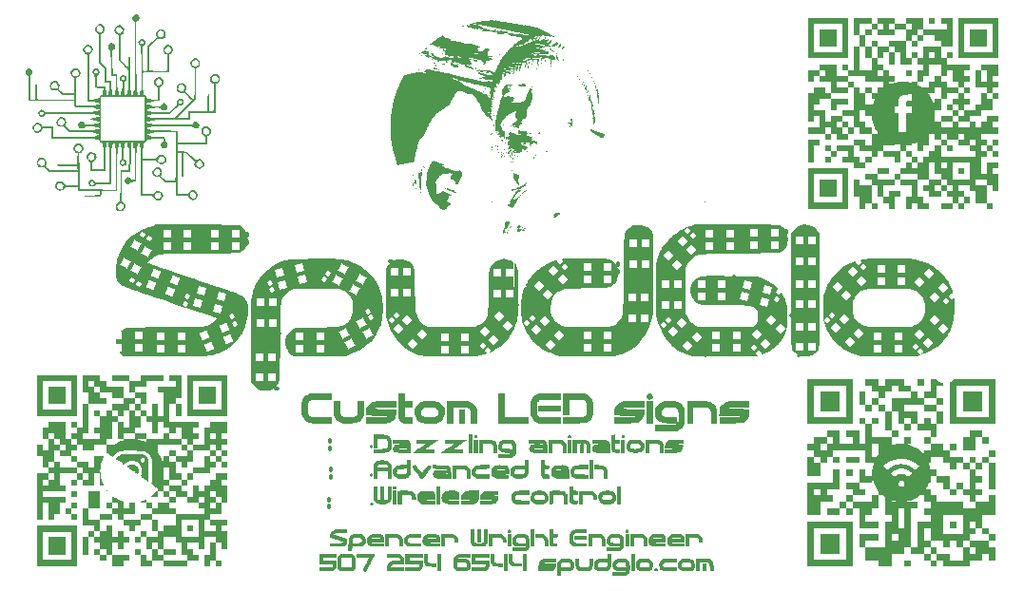
<source format=gto>
G04 #@! TF.GenerationSoftware,KiCad,Pcbnew,7.0.2-0*
G04 #@! TF.CreationDate,2023-10-15T17:43:39-05:00*
G04 #@! TF.ProjectId,spudglo_business_card,73707564-676c-46f5-9f62-7573696e6573,rev?*
G04 #@! TF.SameCoordinates,Original*
G04 #@! TF.FileFunction,Legend,Top*
G04 #@! TF.FilePolarity,Positive*
%FSLAX46Y46*%
G04 Gerber Fmt 4.6, Leading zero omitted, Abs format (unit mm)*
G04 Created by KiCad (PCBNEW 7.0.2-0) date 2023-10-15 17:43:39*
%MOMM*%
%LPD*%
G01*
G04 APERTURE LIST*
G04 Aperture macros list*
%AMRoundRect*
0 Rectangle with rounded corners*
0 $1 Rounding radius*
0 $2 $3 $4 $5 $6 $7 $8 $9 X,Y pos of 4 corners*
0 Add a 4 corners polygon primitive as box body*
4,1,4,$2,$3,$4,$5,$6,$7,$8,$9,$2,$3,0*
0 Add four circle primitives for the rounded corners*
1,1,$1+$1,$2,$3*
1,1,$1+$1,$4,$5*
1,1,$1+$1,$6,$7*
1,1,$1+$1,$8,$9*
0 Add four rect primitives between the rounded corners*
20,1,$1+$1,$2,$3,$4,$5,0*
20,1,$1+$1,$4,$5,$6,$7,0*
20,1,$1+$1,$6,$7,$8,$9,0*
20,1,$1+$1,$8,$9,$2,$3,0*%
%AMRotRect*
0 Rectangle, with rotation*
0 The origin of the aperture is its center*
0 $1 length*
0 $2 width*
0 $3 Rotation angle, in degrees counterclockwise*
0 Add horizontal line*
21,1,$1,$2,0,0,$3*%
G04 Aperture macros list end*
%ADD10C,0.163137*%
%ADD11C,0.163136*%
%ADD12RotRect,0.700000X0.700000X225.000000*%
%ADD13R,0.700000X0.700000*%
%ADD14RotRect,0.700000X0.700000X45.000000*%
%ADD15RotRect,0.700000X0.700000X195.000000*%
%ADD16RotRect,0.700000X0.700000X345.000000*%
%ADD17RotRect,0.700000X0.700000X30.000000*%
%ADD18RotRect,0.700000X0.700000X315.000000*%
%ADD19RotRect,0.700000X0.700000X135.000000*%
%ADD20RotRect,0.700000X0.700000X150.000000*%
%ADD21RotRect,0.700000X0.700000X165.000000*%
%ADD22RotRect,0.700000X0.700000X20.000000*%
%ADD23RotRect,0.700000X0.700000X60.000000*%
%ADD24RotRect,0.700000X0.700000X160.000000*%
%ADD25RoundRect,0.100000X0.100000X-0.130000X0.100000X0.130000X-0.100000X0.130000X-0.100000X-0.130000X0*%
%ADD26RoundRect,0.100000X-0.162635X0.021213X0.021213X-0.162635X0.162635X-0.021213X-0.021213X0.162635X0*%
%ADD27RoundRect,0.100000X-0.100000X0.130000X-0.100000X-0.130000X0.100000X-0.130000X0.100000X0.130000X0*%
%ADD28RoundRect,0.100000X-0.021213X-0.162635X0.162635X0.021213X0.021213X0.162635X-0.162635X-0.021213X0*%
%ADD29RoundRect,0.100000X0.021213X0.162635X-0.162635X-0.021213X-0.021213X-0.162635X0.162635X0.021213X0*%
%ADD30RoundRect,0.100000X-0.130000X-0.100000X0.130000X-0.100000X0.130000X0.100000X-0.130000X0.100000X0*%
%ADD31RoundRect,0.100000X0.130000X0.100000X-0.130000X0.100000X-0.130000X-0.100000X0.130000X-0.100000X0*%
%ADD32RoundRect,0.100000X0.151603X-0.062583X0.021603X0.162583X-0.151603X0.062583X-0.021603X-0.162583X0*%
%ADD33RoundRect,0.100000X-0.021603X0.162583X-0.151603X-0.062583X0.021603X-0.162583X0.151603X0.062583X0*%
%ADD34RoundRect,0.100000X0.162583X0.021603X-0.062583X0.151603X-0.162583X-0.021603X0.062583X-0.151603X0*%
%ADD35RoundRect,0.100000X0.162635X-0.021213X-0.021213X0.162635X-0.162635X0.021213X0.021213X-0.162635X0*%
%ADD36RoundRect,0.100000X0.160082X0.035690X-0.075558X0.145571X-0.160082X-0.035690X0.075558X-0.145571X0*%
%ADD37RoundRect,0.100000X0.130239X-0.099688X0.062946X0.151452X-0.130239X0.099688X-0.062946X-0.151452X0*%
%ADD38RoundRect,0.100000X0.062946X-0.151452X0.130239X0.099688X-0.062946X0.151452X-0.130239X-0.099688X0*%
%ADD39RoundRect,0.100000X-0.062946X0.151452X-0.130239X-0.099688X0.062946X-0.151452X0.130239X0.099688X0*%
%ADD40RoundRect,0.100000X0.138432X-0.087958X0.049507X0.156362X-0.138432X0.087958X-0.049507X-0.156362X0*%
%ADD41C,1.959000*%
%ADD42R,1.700000X1.700000*%
%ADD43O,1.700000X1.700000*%
G04 APERTURE END LIST*
D10*
X221275032Y-103807764D02*
G75*
G03*
X221275032Y-103807764I-81568J0D01*
G01*
X201612530Y-102640393D02*
G75*
G03*
X201612530Y-102640393I-81568J0D01*
G01*
X216096568Y-109060000D02*
G75*
G03*
X216096568Y-109060000I-81568J0D01*
G01*
X192246568Y-98600000D02*
G75*
G03*
X192246568Y-98600000I-81568J0D01*
G01*
X239696718Y-102933326D02*
G75*
G03*
X239696718Y-102933326I-81568J0D01*
G01*
X244991568Y-101905000D02*
G75*
G03*
X244991568Y-101905000I-81568J0D01*
G01*
X232758844Y-101179586D02*
G75*
G03*
X232758844Y-101179586I-81568J0D01*
G01*
X198151568Y-108885000D02*
G75*
G03*
X198151568Y-108885000I-81568J0D01*
G01*
X244991568Y-105775001D02*
G75*
G03*
X244991568Y-105775001I-81568J0D01*
G01*
X240251568Y-98490000D02*
G75*
G03*
X240251568Y-98490000I-81568J0D01*
G01*
X203778252Y-107893218D02*
G75*
G03*
X203778252Y-107893218I-81568J0D01*
G01*
X187396568Y-107710000D02*
G75*
G03*
X187396568Y-107710000I-81568J0D01*
G01*
X258472109Y-106628231D02*
G75*
G03*
X258472109Y-106628231I-81568J0D01*
G01*
X240296568Y-108960000D02*
G75*
G03*
X240296568Y-108960000I-81568J0D01*
G01*
X228796568Y-108960000D02*
G75*
G03*
X228796568Y-108960000I-81568J0D01*
G01*
X236246568Y-98600000D02*
G75*
G03*
X236246568Y-98600000I-81568J0D01*
G01*
X208931646Y-104700892D02*
G75*
G03*
X208931646Y-104700892I-81568J0D01*
G01*
X256059799Y-101639459D02*
G75*
G03*
X256059799Y-101639459I-81568J0D01*
G01*
X206971568Y-120200000D02*
G75*
G03*
X206971568Y-120200000I-81568J0D01*
G01*
X250071154Y-108992724D02*
G75*
G03*
X250071154Y-108992724I-81568J0D01*
G01*
D11*
X206137471Y-104180596D02*
G75*
G03*
X206137471Y-104180596I-81568J0D01*
G01*
D10*
X206946568Y-117640000D02*
G75*
G03*
X206946568Y-117640000I-81568J0D01*
G01*
X198251568Y-103984999D02*
G75*
G03*
X198251568Y-103984999I-81568J0D01*
G01*
X223393337Y-109170541D02*
G75*
G03*
X223393337Y-109170541I-81568J0D01*
G01*
X194034072Y-105625554D02*
G75*
G03*
X194034072Y-105625554I-81568J0D01*
G01*
X231351568Y-103585000D02*
G75*
G03*
X231351568Y-103585000I-81568J0D01*
G01*
X211171154Y-109092724D02*
G75*
G03*
X211171154Y-109092724I-81568J0D01*
G01*
X244991568Y-109575000D02*
G75*
G03*
X244991568Y-109575000I-81568J0D01*
G01*
X251561568Y-101713109D02*
G75*
G03*
X251561568Y-101713109I-81568J0D01*
G01*
X231451569Y-98754999D02*
G75*
G03*
X231451569Y-98754999I-81568J0D01*
G01*
X235629332Y-109306536D02*
G75*
G03*
X235629332Y-109306536I-81568J0D01*
G01*
X199756568Y-107760000D02*
G75*
G03*
X199756568Y-107760000I-81568J0D01*
G01*
X206976568Y-122750000D02*
G75*
G03*
X206976568Y-122750000I-81568J0D01*
G01*
X191337513Y-107902627D02*
G75*
G03*
X191337513Y-107902627I-81568J0D01*
G01*
D11*
X184594786Y-101938490D02*
G75*
G03*
X184594786Y-101938490I-81568J0D01*
G01*
D10*
X187976568Y-98600000D02*
G75*
G03*
X187976568Y-98600000I-81568J0D01*
G01*
X254696568Y-109010000D02*
G75*
G03*
X254696568Y-109010000I-81568J0D01*
G01*
X225376568Y-101600000D02*
G75*
G03*
X225376568Y-101600000I-81568J0D01*
G01*
X233069381Y-105804998D02*
G75*
G03*
X233069381Y-105804998I-81568J0D01*
G01*
X219351568Y-101385000D02*
G75*
G03*
X219351568Y-101385000I-81568J0D01*
G01*
X247881027Y-103901769D02*
G75*
G03*
X247881027Y-103901769I-81568J0D01*
G01*
X219726198Y-106358231D02*
G75*
G03*
X219726198Y-106358231I-81568J0D01*
G01*
X189795040Y-104230744D02*
G75*
G03*
X189795040Y-104230744I-81568J0D01*
G01*
G36*
X248580093Y-113634184D02*
G01*
X248580093Y-114500093D01*
X247714184Y-114500093D01*
X246848274Y-114500093D01*
X246848274Y-113634184D01*
X246848274Y-112768274D01*
X247714184Y-112768274D01*
X248580093Y-112768274D01*
X248580093Y-113634184D01*
G37*
G36*
X248580093Y-118829638D02*
G01*
X248580093Y-119118274D01*
X248291456Y-119118274D01*
X248002820Y-119118274D01*
X248002820Y-118829638D01*
X248002820Y-118541002D01*
X248291456Y-118541002D01*
X248580093Y-118541002D01*
X248580093Y-118829638D01*
G37*
G36*
X248580093Y-126334183D02*
G01*
X248580093Y-127200093D01*
X247714184Y-127200093D01*
X246848274Y-127200093D01*
X246848274Y-126334183D01*
X246848274Y-125468274D01*
X247714184Y-125468274D01*
X248580093Y-125468274D01*
X248580093Y-126334183D01*
G37*
G36*
X249734638Y-119984184D02*
G01*
X249734638Y-120272820D01*
X249446002Y-120272820D01*
X249157365Y-120272820D01*
X249157365Y-119984184D01*
X249157365Y-119695547D01*
X249446002Y-119695547D01*
X249734638Y-119695547D01*
X249734638Y-119984184D01*
G37*
G36*
X250311911Y-118829638D02*
G01*
X250311911Y-119118274D01*
X249734638Y-119118274D01*
X249157365Y-119118274D01*
X249157365Y-118829638D01*
X249157365Y-118541002D01*
X249734638Y-118541002D01*
X250311911Y-118541002D01*
X250311911Y-118829638D01*
G37*
G36*
X254930093Y-115943274D02*
G01*
X254930093Y-116231911D01*
X254641456Y-116231911D01*
X254352820Y-116231911D01*
X254352820Y-115943274D01*
X254352820Y-115654638D01*
X254641456Y-115654638D01*
X254930093Y-115654638D01*
X254930093Y-115943274D01*
G37*
G36*
X254930093Y-117097820D02*
G01*
X254930093Y-117386456D01*
X254641456Y-117386456D01*
X254352820Y-117386456D01*
X254352820Y-117097820D01*
X254352820Y-116809184D01*
X254641456Y-116809184D01*
X254930093Y-116809184D01*
X254930093Y-117097820D01*
G37*
G36*
X254930093Y-128066002D02*
G01*
X254930093Y-128354638D01*
X254641456Y-128354638D01*
X254352820Y-128354638D01*
X254352820Y-128066002D01*
X254352820Y-127777365D01*
X254641456Y-127777365D01*
X254930093Y-127777365D01*
X254930093Y-128066002D01*
G37*
G36*
X256084638Y-111902365D02*
G01*
X256084638Y-112191002D01*
X255796002Y-112191002D01*
X255507365Y-112191002D01*
X255507365Y-111902365D01*
X255507365Y-111613729D01*
X255796002Y-111613729D01*
X256084638Y-111613729D01*
X256084638Y-111902365D01*
G37*
G36*
X257239184Y-126911456D02*
G01*
X257239184Y-127200093D01*
X256950547Y-127200093D01*
X256661911Y-127200093D01*
X256661911Y-126911456D01*
X256661911Y-126622820D01*
X256950547Y-126622820D01*
X257239184Y-126622820D01*
X257239184Y-126911456D01*
G37*
G36*
X258971002Y-124602365D02*
G01*
X258971002Y-124891002D01*
X258682365Y-124891002D01*
X258393729Y-124891002D01*
X258393729Y-124602365D01*
X258393729Y-124313729D01*
X258682365Y-124313729D01*
X258971002Y-124313729D01*
X258971002Y-124602365D01*
G37*
G36*
X261280093Y-113634184D02*
G01*
X261280093Y-114500093D01*
X260414183Y-114500093D01*
X259548274Y-114500093D01*
X259548274Y-113634184D01*
X259548274Y-112768274D01*
X260414183Y-112768274D01*
X261280093Y-112768274D01*
X261280093Y-113634184D01*
G37*
G36*
X261857365Y-117097820D02*
G01*
X261857365Y-117386456D01*
X261568729Y-117386456D01*
X261280093Y-117386456D01*
X261280093Y-117097820D01*
X261280093Y-116809184D01*
X261568729Y-116809184D01*
X261857365Y-116809184D01*
X261857365Y-117097820D01*
G37*
G36*
X261857365Y-125179638D02*
G01*
X261857365Y-125468274D01*
X261568729Y-125468274D01*
X261280093Y-125468274D01*
X261280093Y-125179638D01*
X261280093Y-124891002D01*
X261568729Y-124891002D01*
X261857365Y-124891002D01*
X261857365Y-125179638D01*
G37*
G36*
X262434638Y-120272820D02*
G01*
X262434638Y-121427365D01*
X262146002Y-121427365D01*
X261857365Y-121427365D01*
X261857365Y-120272820D01*
X261857365Y-119118274D01*
X262146002Y-119118274D01*
X262434638Y-119118274D01*
X262434638Y-120272820D01*
G37*
G36*
X257816456Y-113634184D02*
G01*
X257816456Y-113922820D01*
X257527820Y-113922820D01*
X257239184Y-113922820D01*
X257239184Y-114211456D01*
X257239184Y-114500093D01*
X256661911Y-114500093D01*
X256084638Y-114500093D01*
X256084638Y-114211456D01*
X256084638Y-113922820D01*
X256661911Y-113922820D01*
X257239184Y-113922820D01*
X257239184Y-113634184D01*
X257239184Y-113345547D01*
X257527820Y-113345547D01*
X257816456Y-113345547D01*
X257816456Y-113634184D01*
G37*
G36*
X261280093Y-116520547D02*
G01*
X261280093Y-116809184D01*
X260991456Y-116809184D01*
X260702820Y-116809184D01*
X260702820Y-117386456D01*
X260702820Y-117963729D01*
X260125547Y-117963729D01*
X259548274Y-117963729D01*
X259548274Y-117386456D01*
X259548274Y-116809184D01*
X259836911Y-116809184D01*
X260125547Y-116809184D01*
X260125547Y-116520547D01*
X260125547Y-116231911D01*
X260702820Y-116231911D01*
X261280093Y-116231911D01*
X261280093Y-116520547D01*
G37*
G36*
X258393729Y-120850093D02*
G01*
X258393729Y-121427365D01*
X258682365Y-121427365D01*
X258971002Y-121427365D01*
X258971002Y-121138729D01*
X258971002Y-120850093D01*
X259259638Y-120850093D01*
X259548274Y-120850093D01*
X259548274Y-121138729D01*
X259548274Y-121427365D01*
X259259638Y-121427365D01*
X258971002Y-121427365D01*
X258971002Y-121716002D01*
X258971002Y-122004638D01*
X258682365Y-122004638D01*
X258393729Y-122004638D01*
X258393729Y-121716002D01*
X258393729Y-121427365D01*
X258105093Y-121427365D01*
X257816456Y-121427365D01*
X257816456Y-121138729D01*
X257816456Y-120850093D01*
X257527820Y-120850093D01*
X257239184Y-120850093D01*
X257239184Y-120561456D01*
X257239184Y-120272820D01*
X257816456Y-120272820D01*
X258393729Y-120272820D01*
X258393729Y-120850093D01*
G37*
G36*
X248580093Y-120561456D02*
G01*
X248580093Y-121427365D01*
X248002820Y-121427365D01*
X247425547Y-121427365D01*
X247425547Y-121716002D01*
X247425547Y-122004638D01*
X247714184Y-122004638D01*
X248002820Y-122004638D01*
X248002820Y-122293274D01*
X248002820Y-122581911D01*
X247425547Y-122581911D01*
X246848274Y-122581911D01*
X246848274Y-123159184D01*
X246848274Y-123736456D01*
X246271002Y-123736456D01*
X245693729Y-123736456D01*
X245693729Y-122293274D01*
X245693729Y-121427365D01*
X246271002Y-121427365D01*
X246271002Y-121716002D01*
X246271002Y-122004638D01*
X246559638Y-122004638D01*
X246848274Y-122004638D01*
X246848274Y-121716002D01*
X246848274Y-121427365D01*
X246559638Y-121427365D01*
X246271002Y-121427365D01*
X245693729Y-121427365D01*
X245693729Y-120850093D01*
X246848274Y-120850093D01*
X248002820Y-120850093D01*
X248002820Y-120272820D01*
X248002820Y-119695547D01*
X248291456Y-119695547D01*
X248580093Y-119695547D01*
X248580093Y-120561456D01*
G37*
G36*
X257816456Y-115077365D02*
G01*
X257816456Y-115654638D01*
X257527820Y-115654638D01*
X257239184Y-115654638D01*
X257239184Y-116231911D01*
X257239184Y-116809184D01*
X256950547Y-116809184D01*
X256661911Y-116809184D01*
X256661911Y-117097820D01*
X256661911Y-117386456D01*
X256373274Y-117386456D01*
X256084638Y-117386456D01*
X256084638Y-117097820D01*
X256084638Y-116809184D01*
X256373274Y-116809184D01*
X256661911Y-116809184D01*
X256661911Y-116520547D01*
X256661911Y-116231911D01*
X256084638Y-116231911D01*
X255507365Y-116231911D01*
X255507365Y-115943274D01*
X255507365Y-115654638D01*
X255796002Y-115654638D01*
X256084638Y-115654638D01*
X256084638Y-115366002D01*
X256084638Y-115077365D01*
X256373274Y-115077365D01*
X256661911Y-115077365D01*
X256661911Y-115366002D01*
X256661911Y-115654638D01*
X256950547Y-115654638D01*
X257239184Y-115654638D01*
X257239184Y-115077365D01*
X257239184Y-114500093D01*
X257527820Y-114500093D01*
X257816456Y-114500093D01*
X257816456Y-115077365D01*
G37*
G36*
X249734638Y-113634184D02*
G01*
X249734638Y-115654638D01*
X247714184Y-115654638D01*
X245693729Y-115654638D01*
X245693729Y-114333248D01*
X246297600Y-114333248D01*
X246297640Y-114454335D01*
X246297727Y-114566586D01*
X246297858Y-114669128D01*
X246298034Y-114761089D01*
X246298253Y-114841595D01*
X246298514Y-114909773D01*
X246298816Y-114964752D01*
X246299157Y-115005658D01*
X246299536Y-115031618D01*
X246299954Y-115041760D01*
X246299974Y-115041833D01*
X246303471Y-115043213D01*
X246313288Y-115044464D01*
X246330062Y-115045590D01*
X246354431Y-115046593D01*
X246387032Y-115047480D01*
X246428503Y-115048252D01*
X246479482Y-115048913D01*
X246540606Y-115049468D01*
X246612514Y-115049921D01*
X246695841Y-115050274D01*
X246791227Y-115050532D01*
X246899308Y-115050699D01*
X247020723Y-115050778D01*
X247156109Y-115050773D01*
X247306103Y-115050688D01*
X247471343Y-115050526D01*
X247652467Y-115050292D01*
X247716022Y-115050199D01*
X249128083Y-115048083D01*
X249128083Y-113634184D01*
X249128083Y-112220284D01*
X247714184Y-112220284D01*
X246300284Y-112220284D01*
X246298136Y-113625817D01*
X246297927Y-113777994D01*
X246297770Y-113925698D01*
X246297664Y-114068057D01*
X246297608Y-114204198D01*
X246297600Y-114333248D01*
X245693729Y-114333248D01*
X245693729Y-113634184D01*
X245693729Y-111613729D01*
X247714184Y-111613729D01*
X249734638Y-111613729D01*
X249734638Y-113634184D01*
G37*
G36*
X249734638Y-126334183D02*
G01*
X249734638Y-128354638D01*
X247714184Y-128354638D01*
X245693729Y-128354638D01*
X245693729Y-127033248D01*
X246297600Y-127033248D01*
X246297640Y-127154335D01*
X246297727Y-127266586D01*
X246297858Y-127369128D01*
X246298034Y-127461089D01*
X246298253Y-127541595D01*
X246298514Y-127609773D01*
X246298816Y-127664752D01*
X246299157Y-127705658D01*
X246299536Y-127731618D01*
X246299954Y-127741760D01*
X246299974Y-127741833D01*
X246303471Y-127743213D01*
X246313288Y-127744464D01*
X246330062Y-127745590D01*
X246354431Y-127746593D01*
X246387032Y-127747480D01*
X246428503Y-127748252D01*
X246479482Y-127748913D01*
X246540606Y-127749468D01*
X246612514Y-127749921D01*
X246695841Y-127750274D01*
X246791227Y-127750532D01*
X246899308Y-127750699D01*
X247020723Y-127750778D01*
X247156109Y-127750773D01*
X247306103Y-127750688D01*
X247471343Y-127750526D01*
X247652467Y-127750292D01*
X247716022Y-127750199D01*
X249128083Y-127748083D01*
X249128083Y-126334183D01*
X249128083Y-124920284D01*
X247714184Y-124920284D01*
X246300284Y-124920284D01*
X246298136Y-126325817D01*
X246297927Y-126477994D01*
X246297770Y-126625698D01*
X246297664Y-126768057D01*
X246297608Y-126904198D01*
X246297600Y-127033248D01*
X245693729Y-127033248D01*
X245693729Y-126334183D01*
X245693729Y-124313729D01*
X247714184Y-124313729D01*
X249734638Y-124313729D01*
X249734638Y-126334183D01*
G37*
G36*
X262434638Y-113634184D02*
G01*
X262434638Y-115654638D01*
X260414183Y-115654638D01*
X258393729Y-115654638D01*
X258393729Y-114333248D01*
X258997600Y-114333248D01*
X258997640Y-114454335D01*
X258997727Y-114566586D01*
X258997858Y-114669128D01*
X258998034Y-114761089D01*
X258998253Y-114841595D01*
X258998514Y-114909773D01*
X258998816Y-114964752D01*
X258999157Y-115005658D01*
X258999536Y-115031618D01*
X258999954Y-115041760D01*
X258999974Y-115041833D01*
X259003471Y-115043213D01*
X259013288Y-115044464D01*
X259030062Y-115045590D01*
X259054431Y-115046593D01*
X259087032Y-115047480D01*
X259128503Y-115048252D01*
X259179482Y-115048913D01*
X259240606Y-115049468D01*
X259312514Y-115049921D01*
X259395841Y-115050274D01*
X259491227Y-115050532D01*
X259599308Y-115050699D01*
X259720723Y-115050778D01*
X259856109Y-115050773D01*
X260006103Y-115050688D01*
X260171343Y-115050526D01*
X260352467Y-115050292D01*
X260416022Y-115050199D01*
X261828083Y-115048083D01*
X261828083Y-113634184D01*
X261828083Y-112220284D01*
X260414183Y-112220284D01*
X259000284Y-112220284D01*
X258998136Y-113625817D01*
X258997927Y-113777994D01*
X258997770Y-113925698D01*
X258997664Y-114068057D01*
X258997608Y-114204198D01*
X258997600Y-114333248D01*
X258393729Y-114333248D01*
X258393729Y-113634184D01*
X258393729Y-111613729D01*
X260414183Y-111613729D01*
X262434638Y-111613729D01*
X262434638Y-113634184D01*
G37*
G36*
X252043729Y-111902365D02*
G01*
X252043729Y-112191002D01*
X252332365Y-112191002D01*
X252621002Y-112191002D01*
X252621002Y-111902365D01*
X252621002Y-111613729D01*
X253486911Y-111613729D01*
X254352820Y-111613729D01*
X254352820Y-111902365D01*
X254352820Y-112191002D01*
X254641456Y-112191002D01*
X254930093Y-112191002D01*
X254930093Y-112479638D01*
X254930093Y-112768274D01*
X254352820Y-112768274D01*
X253775547Y-112768274D01*
X253775547Y-112479638D01*
X253775547Y-112191002D01*
X253486911Y-112191002D01*
X253198274Y-112191002D01*
X253198274Y-112479638D01*
X253198274Y-112768274D01*
X252909638Y-112768274D01*
X252621002Y-112768274D01*
X252621002Y-113056911D01*
X252621002Y-113345547D01*
X252332365Y-113345547D01*
X252043729Y-113345547D01*
X252043729Y-113634184D01*
X252043729Y-113922820D01*
X251755093Y-113922820D01*
X251466456Y-113922820D01*
X251466456Y-114211456D01*
X251466456Y-114500093D01*
X251177820Y-114500093D01*
X250889184Y-114500093D01*
X250889184Y-114211456D01*
X250889184Y-113922820D01*
X250600547Y-113922820D01*
X250311911Y-113922820D01*
X250311911Y-113345547D01*
X250311911Y-112768274D01*
X250600547Y-112768274D01*
X250889184Y-112768274D01*
X250889184Y-113345547D01*
X250889184Y-113922820D01*
X251177820Y-113922820D01*
X251466456Y-113922820D01*
X251466456Y-113634184D01*
X251466456Y-113345547D01*
X251755093Y-113345547D01*
X252043729Y-113345547D01*
X252043729Y-113056911D01*
X252043729Y-112768274D01*
X251755093Y-112768274D01*
X251466456Y-112768274D01*
X251466456Y-112479638D01*
X251466456Y-112191002D01*
X251177820Y-112191002D01*
X250889184Y-112191002D01*
X250889184Y-111902365D01*
X250889184Y-111613729D01*
X251466456Y-111613729D01*
X252043729Y-111613729D01*
X252043729Y-111902365D01*
G37*
G36*
X257816456Y-111902365D02*
G01*
X257816456Y-112191002D01*
X257527820Y-112191002D01*
X257239184Y-112191002D01*
X257239184Y-112768274D01*
X257239184Y-113345547D01*
X256661911Y-113345547D01*
X256084638Y-113345547D01*
X256084638Y-113634184D01*
X256084638Y-113922820D01*
X255218729Y-113922820D01*
X254352820Y-113922820D01*
X254352820Y-114211456D01*
X254352820Y-114500093D01*
X254930093Y-114500093D01*
X255507365Y-114500093D01*
X255507365Y-115077365D01*
X255507365Y-115654638D01*
X255218729Y-115654638D01*
X254930093Y-115654638D01*
X254930093Y-115366002D01*
X254930093Y-115077365D01*
X254641456Y-115077365D01*
X254352820Y-115077365D01*
X254352820Y-115366002D01*
X254352820Y-115654638D01*
X254064184Y-115654638D01*
X253775547Y-115654638D01*
X253775547Y-115077365D01*
X253775547Y-114500093D01*
X253486911Y-114500093D01*
X253198274Y-114500093D01*
X253198274Y-115366002D01*
X253198274Y-116231911D01*
X252909638Y-116231911D01*
X252621002Y-116231911D01*
X252621002Y-115366002D01*
X252621002Y-114500093D01*
X252332365Y-114500093D01*
X252043729Y-114500093D01*
X252043729Y-114211456D01*
X252043729Y-113922820D01*
X252332365Y-113922820D01*
X252621002Y-113922820D01*
X252621002Y-114211456D01*
X252621002Y-114500093D01*
X252909638Y-114500093D01*
X253198274Y-114500093D01*
X253198274Y-113922820D01*
X253198274Y-113345547D01*
X254064184Y-113345547D01*
X254930093Y-113345547D01*
X254930093Y-113056911D01*
X254930093Y-112768274D01*
X255218729Y-112768274D01*
X255507365Y-112768274D01*
X255507365Y-113056911D01*
X255507365Y-113345547D01*
X255796002Y-113345547D01*
X256084638Y-113345547D01*
X256084638Y-113056911D01*
X256084638Y-112768274D01*
X256373274Y-112768274D01*
X256661911Y-112768274D01*
X256661911Y-112191002D01*
X256661911Y-111613729D01*
X257239184Y-111613729D01*
X257816456Y-111613729D01*
X257816456Y-111902365D01*
G37*
G36*
X262434638Y-125756911D02*
G01*
X262434638Y-126045547D01*
X262146002Y-126045547D01*
X261857365Y-126045547D01*
X261857365Y-126334183D01*
X261857365Y-126622820D01*
X262146002Y-126622820D01*
X262434638Y-126622820D01*
X262434638Y-127200093D01*
X262434638Y-127777365D01*
X262146002Y-127777365D01*
X261857365Y-127777365D01*
X261857365Y-127488729D01*
X261857365Y-127200093D01*
X261568729Y-127200093D01*
X261280093Y-127200093D01*
X261280093Y-127488729D01*
X261280093Y-127777365D01*
X260702820Y-127777365D01*
X260125547Y-127777365D01*
X260125547Y-128066002D01*
X260125547Y-128354638D01*
X258971002Y-128354638D01*
X257816456Y-128354638D01*
X257816456Y-128066002D01*
X257816456Y-127777365D01*
X257527820Y-127777365D01*
X257239184Y-127777365D01*
X257239184Y-128066002D01*
X257239184Y-128354638D01*
X256950547Y-128354638D01*
X256661911Y-128354638D01*
X256661911Y-128066002D01*
X256661911Y-127777365D01*
X256373274Y-127777365D01*
X256084638Y-127777365D01*
X256084638Y-127488729D01*
X256084638Y-127200093D01*
X256373274Y-127200093D01*
X256661911Y-127200093D01*
X256661911Y-127488729D01*
X256661911Y-127777365D01*
X256950547Y-127777365D01*
X257239184Y-127777365D01*
X257239184Y-127488729D01*
X257239184Y-127200093D01*
X257816456Y-127200093D01*
X258393729Y-127200093D01*
X258393729Y-127488729D01*
X258393729Y-127777365D01*
X258971002Y-127777365D01*
X259548274Y-127777365D01*
X259548274Y-127200093D01*
X259548274Y-126622820D01*
X259836911Y-126622820D01*
X260125547Y-126622820D01*
X260125547Y-126911456D01*
X260125547Y-127200093D01*
X260414183Y-127200093D01*
X260702820Y-127200093D01*
X260702820Y-126911456D01*
X260702820Y-126622820D01*
X260414183Y-126622820D01*
X260125547Y-126622820D01*
X260125547Y-126334183D01*
X260125547Y-126045547D01*
X260991456Y-126045547D01*
X261857365Y-126045547D01*
X261857365Y-125756911D01*
X261857365Y-125468274D01*
X262146002Y-125468274D01*
X262434638Y-125468274D01*
X262434638Y-125756911D01*
G37*
G36*
X250889184Y-115366002D02*
G01*
X250889184Y-115654638D01*
X251177820Y-115654638D01*
X251466456Y-115654638D01*
X251466456Y-115366002D01*
X251466456Y-115077365D01*
X251755093Y-115077365D01*
X252043729Y-115077365D01*
X252043729Y-115366002D01*
X252043729Y-115654638D01*
X251755093Y-115654638D01*
X251466456Y-115654638D01*
X251466456Y-116231911D01*
X251466456Y-116809184D01*
X252332365Y-116809184D01*
X253198274Y-116809184D01*
X253198274Y-116520547D01*
X253198274Y-116231911D01*
X253486911Y-116231911D01*
X253775547Y-116231911D01*
X253775547Y-116520547D01*
X253775547Y-116809184D01*
X253486911Y-116809184D01*
X253198274Y-116809184D01*
X253198274Y-117172208D01*
X253198274Y-117535232D01*
X253263113Y-117514964D01*
X253318988Y-117498441D01*
X253381060Y-117481685D01*
X253446391Y-117465339D01*
X253512046Y-117450048D01*
X253575085Y-117436457D01*
X253632573Y-117425209D01*
X253681571Y-117416949D01*
X253719143Y-117412321D01*
X253734581Y-117411555D01*
X253756474Y-117407152D01*
X253770169Y-117399006D01*
X253775717Y-117395544D01*
X253785815Y-117392765D01*
X253802117Y-117390598D01*
X253826281Y-117388972D01*
X253859962Y-117387817D01*
X253904816Y-117387062D01*
X253962500Y-117386635D01*
X254034669Y-117386467D01*
X254064184Y-117386456D01*
X254141912Y-117386549D01*
X254204565Y-117386876D01*
X254253798Y-117387506D01*
X254291268Y-117388511D01*
X254318631Y-117389961D01*
X254337544Y-117391927D01*
X254349661Y-117394480D01*
X254356640Y-117397690D01*
X254358198Y-117399006D01*
X254375653Y-117408384D01*
X254394692Y-117411555D01*
X254411559Y-117413028D01*
X254441061Y-117417065D01*
X254479398Y-117423093D01*
X254522769Y-117430539D01*
X254534229Y-117432605D01*
X254730959Y-117476778D01*
X254925083Y-117536879D01*
X255114705Y-117612118D01*
X255297924Y-117701705D01*
X255472844Y-117804850D01*
X255545014Y-117853159D01*
X255632411Y-117917435D01*
X255722661Y-117990258D01*
X255812040Y-118068276D01*
X255896820Y-118148141D01*
X255973277Y-118226502D01*
X256024951Y-118284679D01*
X256080455Y-118350457D01*
X256082701Y-118157093D01*
X256084946Y-117963729D01*
X256373429Y-117963729D01*
X256661911Y-117963729D01*
X256661911Y-117675093D01*
X256661911Y-117386456D01*
X257239184Y-117386456D01*
X257816456Y-117386456D01*
X257816456Y-117675093D01*
X257816456Y-117963729D01*
X258105093Y-117963729D01*
X258393729Y-117963729D01*
X258393729Y-117675093D01*
X258393729Y-117386456D01*
X258682365Y-117386456D01*
X258971002Y-117386456D01*
X258971002Y-117675093D01*
X258971002Y-117963729D01*
X258682365Y-117963729D01*
X258393729Y-117963729D01*
X258393729Y-118252365D01*
X258393729Y-118541002D01*
X258971002Y-118541002D01*
X259548274Y-118541002D01*
X259548274Y-118829638D01*
X259548274Y-119118274D01*
X259836911Y-119118274D01*
X260125547Y-119118274D01*
X260125547Y-118829638D01*
X260125547Y-118541002D01*
X260414183Y-118541002D01*
X260702820Y-118541002D01*
X260702820Y-118829638D01*
X260702820Y-119118274D01*
X260991456Y-119118274D01*
X261280093Y-119118274D01*
X261280093Y-118829638D01*
X261280093Y-118541002D01*
X261568729Y-118541002D01*
X261857365Y-118541002D01*
X261857365Y-118252365D01*
X261857365Y-117963729D01*
X262146002Y-117963729D01*
X262434638Y-117963729D01*
X262434638Y-118252365D01*
X262434638Y-118541002D01*
X262146002Y-118541002D01*
X261857365Y-118541002D01*
X261857365Y-118829638D01*
X261857365Y-119118274D01*
X261568729Y-119118274D01*
X261280093Y-119118274D01*
X261280093Y-119406911D01*
X261280093Y-119695547D01*
X260991456Y-119695547D01*
X260702820Y-119695547D01*
X260702820Y-119984184D01*
X260702820Y-120272820D01*
X260991456Y-120272820D01*
X261280093Y-120272820D01*
X261280093Y-120561456D01*
X261280093Y-120850093D01*
X260991456Y-120850093D01*
X260702820Y-120850093D01*
X260702820Y-121138729D01*
X260702820Y-121427365D01*
X260991456Y-121427365D01*
X261280093Y-121427365D01*
X261280093Y-121716002D01*
X261280093Y-122004638D01*
X260991456Y-122004638D01*
X260702820Y-122004638D01*
X260702820Y-122293274D01*
X260702820Y-122581911D01*
X261280093Y-122581911D01*
X261857365Y-122581911D01*
X261857365Y-122293274D01*
X261857365Y-122004638D01*
X262146002Y-122004638D01*
X262434638Y-122004638D01*
X262434638Y-122870547D01*
X262434638Y-123736456D01*
X261857365Y-123736456D01*
X261280093Y-123736456D01*
X261280093Y-124313729D01*
X261280093Y-124891002D01*
X260991456Y-124891002D01*
X260702820Y-124891002D01*
X260702820Y-125179638D01*
X260702820Y-125468274D01*
X260414183Y-125468274D01*
X260125547Y-125468274D01*
X260125547Y-125756911D01*
X260125547Y-126045547D01*
X259836911Y-126045547D01*
X259548274Y-126045547D01*
X259548274Y-126334183D01*
X259548274Y-126622820D01*
X259259638Y-126622820D01*
X258971002Y-126622820D01*
X258971002Y-126334183D01*
X258971002Y-126045547D01*
X258682365Y-126045547D01*
X258393729Y-126045547D01*
X258393729Y-126334183D01*
X258393729Y-126622820D01*
X258105093Y-126622820D01*
X257816456Y-126622820D01*
X257816456Y-126334183D01*
X257816456Y-126045547D01*
X257239184Y-126045547D01*
X256661911Y-126045547D01*
X256661911Y-126334183D01*
X256661911Y-126622820D01*
X256373274Y-126622820D01*
X256084638Y-126622820D01*
X256084638Y-126911456D01*
X256084638Y-127200093D01*
X255507365Y-127200093D01*
X254930093Y-127200093D01*
X254930093Y-126911456D01*
X254930093Y-126622820D01*
X254641456Y-126622820D01*
X254352820Y-126622820D01*
X254352820Y-126911456D01*
X254352820Y-127200093D01*
X253775547Y-127200093D01*
X253198274Y-127200093D01*
X253198274Y-127777365D01*
X253198274Y-128354638D01*
X252621002Y-128354638D01*
X252043729Y-128354638D01*
X252043729Y-128066002D01*
X252043729Y-127777365D01*
X251466456Y-127777365D01*
X250889184Y-127777365D01*
X250889184Y-127200093D01*
X250889184Y-126622820D01*
X250600547Y-126622820D01*
X250311911Y-126622820D01*
X250311911Y-126045547D01*
X250311911Y-125468274D01*
X251177820Y-125468274D01*
X252043729Y-125468274D01*
X252043729Y-125756911D01*
X252043729Y-126045547D01*
X251466456Y-126045547D01*
X250889184Y-126045547D01*
X250889184Y-126334183D01*
X250889184Y-126622820D01*
X251755093Y-126622820D01*
X252621002Y-126622820D01*
X252621002Y-125468274D01*
X253198274Y-125468274D01*
X253198274Y-125756911D01*
X253198274Y-126045547D01*
X253486911Y-126045547D01*
X253775547Y-126045547D01*
X253775547Y-125756911D01*
X253775547Y-125468274D01*
X253486911Y-125468274D01*
X253198274Y-125468274D01*
X252621002Y-125468274D01*
X252621002Y-124313729D01*
X252909638Y-124313729D01*
X253198274Y-124313729D01*
X253198274Y-124025093D01*
X253198274Y-123736456D01*
X252909638Y-123736456D01*
X252621002Y-123736456D01*
X252621002Y-123159184D01*
X253775547Y-123159184D01*
X253775547Y-124025093D01*
X253775547Y-124891002D01*
X254064184Y-124891002D01*
X254352820Y-124891002D01*
X254352820Y-124025093D01*
X254352820Y-123159184D01*
X254064184Y-123159184D01*
X253775547Y-123159184D01*
X252621002Y-123159184D01*
X252621002Y-122937772D01*
X252620989Y-122804070D01*
X252620937Y-122686107D01*
X252620829Y-122582890D01*
X252620827Y-122581911D01*
X253198274Y-122581911D01*
X253593581Y-122580700D01*
X253685436Y-122580339D01*
X253761060Y-122579859D01*
X253820951Y-122579247D01*
X253865610Y-122578490D01*
X253895536Y-122577574D01*
X253911230Y-122576485D01*
X253911492Y-122576315D01*
X254185494Y-122576315D01*
X254186499Y-122576715D01*
X254203105Y-122577133D01*
X254234184Y-122577560D01*
X254278606Y-122577989D01*
X254335240Y-122578414D01*
X254402956Y-122578826D01*
X254480625Y-122579220D01*
X254567116Y-122579587D01*
X254661299Y-122579921D01*
X254762045Y-122580214D01*
X254823423Y-122580363D01*
X255507365Y-122581911D01*
X255507365Y-122870547D01*
X255507365Y-123159184D01*
X255218729Y-123159184D01*
X254930093Y-123159184D01*
X254930093Y-124891002D01*
X254930093Y-126622820D01*
X255218729Y-126622820D01*
X255507365Y-126622820D01*
X255507365Y-125468274D01*
X255507365Y-124891002D01*
X256084638Y-124891002D01*
X256084638Y-125468274D01*
X256084638Y-126045547D01*
X256373274Y-126045547D01*
X256661911Y-126045547D01*
X256661911Y-125468274D01*
X256661911Y-124891002D01*
X256373274Y-124891002D01*
X256084638Y-124891002D01*
X255507365Y-124891002D01*
X255507365Y-124313729D01*
X256084638Y-124313729D01*
X256661911Y-124313729D01*
X256661911Y-124025093D01*
X256661911Y-123736456D01*
X257816456Y-123736456D01*
X257816456Y-124602365D01*
X257816456Y-125468274D01*
X258682365Y-125468274D01*
X259548274Y-125468274D01*
X259548274Y-124602365D01*
X259548274Y-124313729D01*
X260125547Y-124313729D01*
X260125547Y-124602365D01*
X260125547Y-124891002D01*
X260414183Y-124891002D01*
X260702820Y-124891002D01*
X260702820Y-124602365D01*
X260702820Y-124313729D01*
X260414183Y-124313729D01*
X260125547Y-124313729D01*
X259548274Y-124313729D01*
X259548274Y-123736456D01*
X258682365Y-123736456D01*
X257816456Y-123736456D01*
X256661911Y-123736456D01*
X256373274Y-123736456D01*
X256084638Y-123736456D01*
X256084638Y-123447820D01*
X256084638Y-123159184D01*
X256373274Y-123159184D01*
X256661911Y-123159184D01*
X256661911Y-122870547D01*
X256661911Y-122581911D01*
X256373274Y-122581911D01*
X256084638Y-122581911D01*
X256084638Y-122293274D01*
X256084638Y-122004638D01*
X255889744Y-122004638D01*
X255694849Y-122004638D01*
X255613039Y-122065937D01*
X255445406Y-122181149D01*
X255268904Y-122282460D01*
X255084446Y-122369543D01*
X254892946Y-122442071D01*
X254695320Y-122499718D01*
X254492480Y-122542157D01*
X254285340Y-122569061D01*
X254185494Y-122576315D01*
X253911492Y-122576315D01*
X253913192Y-122575211D01*
X253901921Y-122573737D01*
X253888891Y-122572743D01*
X253694631Y-122551985D01*
X253500097Y-122516286D01*
X253323768Y-122470596D01*
X253284826Y-122458852D01*
X253250815Y-122448319D01*
X253225500Y-122440182D01*
X253212915Y-122435739D01*
X253206003Y-122434231D01*
X253201680Y-122438741D01*
X253199350Y-122452119D01*
X253198417Y-122477219D01*
X253198274Y-122505719D01*
X253198274Y-122581911D01*
X252620827Y-122581911D01*
X252620647Y-122493426D01*
X252620373Y-122416723D01*
X252619988Y-122351785D01*
X252619474Y-122297622D01*
X252618814Y-122253238D01*
X252617990Y-122217642D01*
X252616983Y-122189839D01*
X252615775Y-122168838D01*
X252614349Y-122153643D01*
X252612687Y-122143263D01*
X252610769Y-122136705D01*
X252608579Y-122132974D01*
X252606361Y-122131214D01*
X252594080Y-122123230D01*
X252571744Y-122107468D01*
X252542618Y-122086272D01*
X252512638Y-122063989D01*
X252433556Y-122004638D01*
X252238642Y-122004638D01*
X252043729Y-122004638D01*
X252043729Y-122581911D01*
X252043729Y-123159184D01*
X251755093Y-123159184D01*
X251466456Y-123159184D01*
X251466456Y-123447820D01*
X251466456Y-123736456D01*
X251177820Y-123736456D01*
X250889184Y-123736456D01*
X250889184Y-124025093D01*
X250889184Y-124313729D01*
X251466456Y-124313729D01*
X252043729Y-124313729D01*
X252043729Y-124602365D01*
X252043729Y-124891002D01*
X251177820Y-124891002D01*
X250311911Y-124891002D01*
X250311911Y-124025093D01*
X250311911Y-123159184D01*
X250023274Y-123159184D01*
X249734638Y-123159184D01*
X249734638Y-123447820D01*
X249734638Y-123736456D01*
X249446002Y-123736456D01*
X249157365Y-123736456D01*
X249157365Y-123447820D01*
X249157365Y-123159184D01*
X248868729Y-123159184D01*
X248580093Y-123159184D01*
X248580093Y-123447820D01*
X248580093Y-123736456D01*
X248002820Y-123736456D01*
X247425547Y-123736456D01*
X247425547Y-123447820D01*
X247425547Y-123159184D01*
X248002820Y-123159184D01*
X248580093Y-123159184D01*
X248580093Y-122870547D01*
X248580093Y-122581911D01*
X248868729Y-122581911D01*
X249157365Y-122581911D01*
X249157365Y-122870547D01*
X249157365Y-123159184D01*
X249446002Y-123159184D01*
X249734638Y-123159184D01*
X249734638Y-122870547D01*
X249734638Y-122581911D01*
X249446002Y-122581911D01*
X249157365Y-122581911D01*
X249157365Y-122293274D01*
X249157365Y-122004638D01*
X249446002Y-122004638D01*
X249734638Y-122004638D01*
X249734638Y-121716002D01*
X249734638Y-121427365D01*
X249446002Y-121427365D01*
X249157365Y-121427365D01*
X249157365Y-121138729D01*
X249157365Y-120850093D01*
X249734638Y-120850093D01*
X250311911Y-120850093D01*
X250311911Y-120272820D01*
X250311911Y-119695547D01*
X250600547Y-119695547D01*
X250889184Y-119695547D01*
X250889184Y-119984184D01*
X250889184Y-120272820D01*
X251177820Y-120272820D01*
X251466456Y-120272820D01*
X251466456Y-120561456D01*
X251466456Y-120850093D01*
X250889184Y-120850093D01*
X250311911Y-120850093D01*
X250311911Y-121138729D01*
X250311911Y-121427365D01*
X250600547Y-121427365D01*
X250889184Y-121427365D01*
X250889184Y-121716002D01*
X250889184Y-122004638D01*
X250311911Y-122004638D01*
X249734638Y-122004638D01*
X249734638Y-122293274D01*
X249734638Y-122581911D01*
X250600547Y-122581911D01*
X251466456Y-122581911D01*
X251466456Y-122293274D01*
X251466456Y-122004638D01*
X251755093Y-122004638D01*
X252043729Y-122004638D01*
X252043729Y-121809744D01*
X252043729Y-121614849D01*
X251982430Y-121533039D01*
X251907731Y-121424691D01*
X256226865Y-121424691D01*
X256234865Y-121425408D01*
X256257401Y-121426053D01*
X256292276Y-121426598D01*
X256337294Y-121427016D01*
X256390257Y-121427281D01*
X256444388Y-121427365D01*
X256661911Y-121427365D01*
X256661911Y-121716002D01*
X256661911Y-122004638D01*
X256950547Y-122004638D01*
X257239184Y-122004638D01*
X257239184Y-122293274D01*
X257239184Y-122581911D01*
X258393729Y-122581911D01*
X259548274Y-122581911D01*
X259548274Y-122870547D01*
X259548274Y-123159184D01*
X260125547Y-123159184D01*
X260702820Y-123159184D01*
X260702820Y-122870547D01*
X260702820Y-122581911D01*
X260414183Y-122581911D01*
X260125547Y-122581911D01*
X260125547Y-122293274D01*
X260125547Y-122004638D01*
X259836911Y-122004638D01*
X259548274Y-122004638D01*
X259548274Y-121716002D01*
X259548274Y-121427365D01*
X259836911Y-121427365D01*
X260125547Y-121427365D01*
X260125547Y-120561456D01*
X260125547Y-119695547D01*
X260414183Y-119695547D01*
X260702820Y-119695547D01*
X260702820Y-119406911D01*
X260702820Y-119118274D01*
X260414183Y-119118274D01*
X260125547Y-119118274D01*
X260125547Y-119406911D01*
X260125547Y-119695547D01*
X259836911Y-119695547D01*
X259548274Y-119695547D01*
X259548274Y-119406911D01*
X259548274Y-119118274D01*
X259259638Y-119118274D01*
X258971002Y-119118274D01*
X258971002Y-119406911D01*
X258971002Y-119695547D01*
X258682365Y-119695547D01*
X258393729Y-119695547D01*
X258393729Y-119406911D01*
X258393729Y-119118274D01*
X258105093Y-119118274D01*
X257816456Y-119118274D01*
X257816456Y-118829638D01*
X257816456Y-118541002D01*
X257239184Y-118541002D01*
X256661911Y-118541002D01*
X256661911Y-118829638D01*
X256661911Y-119118274D01*
X256587660Y-119118274D01*
X256513408Y-119118274D01*
X256546013Y-119224944D01*
X256586309Y-119374960D01*
X256618743Y-119533892D01*
X256642151Y-119695324D01*
X256653147Y-119815124D01*
X256659450Y-119908887D01*
X256660680Y-119802217D01*
X256661911Y-119695547D01*
X256950547Y-119695547D01*
X257239184Y-119695547D01*
X257239184Y-119984184D01*
X257239184Y-120272820D01*
X256950547Y-120272820D01*
X256661911Y-120272820D01*
X256660709Y-120166150D01*
X256659507Y-120059480D01*
X256652449Y-120164058D01*
X256649797Y-120213352D01*
X256649438Y-120248076D01*
X256651362Y-120267462D01*
X256653651Y-120271425D01*
X256656025Y-120280521D01*
X256658030Y-120305566D01*
X256659642Y-120345780D01*
X256660841Y-120400382D01*
X256661603Y-120468592D01*
X256661906Y-120549631D01*
X256661911Y-120561839D01*
X256661911Y-120849465D01*
X256586367Y-120851870D01*
X256510824Y-120854276D01*
X256470420Y-120954671D01*
X256404846Y-121102961D01*
X256327865Y-121251473D01*
X256282015Y-121330570D01*
X256261278Y-121365153D01*
X256244101Y-121394173D01*
X256232115Y-121414850D01*
X256226950Y-121424399D01*
X256226865Y-121424691D01*
X251907731Y-121424691D01*
X251879457Y-121383680D01*
X251785146Y-121222873D01*
X251701342Y-121054369D01*
X251664204Y-120964730D01*
X253792658Y-120964730D01*
X253798546Y-121019592D01*
X253804917Y-121043118D01*
X253830773Y-121095556D01*
X253869425Y-121143876D01*
X253917092Y-121184620D01*
X253969993Y-121214330D01*
X254004870Y-121225963D01*
X254055374Y-121231759D01*
X254111632Y-121228020D01*
X254166248Y-121215554D01*
X254192588Y-121205417D01*
X254242993Y-121174383D01*
X254287830Y-121131703D01*
X254322750Y-121082000D01*
X254336491Y-121052458D01*
X254348625Y-121003750D01*
X254352180Y-120949233D01*
X254347382Y-120895105D01*
X254334456Y-120847563D01*
X254328571Y-120834620D01*
X254294124Y-120782816D01*
X254249191Y-120737501D01*
X254198740Y-120703620D01*
X254195045Y-120701763D01*
X254169014Y-120690111D01*
X254145422Y-120683121D01*
X254118290Y-120679664D01*
X254081643Y-120678607D01*
X254072550Y-120678584D01*
X254033320Y-120679286D01*
X254004794Y-120682153D01*
X253980972Y-120688329D01*
X253955859Y-120698954D01*
X253949544Y-120702013D01*
X253900190Y-120734087D01*
X253856274Y-120777394D01*
X253822225Y-120827096D01*
X253809462Y-120854994D01*
X253796356Y-120907386D01*
X253792658Y-120964730D01*
X251664204Y-120964730D01*
X251629893Y-120881915D01*
X251572645Y-120709262D01*
X251567197Y-120690073D01*
X251554046Y-120640199D01*
X251540654Y-120584602D01*
X251527672Y-120526508D01*
X251515748Y-120469142D01*
X251505533Y-120415728D01*
X251497677Y-120369493D01*
X251492830Y-120333662D01*
X251491555Y-120314692D01*
X251487322Y-120292566D01*
X251479006Y-120278198D01*
X251475423Y-120266398D01*
X251472363Y-120240295D01*
X251469832Y-120202305D01*
X251467835Y-120154845D01*
X251466377Y-120100331D01*
X251465464Y-120041181D01*
X251465225Y-120000916D01*
X253115378Y-120000916D01*
X253279961Y-120165960D01*
X253329094Y-120215040D01*
X253367913Y-120253274D01*
X253397757Y-120281823D01*
X253419966Y-120301851D01*
X253435877Y-120314519D01*
X253446829Y-120320989D01*
X253454162Y-120322423D01*
X253458307Y-120320736D01*
X253471384Y-120310580D01*
X253492998Y-120293400D01*
X253518706Y-120272730D01*
X253521323Y-120270614D01*
X253567991Y-120237617D01*
X253626129Y-120203810D01*
X253690788Y-120171599D01*
X253757019Y-120143392D01*
X253819872Y-120121598D01*
X253838294Y-120116415D01*
X253873748Y-120107659D01*
X253905299Y-120101509D01*
X253937433Y-120097495D01*
X253974636Y-120095149D01*
X254021394Y-120094002D01*
X254055817Y-120093696D01*
X254130689Y-120094611D01*
X254193929Y-120098821D01*
X254250453Y-120107139D01*
X254305178Y-120120374D01*
X254363018Y-120139340D01*
X254387474Y-120148462D01*
X254448118Y-120175406D01*
X254512821Y-120210446D01*
X254575083Y-120249739D01*
X254628403Y-120289442D01*
X254634210Y-120294323D01*
X254679658Y-120333150D01*
X254840432Y-120175722D01*
X254883118Y-120133773D01*
X254921763Y-120095510D01*
X254954776Y-120062527D01*
X254980571Y-120036421D01*
X254997559Y-120018787D01*
X255004152Y-120011221D01*
X255004156Y-120011212D01*
X255002437Y-120001748D01*
X254990730Y-119986535D01*
X254967925Y-119964424D01*
X254932913Y-119934266D01*
X254917543Y-119921576D01*
X254798132Y-119834375D01*
X254670654Y-119761230D01*
X254536535Y-119702495D01*
X254397200Y-119658527D01*
X254254076Y-119629679D01*
X254108588Y-119616307D01*
X253962162Y-119618766D01*
X253816224Y-119637410D01*
X253793703Y-119641779D01*
X253656174Y-119677966D01*
X253521241Y-119729655D01*
X253391388Y-119795617D01*
X253269097Y-119874623D01*
X253178212Y-119946535D01*
X253115378Y-120000916D01*
X251465225Y-120000916D01*
X251465099Y-119979810D01*
X251465290Y-119918635D01*
X251466040Y-119860073D01*
X251467355Y-119806540D01*
X251469240Y-119760453D01*
X251471701Y-119724228D01*
X251474742Y-119700282D01*
X251477744Y-119691430D01*
X251484561Y-119677476D01*
X251490817Y-119652686D01*
X251494475Y-119628073D01*
X251500853Y-119581358D01*
X251511125Y-119522926D01*
X251524353Y-119457082D01*
X251539604Y-119388130D01*
X251541403Y-119380667D01*
X252486182Y-119380667D01*
X252622614Y-119517760D01*
X252663561Y-119558633D01*
X252702440Y-119596938D01*
X252737082Y-119630576D01*
X252765316Y-119657447D01*
X252784971Y-119675451D01*
X252790499Y-119680150D01*
X252821952Y-119705446D01*
X252869978Y-119661405D01*
X252985312Y-119566027D01*
X253113205Y-119479248D01*
X253251153Y-119402378D01*
X253396653Y-119336724D01*
X253547204Y-119283597D01*
X253642359Y-119257431D01*
X253793508Y-119228274D01*
X253951186Y-119212713D01*
X254112210Y-119210720D01*
X254273401Y-119222263D01*
X254431576Y-119247313D01*
X254511558Y-119265661D01*
X254646125Y-119305248D01*
X254773423Y-119353908D01*
X254895886Y-119412965D01*
X255015948Y-119483741D01*
X255136047Y-119567559D01*
X255258616Y-119665742D01*
X255277013Y-119681487D01*
X255310197Y-119710110D01*
X255475810Y-119550439D01*
X255519043Y-119508467D01*
X255557910Y-119470177D01*
X255590886Y-119437114D01*
X255616449Y-119410826D01*
X255633074Y-119392858D01*
X255639240Y-119384757D01*
X255639233Y-119384573D01*
X255631545Y-119375129D01*
X255613279Y-119357229D01*
X255586841Y-119332967D01*
X255554636Y-119304442D01*
X255519070Y-119273749D01*
X255482550Y-119242986D01*
X255447481Y-119214249D01*
X255416269Y-119189634D01*
X255410417Y-119185175D01*
X255369413Y-119155108D01*
X255323073Y-119122585D01*
X255278790Y-119092744D01*
X255259824Y-119080495D01*
X255211957Y-119052018D01*
X255152740Y-119019595D01*
X255086430Y-118985318D01*
X255017281Y-118951283D01*
X254949549Y-118919582D01*
X254887488Y-118892311D01*
X254835353Y-118871563D01*
X254835051Y-118871452D01*
X254653369Y-118813702D01*
X254467734Y-118771833D01*
X254279400Y-118745826D01*
X254089623Y-118735661D01*
X253899658Y-118741320D01*
X253710762Y-118762782D01*
X253524188Y-118800028D01*
X253341193Y-118853039D01*
X253223373Y-118896497D01*
X253085204Y-118958001D01*
X252948464Y-119030393D01*
X252816667Y-119111457D01*
X252693327Y-119198979D01*
X252581957Y-119290744D01*
X252547317Y-119322636D01*
X252486182Y-119380667D01*
X251541403Y-119380667D01*
X251555940Y-119320374D01*
X251572428Y-119258119D01*
X251582081Y-119224944D01*
X251614500Y-119118274D01*
X251251842Y-119118274D01*
X250889184Y-119118274D01*
X250889184Y-118541002D01*
X250889184Y-117963729D01*
X249446002Y-117963729D01*
X248002820Y-117963729D01*
X248002820Y-118252365D01*
X248002820Y-118541002D01*
X247714184Y-118541002D01*
X247425547Y-118541002D01*
X247425547Y-118829638D01*
X247425547Y-119118274D01*
X247136911Y-119118274D01*
X246848274Y-119118274D01*
X246848274Y-119695547D01*
X246848274Y-120272820D01*
X246271002Y-120272820D01*
X245693729Y-120272820D01*
X245693729Y-119406911D01*
X245693729Y-118541002D01*
X245982365Y-118541002D01*
X246271002Y-118541002D01*
X246271002Y-118829638D01*
X246271002Y-119118274D01*
X246559638Y-119118274D01*
X246848274Y-119118274D01*
X246848274Y-118829638D01*
X246848274Y-118541002D01*
X246559638Y-118541002D01*
X246271002Y-118541002D01*
X246271002Y-118252365D01*
X246271002Y-117963729D01*
X246848274Y-117963729D01*
X247136911Y-117963729D01*
X247425547Y-117963729D01*
X247425547Y-117675093D01*
X247425547Y-117386456D01*
X247714184Y-117386456D01*
X248002820Y-117386456D01*
X248002820Y-117097820D01*
X248002820Y-116809184D01*
X247714184Y-116809184D01*
X247425547Y-116809184D01*
X247425547Y-117097820D01*
X247425547Y-117386456D01*
X247136911Y-117386456D01*
X246848274Y-117386456D01*
X246848274Y-117675093D01*
X246848274Y-117963729D01*
X246271002Y-117963729D01*
X245982365Y-117963729D01*
X245693729Y-117963729D01*
X245693729Y-117675093D01*
X245693729Y-117386456D01*
X245982365Y-117386456D01*
X246271002Y-117386456D01*
X246271002Y-117097820D01*
X246271002Y-116809184D01*
X246848274Y-116809184D01*
X247425547Y-116809184D01*
X247425547Y-116520547D01*
X247425547Y-116231911D01*
X248002820Y-116231911D01*
X248580093Y-116231911D01*
X248580093Y-116809184D01*
X248580093Y-117386456D01*
X249157365Y-117386456D01*
X249734638Y-117386456D01*
X249734638Y-117097820D01*
X249734638Y-116809184D01*
X249446002Y-116809184D01*
X249157365Y-116809184D01*
X249157365Y-116520547D01*
X249157365Y-116231911D01*
X249734638Y-116231911D01*
X250311911Y-116231911D01*
X250311911Y-116809184D01*
X250311911Y-117386456D01*
X250600547Y-117386456D01*
X250889184Y-117386456D01*
X251466456Y-117386456D01*
X251466456Y-117963729D01*
X251466456Y-118541002D01*
X251687868Y-118541002D01*
X251754843Y-118540923D01*
X251807011Y-118540606D01*
X251846299Y-118539927D01*
X251874630Y-118538763D01*
X251893932Y-118536991D01*
X251906128Y-118534489D01*
X251913146Y-118531133D01*
X251916910Y-118526800D01*
X251917153Y-118526361D01*
X251925137Y-118514080D01*
X251940899Y-118491744D01*
X251962095Y-118462618D01*
X251984378Y-118432638D01*
X252043729Y-118353556D01*
X252043729Y-117870006D01*
X252043729Y-117386456D01*
X251755093Y-117386456D01*
X251466456Y-117386456D01*
X250889184Y-117386456D01*
X250889184Y-116520547D01*
X250889184Y-115654638D01*
X250600547Y-115654638D01*
X250311911Y-115654638D01*
X250311911Y-115366002D01*
X250311911Y-115077365D01*
X250600547Y-115077365D01*
X250889184Y-115077365D01*
X250889184Y-115366002D01*
G37*
G36*
X248312619Y-81260236D02*
G01*
X248312619Y-82032619D01*
X247540236Y-82032619D01*
X246767853Y-82032619D01*
X246767853Y-81260236D01*
X246767853Y-80487853D01*
X247540236Y-80487853D01*
X248312619Y-80487853D01*
X248312619Y-81260236D01*
G37*
G36*
X248312619Y-94648205D02*
G01*
X248312619Y-95420588D01*
X247540236Y-95420588D01*
X246767853Y-95420588D01*
X246767853Y-94648205D01*
X246767853Y-93875823D01*
X247540236Y-93875823D01*
X248312619Y-93875823D01*
X248312619Y-94648205D01*
G37*
G36*
X249342463Y-88984064D02*
G01*
X249342463Y-89241525D01*
X249085002Y-89241525D01*
X248827541Y-89241525D01*
X248827541Y-88984064D01*
X248827541Y-88726604D01*
X249085002Y-88726604D01*
X249342463Y-88726604D01*
X249342463Y-88984064D01*
G37*
G36*
X249857385Y-85379611D02*
G01*
X249857385Y-85637072D01*
X249599924Y-85637072D01*
X249342463Y-85637072D01*
X249342463Y-85379611D01*
X249342463Y-85122150D01*
X249599924Y-85122150D01*
X249857385Y-85122150D01*
X249857385Y-85379611D01*
G37*
G36*
X251402150Y-80745314D02*
G01*
X251402150Y-81002775D01*
X251144689Y-81002775D01*
X250887228Y-81002775D01*
X250887228Y-80745314D01*
X250887228Y-80487853D01*
X251144689Y-80487853D01*
X251402150Y-80487853D01*
X251402150Y-80745314D01*
G37*
G36*
X251402150Y-85894533D02*
G01*
X251402150Y-86151994D01*
X251144689Y-86151994D01*
X250887228Y-86151994D01*
X250887228Y-85894533D01*
X250887228Y-85637072D01*
X251144689Y-85637072D01*
X251402150Y-85637072D01*
X251402150Y-85894533D01*
G37*
G36*
X251917072Y-96192971D02*
G01*
X251917072Y-96450432D01*
X251659611Y-96450432D01*
X251402150Y-96450432D01*
X251402150Y-96192971D01*
X251402150Y-95935510D01*
X251659611Y-95935510D01*
X251917072Y-95935510D01*
X251917072Y-96192971D01*
G37*
G36*
X255006604Y-84349767D02*
G01*
X255006604Y-84607228D01*
X254749143Y-84607228D01*
X254491682Y-84607228D01*
X254491682Y-84349767D01*
X254491682Y-84092306D01*
X254749143Y-84092306D01*
X255006604Y-84092306D01*
X255006604Y-84349767D01*
G37*
G36*
X255006604Y-91558674D02*
G01*
X255006604Y-91816135D01*
X254749143Y-91816135D01*
X254491682Y-91816135D01*
X254491682Y-91558674D01*
X254491682Y-91301213D01*
X254749143Y-91301213D01*
X255006604Y-91301213D01*
X255006604Y-91558674D01*
G37*
G36*
X257066291Y-79715470D02*
G01*
X257066291Y-79972931D01*
X256808830Y-79972931D01*
X256551369Y-79972931D01*
X256551369Y-79715470D01*
X256551369Y-79458009D01*
X256808830Y-79458009D01*
X257066291Y-79458009D01*
X257066291Y-79715470D01*
G37*
G36*
X258096135Y-90528830D02*
G01*
X258096135Y-90786291D01*
X257838674Y-90786291D01*
X257581213Y-90786291D01*
X257581213Y-90528830D01*
X257581213Y-90271369D01*
X257838674Y-90271369D01*
X258096135Y-90271369D01*
X258096135Y-90528830D01*
G37*
G36*
X258611057Y-87439299D02*
G01*
X258611057Y-87696760D01*
X258353596Y-87696760D01*
X258096135Y-87696760D01*
X258096135Y-87439299D01*
X258096135Y-87181838D01*
X258353596Y-87181838D01*
X258611057Y-87181838D01*
X258611057Y-87439299D01*
G37*
G36*
X258611057Y-91043752D02*
G01*
X258611057Y-91301213D01*
X258353596Y-91301213D01*
X258096135Y-91301213D01*
X258096135Y-91043752D01*
X258096135Y-90786291D01*
X258353596Y-90786291D01*
X258611057Y-90786291D01*
X258611057Y-91043752D01*
G37*
G36*
X259640901Y-93103440D02*
G01*
X259640901Y-93360901D01*
X259383440Y-93360901D01*
X259125979Y-93360901D01*
X259125979Y-93103440D01*
X259125979Y-92845979D01*
X259383440Y-92845979D01*
X259640901Y-92845979D01*
X259640901Y-93103440D01*
G37*
G36*
X261700588Y-81260236D02*
G01*
X261700588Y-82032619D01*
X260928205Y-82032619D01*
X260155823Y-82032619D01*
X260155823Y-81260236D01*
X260155823Y-80487853D01*
X260928205Y-80487853D01*
X261700588Y-80487853D01*
X261700588Y-81260236D01*
G37*
G36*
X262215510Y-96192971D02*
G01*
X262215510Y-96450432D01*
X261958049Y-96450432D01*
X261700588Y-96450432D01*
X261700588Y-96192971D01*
X261700588Y-95935510D01*
X261958049Y-95935510D01*
X262215510Y-95935510D01*
X262215510Y-96192971D01*
G37*
G36*
X262730432Y-91558674D02*
G01*
X262730432Y-91816135D01*
X262472971Y-91816135D01*
X262215510Y-91816135D01*
X262215510Y-91558674D01*
X262215510Y-91301213D01*
X262472971Y-91301213D01*
X262730432Y-91301213D01*
X262730432Y-91558674D01*
G37*
G36*
X246767853Y-90528830D02*
G01*
X246767853Y-90786291D01*
X246510392Y-90786291D01*
X246252931Y-90786291D01*
X246252931Y-91558674D01*
X246252931Y-92331057D01*
X245995470Y-92331057D01*
X245738009Y-92331057D01*
X245738009Y-91301213D01*
X245738009Y-90271369D01*
X246252931Y-90271369D01*
X246767853Y-90271369D01*
X246767853Y-90528830D01*
G37*
G36*
X249342463Y-86924377D02*
G01*
X249342463Y-87181838D01*
X248827541Y-87181838D01*
X248312619Y-87181838D01*
X248312619Y-87439299D01*
X248312619Y-87696760D01*
X248055158Y-87696760D01*
X247797697Y-87696760D01*
X247797697Y-87181838D01*
X247797697Y-86666916D01*
X248570080Y-86666916D01*
X249342463Y-86666916D01*
X249342463Y-86924377D01*
G37*
G36*
X256036447Y-81260236D02*
G01*
X256036447Y-81517697D01*
X255778986Y-81517697D01*
X255521525Y-81517697D01*
X255521525Y-81775158D01*
X255521525Y-82032619D01*
X255264064Y-82032619D01*
X255006604Y-82032619D01*
X255006604Y-81775158D01*
X255006604Y-81517697D01*
X255264064Y-81517697D01*
X255521525Y-81517697D01*
X255521525Y-81260236D01*
X255521525Y-81002775D01*
X255778986Y-81002775D01*
X256036447Y-81002775D01*
X256036447Y-81260236D01*
G37*
G36*
X259125979Y-87954221D02*
G01*
X259125979Y-88211682D01*
X258868518Y-88211682D01*
X258611057Y-88211682D01*
X258611057Y-88469143D01*
X258611057Y-88726604D01*
X258096135Y-88726604D01*
X257581213Y-88726604D01*
X257581213Y-88469143D01*
X257581213Y-88211682D01*
X258096135Y-88211682D01*
X258611057Y-88211682D01*
X258611057Y-87954221D01*
X258611057Y-87696760D01*
X258868518Y-87696760D01*
X259125979Y-87696760D01*
X259125979Y-87954221D01*
G37*
G36*
X249342463Y-81260236D02*
G01*
X249342463Y-83062463D01*
X247540236Y-83062463D01*
X245738009Y-83062463D01*
X245738009Y-81260236D01*
X245738009Y-79998255D01*
X246278255Y-79998255D01*
X246278255Y-81260236D01*
X246278255Y-82522217D01*
X247540236Y-82522217D01*
X248802217Y-82522217D01*
X248802217Y-81260236D01*
X248802217Y-79998255D01*
X247540236Y-79998255D01*
X246278255Y-79998255D01*
X245738009Y-79998255D01*
X245738009Y-79458009D01*
X247540236Y-79458009D01*
X249342463Y-79458009D01*
X249342463Y-81260236D01*
G37*
G36*
X249342463Y-94648205D02*
G01*
X249342463Y-96450432D01*
X247540236Y-96450432D01*
X245738009Y-96450432D01*
X245738009Y-94648205D01*
X245738009Y-93386225D01*
X246278255Y-93386225D01*
X246278255Y-94648205D01*
X246278255Y-95910186D01*
X247540236Y-95910186D01*
X248802217Y-95910186D01*
X248802217Y-94648205D01*
X248802217Y-93386225D01*
X247540236Y-93386225D01*
X246278255Y-93386225D01*
X245738009Y-93386225D01*
X245738009Y-92845979D01*
X247540236Y-92845979D01*
X249342463Y-92845979D01*
X249342463Y-94648205D01*
G37*
G36*
X262730432Y-81260236D02*
G01*
X262730432Y-83062463D01*
X260928205Y-83062463D01*
X259125979Y-83062463D01*
X259125979Y-81260236D01*
X259125979Y-79998255D01*
X259666225Y-79998255D01*
X259666225Y-81260236D01*
X259666225Y-82522217D01*
X260928205Y-82522217D01*
X262190186Y-82522217D01*
X262190186Y-81260236D01*
X262190186Y-79998255D01*
X260928205Y-79998255D01*
X259666225Y-79998255D01*
X259125979Y-79998255D01*
X259125979Y-79458009D01*
X260928205Y-79458009D01*
X262730432Y-79458009D01*
X262730432Y-81260236D01*
G37*
G36*
X251917072Y-81775158D02*
G01*
X251917072Y-82032619D01*
X251659611Y-82032619D01*
X251402150Y-82032619D01*
X251402150Y-82547541D01*
X251402150Y-83062463D01*
X251144689Y-83062463D01*
X250887228Y-83062463D01*
X250887228Y-82547541D01*
X250887228Y-82032619D01*
X251144689Y-82032619D01*
X251402150Y-82032619D01*
X251402150Y-81775158D01*
X251402150Y-81517697D01*
X251659611Y-81517697D01*
X251917072Y-81517697D01*
X251917072Y-81775158D01*
G37*
G36*
X254491682Y-82290080D02*
G01*
X254491682Y-83062463D01*
X254749143Y-83062463D01*
X255006604Y-83062463D01*
X255006604Y-82805002D01*
X255006604Y-82547541D01*
X255264064Y-82547541D01*
X255521525Y-82547541D01*
X255521525Y-82805002D01*
X255521525Y-83062463D01*
X255264064Y-83062463D01*
X255006604Y-83062463D01*
X255006604Y-83319924D01*
X255006604Y-83577385D01*
X254491682Y-83577385D01*
X253976760Y-83577385D01*
X253976760Y-83062463D01*
X253976760Y-82547541D01*
X253719299Y-82547541D01*
X253461838Y-82547541D01*
X253461838Y-83062463D01*
X253461838Y-83577385D01*
X253204377Y-83577385D01*
X252946916Y-83577385D01*
X252946916Y-83062463D01*
X252946916Y-82547541D01*
X252689455Y-82547541D01*
X252431994Y-82547541D01*
X252431994Y-82805002D01*
X252431994Y-83062463D01*
X252174533Y-83062463D01*
X251917072Y-83062463D01*
X251917072Y-82547541D01*
X251917072Y-82032619D01*
X252431994Y-82032619D01*
X252946916Y-82032619D01*
X252946916Y-82290080D01*
X252946916Y-82547541D01*
X253204377Y-82547541D01*
X253461838Y-82547541D01*
X253461838Y-82290080D01*
X253461838Y-82032619D01*
X253204377Y-82032619D01*
X252946916Y-82032619D01*
X252946916Y-81775158D01*
X252946916Y-81517697D01*
X253719299Y-81517697D01*
X254491682Y-81517697D01*
X254491682Y-82290080D01*
G37*
G36*
X251402150Y-79715470D02*
G01*
X251402150Y-79972931D01*
X251659611Y-79972931D01*
X251917072Y-79972931D01*
X251917072Y-79715470D01*
X251917072Y-79458009D01*
X252689455Y-79458009D01*
X253461838Y-79458009D01*
X253461838Y-79715470D01*
X253461838Y-79972931D01*
X253976760Y-79972931D01*
X254491682Y-79972931D01*
X254491682Y-79715470D01*
X254491682Y-79458009D01*
X255264064Y-79458009D01*
X256036447Y-79458009D01*
X256036447Y-79972931D01*
X256036447Y-80487853D01*
X257066291Y-80487853D01*
X258096135Y-80487853D01*
X258096135Y-80230392D01*
X258096135Y-79972931D01*
X257838674Y-79972931D01*
X257581213Y-79972931D01*
X257581213Y-79715470D01*
X257581213Y-79458009D01*
X258096135Y-79458009D01*
X258611057Y-79458009D01*
X258611057Y-80745314D01*
X258611057Y-82032619D01*
X258096135Y-82032619D01*
X257581213Y-82032619D01*
X257581213Y-82547541D01*
X257581213Y-83062463D01*
X257838674Y-83062463D01*
X258096135Y-83062463D01*
X258096135Y-82805002D01*
X258096135Y-82547541D01*
X258353596Y-82547541D01*
X258611057Y-82547541D01*
X258611057Y-82805002D01*
X258611057Y-83062463D01*
X258353596Y-83062463D01*
X258096135Y-83062463D01*
X258096135Y-83319924D01*
X258096135Y-83577385D01*
X259125979Y-83577385D01*
X260155823Y-83577385D01*
X260155823Y-83834845D01*
X260155823Y-84092306D01*
X259898362Y-84092306D01*
X259640901Y-84092306D01*
X259640901Y-84349767D01*
X259640901Y-84607228D01*
X259898362Y-84607228D01*
X260155823Y-84607228D01*
X260155823Y-84864689D01*
X260155823Y-85122150D01*
X259898362Y-85122150D01*
X259640901Y-85122150D01*
X259640901Y-85379611D01*
X259640901Y-85637072D01*
X259383440Y-85637072D01*
X259125979Y-85637072D01*
X259125979Y-85894533D01*
X259125979Y-86151994D01*
X258611057Y-86151994D01*
X258096135Y-86151994D01*
X258096135Y-86409455D01*
X258096135Y-86666916D01*
X257838674Y-86666916D01*
X257581213Y-86666916D01*
X257581213Y-86151994D01*
X257581213Y-85637072D01*
X257323752Y-85637072D01*
X257066291Y-85637072D01*
X257066291Y-85894533D01*
X257066291Y-86151994D01*
X256744817Y-86151994D01*
X256673160Y-86152154D01*
X256607204Y-86152610D01*
X256548761Y-86153325D01*
X256499639Y-86154265D01*
X256461649Y-86155393D01*
X256436601Y-86156672D01*
X256426305Y-86158068D01*
X256426156Y-86158325D01*
X256431974Y-86166996D01*
X256446090Y-86186596D01*
X256466639Y-86214576D01*
X256491754Y-86248383D01*
X256503610Y-86264232D01*
X256611003Y-86419138D01*
X256710055Y-86585352D01*
X256798715Y-86758895D01*
X256874934Y-86935785D01*
X256931440Y-87095314D01*
X256958813Y-87181838D01*
X257012552Y-87181838D01*
X257066291Y-87181838D01*
X257066291Y-86924377D01*
X257066291Y-86666916D01*
X257323752Y-86666916D01*
X257581213Y-86666916D01*
X257581213Y-87181838D01*
X257581213Y-87696760D01*
X257317421Y-87696753D01*
X257053629Y-87696746D01*
X257061020Y-87824229D01*
X257063540Y-87890978D01*
X257064161Y-87965495D01*
X257062882Y-88038777D01*
X257061020Y-88081708D01*
X257058869Y-88126345D01*
X257057774Y-88164368D01*
X257057760Y-88192908D01*
X257058849Y-88209093D01*
X257059960Y-88211692D01*
X257061534Y-88219790D01*
X257062964Y-88242723D01*
X257064202Y-88278447D01*
X257065197Y-88324915D01*
X257065898Y-88380080D01*
X257066256Y-88441897D01*
X257066291Y-88469143D01*
X257066291Y-88726604D01*
X257323752Y-88726604D01*
X257581213Y-88726604D01*
X257581213Y-88984064D01*
X257581213Y-89241525D01*
X258096135Y-89241525D01*
X258611057Y-89241525D01*
X258611057Y-88984064D01*
X258611057Y-88726604D01*
X258868518Y-88726604D01*
X259125979Y-88726604D01*
X259125979Y-88469143D01*
X259125979Y-88211682D01*
X259383440Y-88211682D01*
X259640901Y-88211682D01*
X259640901Y-87954221D01*
X259640901Y-87696760D01*
X259383440Y-87696760D01*
X259125979Y-87696760D01*
X259125979Y-87439299D01*
X259125979Y-87181838D01*
X258868518Y-87181838D01*
X258611057Y-87181838D01*
X258611057Y-86924377D01*
X258611057Y-86666916D01*
X258868518Y-86666916D01*
X259125979Y-86666916D01*
X259125979Y-86409455D01*
X259125979Y-86151994D01*
X259383440Y-86151994D01*
X259640901Y-86151994D01*
X259640901Y-85894533D01*
X259640901Y-85637072D01*
X259898362Y-85637072D01*
X260155823Y-85637072D01*
X260155823Y-85894533D01*
X260155823Y-86151994D01*
X259898362Y-86151994D01*
X259640901Y-86151994D01*
X259640901Y-86409455D01*
X259640901Y-86666916D01*
X259898362Y-86666916D01*
X260155823Y-86666916D01*
X260155823Y-86924377D01*
X260155823Y-87181838D01*
X259898362Y-87181838D01*
X259640901Y-87181838D01*
X259640901Y-87439299D01*
X259640901Y-87696760D01*
X260155823Y-87696760D01*
X260670744Y-87696760D01*
X260670744Y-87439299D01*
X260670744Y-87181838D01*
X260928205Y-87181838D01*
X261185666Y-87181838D01*
X261185666Y-86666916D01*
X261185666Y-86151994D01*
X261443127Y-86151994D01*
X261700588Y-86151994D01*
X261700588Y-85894533D01*
X261700588Y-85637072D01*
X261185666Y-85637072D01*
X260670744Y-85637072D01*
X260670744Y-84864689D01*
X260670744Y-84092306D01*
X260928205Y-84092306D01*
X261185666Y-84092306D01*
X261185666Y-84607228D01*
X261185666Y-85122150D01*
X261443127Y-85122150D01*
X261700588Y-85122150D01*
X261700588Y-84607228D01*
X261700588Y-84092306D01*
X261443127Y-84092306D01*
X261185666Y-84092306D01*
X261185666Y-83834845D01*
X261185666Y-83577385D01*
X261958049Y-83577385D01*
X262730432Y-83577385D01*
X262730432Y-84092306D01*
X262730432Y-84607228D01*
X262472971Y-84607228D01*
X262215510Y-84607228D01*
X262215510Y-84864689D01*
X262215510Y-85122150D01*
X262472971Y-85122150D01*
X262730432Y-85122150D01*
X262730432Y-85379611D01*
X262730432Y-85637072D01*
X262472971Y-85637072D01*
X262215510Y-85637072D01*
X262215510Y-85894533D01*
X262215510Y-86151994D01*
X261958049Y-86151994D01*
X261700588Y-86151994D01*
X261700588Y-86409455D01*
X261700588Y-86666916D01*
X261958049Y-86666916D01*
X262215510Y-86666916D01*
X262215510Y-86409455D01*
X262215510Y-86151994D01*
X262472971Y-86151994D01*
X262730432Y-86151994D01*
X262730432Y-86409455D01*
X262730432Y-86666916D01*
X262472971Y-86666916D01*
X262215510Y-86666916D01*
X262215510Y-87181838D01*
X262215510Y-87696760D01*
X261700588Y-87696760D01*
X261185666Y-87696760D01*
X261185666Y-87954221D01*
X261185666Y-88211682D01*
X260670744Y-88211682D01*
X260155823Y-88211682D01*
X260155823Y-88469143D01*
X260155823Y-88726604D01*
X259640901Y-88726604D01*
X259125979Y-88726604D01*
X259125979Y-88984064D01*
X259125979Y-89241525D01*
X259640901Y-89241525D01*
X260155823Y-89241525D01*
X260155823Y-88984064D01*
X260155823Y-88726604D01*
X260413283Y-88726604D01*
X260670744Y-88726604D01*
X260670744Y-88984064D01*
X260670744Y-89241525D01*
X260928205Y-89241525D01*
X261185666Y-89241525D01*
X261185666Y-88984064D01*
X261185666Y-88726604D01*
X261443127Y-88726604D01*
X261700588Y-88726604D01*
X261700588Y-88469143D01*
X261700588Y-88211682D01*
X262215510Y-88211682D01*
X262730432Y-88211682D01*
X262730432Y-88469143D01*
X262730432Y-88726604D01*
X262472971Y-88726604D01*
X262215510Y-88726604D01*
X262215510Y-88984064D01*
X262215510Y-89241525D01*
X262472971Y-89241525D01*
X262730432Y-89241525D01*
X262730432Y-89498986D01*
X262730432Y-89756447D01*
X261958049Y-89756447D01*
X261185666Y-89756447D01*
X261185666Y-90013908D01*
X261185666Y-90271369D01*
X261443127Y-90271369D01*
X261700588Y-90271369D01*
X261700588Y-90528830D01*
X261700588Y-90786291D01*
X261958049Y-90786291D01*
X262215510Y-90786291D01*
X262215510Y-90528830D01*
X262215510Y-90271369D01*
X262472971Y-90271369D01*
X262730432Y-90271369D01*
X262730432Y-90528830D01*
X262730432Y-90786291D01*
X262472971Y-90786291D01*
X262215510Y-90786291D01*
X262215510Y-91043752D01*
X262215510Y-91301213D01*
X261958049Y-91301213D01*
X261700588Y-91301213D01*
X261700588Y-91558674D01*
X261700588Y-91816135D01*
X261443127Y-91816135D01*
X261185666Y-91816135D01*
X261185666Y-92588518D01*
X261185666Y-93360901D01*
X261443127Y-93360901D01*
X261700588Y-93360901D01*
X261700588Y-92845979D01*
X261700588Y-92331057D01*
X262215510Y-92331057D01*
X262730432Y-92331057D01*
X262730432Y-92588518D01*
X262730432Y-92845979D01*
X262472971Y-92845979D01*
X262215510Y-92845979D01*
X262215510Y-93103440D01*
X262215510Y-93360901D01*
X262472971Y-93360901D01*
X262730432Y-93360901D01*
X262730432Y-94133283D01*
X262730432Y-94905666D01*
X262472971Y-94905666D01*
X262215510Y-94905666D01*
X262215510Y-94648205D01*
X262215510Y-94390744D01*
X261958049Y-94390744D01*
X261700588Y-94390744D01*
X261700588Y-95163127D01*
X261700588Y-95935510D01*
X261185666Y-95935510D01*
X260670744Y-95935510D01*
X260670744Y-95420588D01*
X260670744Y-94905666D01*
X260413283Y-94905666D01*
X260155823Y-94905666D01*
X260155823Y-94648205D01*
X260155823Y-94390744D01*
X259640901Y-94390744D01*
X259125979Y-94390744D01*
X259125979Y-94648205D01*
X259125979Y-94905666D01*
X259383440Y-94905666D01*
X259640901Y-94905666D01*
X259640901Y-95163127D01*
X259640901Y-95420588D01*
X259383440Y-95420588D01*
X259125979Y-95420588D01*
X259125979Y-95678049D01*
X259125979Y-95935510D01*
X259383440Y-95935510D01*
X259640901Y-95935510D01*
X259640901Y-95678049D01*
X259640901Y-95420588D01*
X259898362Y-95420588D01*
X260155823Y-95420588D01*
X260155823Y-95678049D01*
X260155823Y-95935510D01*
X259898362Y-95935510D01*
X259640901Y-95935510D01*
X259640901Y-96192971D01*
X259640901Y-96450432D01*
X259383440Y-96450432D01*
X259125979Y-96450432D01*
X259125979Y-96192971D01*
X259125979Y-95935510D01*
X258868518Y-95935510D01*
X258611057Y-95935510D01*
X258611057Y-96192971D01*
X258611057Y-96450432D01*
X258096135Y-96450432D01*
X257581213Y-96450432D01*
X257581213Y-96192971D01*
X257581213Y-95935510D01*
X258096135Y-95935510D01*
X258611057Y-95935510D01*
X258611057Y-95678049D01*
X258611057Y-95420588D01*
X258353596Y-95420588D01*
X258096135Y-95420588D01*
X258096135Y-95163127D01*
X258096135Y-94905666D01*
X257838674Y-94905666D01*
X257581213Y-94905666D01*
X257581213Y-95163127D01*
X257581213Y-95420588D01*
X257066291Y-95420588D01*
X256551369Y-95420588D01*
X256551369Y-95163127D01*
X256551369Y-94905666D01*
X257066291Y-94905666D01*
X257323752Y-94905666D01*
X257581213Y-94905666D01*
X257581213Y-94648205D01*
X257581213Y-94390744D01*
X257838674Y-94390744D01*
X258096135Y-94390744D01*
X258096135Y-94648205D01*
X258096135Y-94905666D01*
X258353596Y-94905666D01*
X258611057Y-94905666D01*
X258611057Y-94648205D01*
X258611057Y-94390744D01*
X258353596Y-94390744D01*
X258096135Y-94390744D01*
X258096135Y-94133283D01*
X258096135Y-93875823D01*
X257838674Y-93875823D01*
X257581213Y-93875823D01*
X257581213Y-94133283D01*
X257581213Y-94390744D01*
X257323752Y-94390744D01*
X257066291Y-94390744D01*
X257066291Y-94648205D01*
X257066291Y-94905666D01*
X256551369Y-94905666D01*
X256293908Y-94905666D01*
X256036447Y-94905666D01*
X256036447Y-94648205D01*
X256036447Y-94390744D01*
X256293908Y-94390744D01*
X256551369Y-94390744D01*
X256551369Y-94133283D01*
X256551369Y-93875823D01*
X256036447Y-93875823D01*
X255521525Y-93875823D01*
X255521525Y-94648205D01*
X255521525Y-95420588D01*
X255778986Y-95420588D01*
X256036447Y-95420588D01*
X256036447Y-95678049D01*
X256036447Y-95935510D01*
X256293908Y-95935510D01*
X256551369Y-95935510D01*
X256551369Y-96192971D01*
X256551369Y-96450432D01*
X256036447Y-96450432D01*
X255521525Y-96450432D01*
X255521525Y-96192971D01*
X255521525Y-95935510D01*
X255264064Y-95935510D01*
X255006604Y-95935510D01*
X255006604Y-96192971D01*
X255006604Y-96450432D01*
X254749143Y-96450432D01*
X254491682Y-96450432D01*
X254491682Y-95935510D01*
X254491682Y-95420588D01*
X254749143Y-95420588D01*
X255006604Y-95420588D01*
X255006604Y-94905666D01*
X255006604Y-94390744D01*
X254491682Y-94390744D01*
X253976760Y-94390744D01*
X253976760Y-94133283D01*
X253976760Y-93875823D01*
X253719299Y-93875823D01*
X253461838Y-93875823D01*
X253461838Y-94133283D01*
X253461838Y-94390744D01*
X252946916Y-94390744D01*
X252431994Y-94390744D01*
X252431994Y-94905666D01*
X252431994Y-95420588D01*
X252689455Y-95420588D01*
X252946916Y-95420588D01*
X252946916Y-95163127D01*
X252946916Y-94905666D01*
X253461838Y-94905666D01*
X253976760Y-94905666D01*
X253976760Y-95163127D01*
X253976760Y-95420588D01*
X253719299Y-95420588D01*
X253461838Y-95420588D01*
X253461838Y-95935510D01*
X253461838Y-96450432D01*
X253204377Y-96450432D01*
X252946916Y-96450432D01*
X252946916Y-96192971D01*
X252946916Y-95935510D01*
X252689455Y-95935510D01*
X252431994Y-95935510D01*
X252431994Y-95678049D01*
X252431994Y-95420588D01*
X252174533Y-95420588D01*
X251917072Y-95420588D01*
X251917072Y-94905666D01*
X251917072Y-94390744D01*
X251659611Y-94390744D01*
X251402150Y-94390744D01*
X251402150Y-95163127D01*
X251402150Y-95935510D01*
X251144689Y-95935510D01*
X250887228Y-95935510D01*
X250887228Y-96192971D01*
X250887228Y-96450432D01*
X250629767Y-96450432D01*
X250372306Y-96450432D01*
X250372306Y-95935510D01*
X250372306Y-95420588D01*
X250114845Y-95420588D01*
X249857385Y-95420588D01*
X249857385Y-94648205D01*
X249857385Y-93875823D01*
X250114845Y-93875823D01*
X250372306Y-93875823D01*
X250372306Y-94133283D01*
X250372306Y-94390744D01*
X250887228Y-94390744D01*
X251402150Y-94390744D01*
X251402150Y-94133283D01*
X251402150Y-93875823D01*
X251144689Y-93875823D01*
X250887228Y-93875823D01*
X250887228Y-93618362D01*
X250887228Y-93360901D01*
X251402150Y-93360901D01*
X251917072Y-93360901D01*
X251917072Y-93103440D01*
X251917072Y-92845979D01*
X252431994Y-92845979D01*
X252946916Y-92845979D01*
X252946916Y-93103440D01*
X252946916Y-93360901D01*
X252431994Y-93360901D01*
X251917072Y-93360901D01*
X251917072Y-93618362D01*
X251917072Y-93875823D01*
X252689455Y-93875823D01*
X253461838Y-93875823D01*
X253461838Y-93618362D01*
X253461838Y-93360901D01*
X253719299Y-93360901D01*
X253976760Y-93360901D01*
X253976760Y-93618362D01*
X253976760Y-93875823D01*
X254749143Y-93875823D01*
X255521525Y-93875823D01*
X255521525Y-93618362D01*
X255521525Y-93360901D01*
X254749143Y-93360901D01*
X253976760Y-93360901D01*
X253976760Y-93103440D01*
X253976760Y-92845979D01*
X254234221Y-92845979D01*
X254491682Y-92845979D01*
X254491682Y-92588518D01*
X254491682Y-92331057D01*
X254749143Y-92331057D01*
X255006604Y-92331057D01*
X255006604Y-92073596D01*
X255006604Y-91816135D01*
X255264064Y-91816135D01*
X255521525Y-91816135D01*
X255521525Y-92073596D01*
X255521525Y-92331057D01*
X255264064Y-92331057D01*
X255006604Y-92331057D01*
X255006604Y-92588518D01*
X255006604Y-92845979D01*
X255264064Y-92845979D01*
X255521525Y-92845979D01*
X255521525Y-92588518D01*
X255521525Y-92331057D01*
X255778986Y-92331057D01*
X256036447Y-92331057D01*
X256551369Y-92331057D01*
X256551369Y-93103440D01*
X256551369Y-93875823D01*
X257066291Y-93875823D01*
X257581213Y-93875823D01*
X257581213Y-93618362D01*
X257581213Y-93360901D01*
X257323752Y-93360901D01*
X257066291Y-93360901D01*
X257066291Y-92845979D01*
X257066291Y-92331057D01*
X257581213Y-92331057D01*
X257581213Y-92588518D01*
X257581213Y-92845979D01*
X257838674Y-92845979D01*
X258096135Y-92845979D01*
X258096135Y-92588518D01*
X258096135Y-92331057D01*
X258611057Y-92331057D01*
X258611057Y-93103440D01*
X258611057Y-93875823D01*
X259383440Y-93875823D01*
X260155823Y-93875823D01*
X260670744Y-93875823D01*
X260670744Y-94133283D01*
X260670744Y-94390744D01*
X261185666Y-94390744D01*
X261700588Y-94390744D01*
X261700588Y-94133283D01*
X261700588Y-93875823D01*
X261185666Y-93875823D01*
X260670744Y-93875823D01*
X260155823Y-93875823D01*
X260155823Y-93103440D01*
X260155823Y-92331057D01*
X259383440Y-92331057D01*
X258611057Y-92331057D01*
X258096135Y-92331057D01*
X257838674Y-92331057D01*
X257581213Y-92331057D01*
X257066291Y-92331057D01*
X256808830Y-92331057D01*
X256551369Y-92331057D01*
X256036447Y-92331057D01*
X256036447Y-92073596D01*
X256036447Y-91816135D01*
X256293908Y-91816135D01*
X256551369Y-91816135D01*
X256551369Y-91558674D01*
X256551369Y-91301213D01*
X256808830Y-91301213D01*
X257066291Y-91301213D01*
X257066291Y-91043752D01*
X257066291Y-90786291D01*
X257323752Y-90786291D01*
X257581213Y-90786291D01*
X257581213Y-91301213D01*
X257581213Y-91816135D01*
X259125979Y-91816135D01*
X260670744Y-91816135D01*
X260670744Y-91558674D01*
X260670744Y-91301213D01*
X260413283Y-91301213D01*
X260155823Y-91301213D01*
X260155823Y-91043752D01*
X260155823Y-90786291D01*
X260413283Y-90786291D01*
X260670744Y-90786291D01*
X261185666Y-90786291D01*
X261185666Y-91043752D01*
X261185666Y-91301213D01*
X261443127Y-91301213D01*
X261700588Y-91301213D01*
X261700588Y-91043752D01*
X261700588Y-90786291D01*
X261443127Y-90786291D01*
X261185666Y-90786291D01*
X260670744Y-90786291D01*
X260670744Y-90528830D01*
X260670744Y-90271369D01*
X260413283Y-90271369D01*
X260155823Y-90271369D01*
X260155823Y-90528830D01*
X260155823Y-90786291D01*
X259640901Y-90786291D01*
X259125979Y-90786291D01*
X259125979Y-90528830D01*
X259125979Y-90271369D01*
X259383440Y-90271369D01*
X259640901Y-90271369D01*
X259640901Y-90013908D01*
X259640901Y-89756447D01*
X259383440Y-89756447D01*
X259125979Y-89756447D01*
X259125979Y-90013908D01*
X259125979Y-90271369D01*
X258611057Y-90271369D01*
X258096135Y-90271369D01*
X258096135Y-90013908D01*
X258096135Y-89756447D01*
X257838674Y-89756447D01*
X257581213Y-89756447D01*
X257581213Y-90013908D01*
X257581213Y-90271369D01*
X257323752Y-90271369D01*
X257066291Y-90271369D01*
X257066291Y-90013908D01*
X257066291Y-89756447D01*
X256808830Y-89756447D01*
X256551369Y-89756447D01*
X256551369Y-90271369D01*
X256551369Y-90786291D01*
X256293908Y-90786291D01*
X256036447Y-90786291D01*
X256036447Y-91043752D01*
X256036447Y-91301213D01*
X255778986Y-91301213D01*
X255521525Y-91301213D01*
X255521525Y-90887503D01*
X255521525Y-90473792D01*
X255447664Y-90510808D01*
X255381539Y-90541854D01*
X255304546Y-90574547D01*
X255222255Y-90606678D01*
X255140233Y-90636037D01*
X255093127Y-90651509D01*
X255006604Y-90678813D01*
X255006604Y-90732552D01*
X255006604Y-90786291D01*
X254749846Y-90786291D01*
X254685787Y-90786091D01*
X254627383Y-90785524D01*
X254576713Y-90784641D01*
X254535855Y-90783494D01*
X254506890Y-90782131D01*
X254491895Y-90780605D01*
X254490275Y-90779960D01*
X254481167Y-90777612D01*
X254459299Y-90776807D01*
X254428729Y-90777632D01*
X254415710Y-90778387D01*
X254343958Y-90783146D01*
X254417820Y-90784718D01*
X254491682Y-90786291D01*
X254491682Y-91043752D01*
X254491682Y-91301213D01*
X254234221Y-91301213D01*
X253976760Y-91301213D01*
X253976760Y-91816135D01*
X253976760Y-92331057D01*
X253719299Y-92331057D01*
X253461838Y-92331057D01*
X253461838Y-92073596D01*
X253461838Y-91816135D01*
X252946916Y-91816135D01*
X252431994Y-91816135D01*
X252431994Y-91558674D01*
X252431994Y-91301213D01*
X253204377Y-91301213D01*
X253976760Y-91301213D01*
X253976760Y-91043752D01*
X253976760Y-90786291D01*
X254050621Y-90785086D01*
X254124483Y-90783880D01*
X254028291Y-90776966D01*
X253925540Y-90767131D01*
X253814738Y-90752222D01*
X253702260Y-90733302D01*
X253594482Y-90711434D01*
X253506155Y-90689945D01*
X253461838Y-90678082D01*
X253461838Y-90732186D01*
X253461838Y-90786291D01*
X252946916Y-90786291D01*
X252431994Y-90786291D01*
X252431994Y-91043752D01*
X252431994Y-91301213D01*
X252174533Y-91301213D01*
X251917072Y-91301213D01*
X251917072Y-91558674D01*
X251917072Y-91816135D01*
X251659611Y-91816135D01*
X251402150Y-91816135D01*
X251402150Y-92073596D01*
X251402150Y-92331057D01*
X251144689Y-92331057D01*
X250887228Y-92331057D01*
X250887228Y-92588518D01*
X250887228Y-92845979D01*
X250372306Y-92845979D01*
X249857385Y-92845979D01*
X249857385Y-92588518D01*
X249857385Y-92331057D01*
X249342463Y-92331057D01*
X248827541Y-92331057D01*
X248827541Y-92073596D01*
X248827541Y-91816135D01*
X249085002Y-91816135D01*
X249342463Y-91816135D01*
X249342463Y-91558674D01*
X249342463Y-91301213D01*
X248827541Y-91301213D01*
X248312619Y-91301213D01*
X248312619Y-91558674D01*
X248312619Y-91816135D01*
X248055158Y-91816135D01*
X247797697Y-91816135D01*
X247797697Y-92073596D01*
X247797697Y-92331057D01*
X247540236Y-92331057D01*
X247282775Y-92331057D01*
X247282775Y-92073596D01*
X247282775Y-91816135D01*
X247540236Y-91816135D01*
X247797697Y-91816135D01*
X247797697Y-91558674D01*
X247797697Y-91301213D01*
X247540236Y-91301213D01*
X247282775Y-91301213D01*
X247282775Y-91043752D01*
X247282775Y-90786291D01*
X247540236Y-90786291D01*
X247797697Y-90786291D01*
X247797697Y-91043752D01*
X247797697Y-91301213D01*
X248055158Y-91301213D01*
X248312619Y-91301213D01*
X248312619Y-91043752D01*
X248312619Y-90786291D01*
X249085002Y-90786291D01*
X249857385Y-90786291D01*
X249857385Y-91301213D01*
X249857385Y-91816135D01*
X250114845Y-91816135D01*
X250372306Y-91816135D01*
X250372306Y-92073596D01*
X250372306Y-92331057D01*
X250629767Y-92331057D01*
X250887228Y-92331057D01*
X250887228Y-92073596D01*
X250887228Y-91816135D01*
X251144689Y-91816135D01*
X251402150Y-91816135D01*
X251402150Y-91558674D01*
X251402150Y-91301213D01*
X250887228Y-91301213D01*
X250372306Y-91301213D01*
X250372306Y-91043752D01*
X250372306Y-90786291D01*
X250114845Y-90786291D01*
X249857385Y-90786291D01*
X249857385Y-90528830D01*
X249857385Y-90271369D01*
X250372306Y-90271369D01*
X250887228Y-90271369D01*
X250887228Y-90528830D01*
X250887228Y-90786291D01*
X251144689Y-90786291D01*
X251402150Y-90786291D01*
X251402150Y-90271369D01*
X252431994Y-90271369D01*
X252518096Y-90271369D01*
X252552861Y-90270743D01*
X252579301Y-90269051D01*
X252594302Y-90266572D01*
X252596178Y-90264366D01*
X252582634Y-90253338D01*
X252560744Y-90236345D01*
X252533761Y-90215820D01*
X252504939Y-90194193D01*
X252477532Y-90173895D01*
X252454792Y-90157357D01*
X252439974Y-90147009D01*
X252436080Y-90144749D01*
X252434127Y-90152502D01*
X252432682Y-90173010D01*
X252432012Y-90202146D01*
X252431994Y-90208059D01*
X252431994Y-90271369D01*
X251402150Y-90271369D01*
X251402150Y-89756447D01*
X250887228Y-89756447D01*
X250372306Y-89756447D01*
X250372306Y-89498986D01*
X250372306Y-89241525D01*
X250114845Y-89241525D01*
X249857385Y-89241525D01*
X249857385Y-89498986D01*
X249857385Y-89756447D01*
X249599924Y-89756447D01*
X249342463Y-89756447D01*
X249342463Y-90013908D01*
X249342463Y-90271369D01*
X248827541Y-90271369D01*
X248312619Y-90271369D01*
X248312619Y-90013908D01*
X248312619Y-89756447D01*
X248055158Y-89756447D01*
X247797697Y-89756447D01*
X247797697Y-90013908D01*
X247797697Y-90271369D01*
X247540236Y-90271369D01*
X247282775Y-90271369D01*
X247282775Y-90013908D01*
X247282775Y-89756447D01*
X246510392Y-89756447D01*
X245738009Y-89756447D01*
X245738009Y-89498986D01*
X245738009Y-89241525D01*
X246252931Y-89241525D01*
X246767853Y-89241525D01*
X247282775Y-89241525D01*
X247282775Y-89498986D01*
X247282775Y-89756447D01*
X247540236Y-89756447D01*
X247797697Y-89756447D01*
X247797697Y-89498986D01*
X247797697Y-89241525D01*
X248312619Y-89241525D01*
X248570080Y-89241525D01*
X248827541Y-89241525D01*
X248827541Y-89498986D01*
X248827541Y-89756447D01*
X249085002Y-89756447D01*
X249342463Y-89756447D01*
X249342463Y-89498986D01*
X249342463Y-89241525D01*
X249599924Y-89241525D01*
X249857385Y-89241525D01*
X249857385Y-88726604D01*
X250372306Y-88726604D01*
X250629767Y-88726604D01*
X250887228Y-88726604D01*
X250887228Y-88984064D01*
X250887228Y-89241525D01*
X251144689Y-89241525D01*
X251402150Y-89241525D01*
X251402150Y-89498986D01*
X251402150Y-89756447D01*
X251659611Y-89756447D01*
X251917072Y-89756447D01*
X251917072Y-89667833D01*
X251916859Y-89627961D01*
X251915570Y-89600549D01*
X251912226Y-89581173D01*
X251905851Y-89565412D01*
X251895468Y-89548842D01*
X251888631Y-89539102D01*
X251833668Y-89455753D01*
X251777301Y-89359564D01*
X251721345Y-89254267D01*
X251667616Y-89143597D01*
X251617926Y-89031285D01*
X251574091Y-88921066D01*
X251538684Y-88819066D01*
X251513424Y-88733754D01*
X251489342Y-88641322D01*
X251467385Y-88546193D01*
X251448500Y-88452791D01*
X251433635Y-88365537D01*
X251423736Y-88288855D01*
X251422608Y-88277102D01*
X251416704Y-88211682D01*
X251151966Y-88211682D01*
X250887228Y-88211682D01*
X250887228Y-87958441D01*
X253453396Y-87958441D01*
X253618003Y-87958441D01*
X253782609Y-87958441D01*
X253782609Y-88794134D01*
X253782609Y-89629827D01*
X254132925Y-89629827D01*
X254483240Y-89629827D01*
X254483240Y-88794134D01*
X254483240Y-87958441D01*
X254719598Y-87958441D01*
X254955955Y-87958441D01*
X254956189Y-87939448D01*
X254957095Y-87926657D01*
X254959558Y-87899227D01*
X254963367Y-87859311D01*
X254968310Y-87809060D01*
X254974178Y-87750625D01*
X254980760Y-87686159D01*
X254984898Y-87646112D01*
X254991646Y-87579811D01*
X254997588Y-87518896D01*
X255002547Y-87465394D01*
X255006345Y-87421332D01*
X255008805Y-87388734D01*
X255009750Y-87369628D01*
X255009491Y-87365437D01*
X255000402Y-87363874D01*
X254976502Y-87362450D01*
X254939858Y-87361217D01*
X254892542Y-87360223D01*
X254836622Y-87359517D01*
X254774170Y-87359148D01*
X254743871Y-87359106D01*
X254482136Y-87359106D01*
X254484798Y-87158624D01*
X254485755Y-87094515D01*
X254486837Y-87044986D01*
X254488242Y-87007737D01*
X254490167Y-86980467D01*
X254492806Y-86960873D01*
X254496357Y-86946654D01*
X254501017Y-86935510D01*
X254504344Y-86929480D01*
X254522317Y-86905103D01*
X254543327Y-86884367D01*
X254545036Y-86883053D01*
X254553232Y-86877598D01*
X254562878Y-86873318D01*
X254576118Y-86870018D01*
X254595096Y-86867501D01*
X254621957Y-86865572D01*
X254658844Y-86864034D01*
X254707902Y-86862691D01*
X254771275Y-86861348D01*
X254785614Y-86861067D01*
X255002383Y-86856846D01*
X255004605Y-86567128D01*
X255006827Y-86277410D01*
X254671172Y-86280627D01*
X254586215Y-86281489D01*
X254516257Y-86282356D01*
X254459414Y-86283333D01*
X254413802Y-86284520D01*
X254377538Y-86286019D01*
X254348738Y-86287933D01*
X254325517Y-86290364D01*
X254305993Y-86293414D01*
X254288282Y-86297184D01*
X254270499Y-86301777D01*
X254267986Y-86302467D01*
X254165976Y-86338266D01*
X254075798Y-86386086D01*
X253997534Y-86445830D01*
X253931265Y-86517397D01*
X253877072Y-86600689D01*
X253835035Y-86695605D01*
X253805236Y-86802048D01*
X253791354Y-86886169D01*
X253788808Y-86915726D01*
X253786553Y-86958607D01*
X253784705Y-87011255D01*
X253783377Y-87070111D01*
X253782683Y-87131619D01*
X253782609Y-87158403D01*
X253782609Y-87359106D01*
X253618003Y-87359106D01*
X253453396Y-87359106D01*
X253453396Y-87658774D01*
X253453396Y-87958441D01*
X250887228Y-87958441D01*
X250887228Y-87954221D01*
X250887228Y-87696760D01*
X250629767Y-87696760D01*
X250372306Y-87696760D01*
X250372306Y-88211682D01*
X250372306Y-88726604D01*
X249857385Y-88726604D01*
X249857385Y-88211682D01*
X249342463Y-88211682D01*
X248827541Y-88211682D01*
X248827541Y-88469143D01*
X248827541Y-88726604D01*
X248570080Y-88726604D01*
X248312619Y-88726604D01*
X248312619Y-88984064D01*
X248312619Y-89241525D01*
X247797697Y-89241525D01*
X247540236Y-89241525D01*
X247282775Y-89241525D01*
X246767853Y-89241525D01*
X246767853Y-88726604D01*
X246767853Y-88211682D01*
X246510392Y-88211682D01*
X246252931Y-88211682D01*
X246252931Y-88469143D01*
X246252931Y-88726604D01*
X245995470Y-88726604D01*
X245738009Y-88726604D01*
X245738009Y-87696760D01*
X246252931Y-87696760D01*
X246767853Y-87696760D01*
X247282775Y-87696760D01*
X247282775Y-88211682D01*
X247282775Y-88726604D01*
X247540236Y-88726604D01*
X247797697Y-88726604D01*
X247797697Y-88469143D01*
X247797697Y-88211682D01*
X248312619Y-88211682D01*
X248827541Y-88211682D01*
X248827541Y-87954221D01*
X248827541Y-87696760D01*
X249342463Y-87696760D01*
X249857385Y-87696760D01*
X249857385Y-86666916D01*
X249857385Y-85637072D01*
X250114845Y-85637072D01*
X250372306Y-85637072D01*
X250372306Y-85894533D01*
X250372306Y-86151994D01*
X250629767Y-86151994D01*
X250887228Y-86151994D01*
X250887228Y-86666916D01*
X250887228Y-87181838D01*
X251144689Y-87181838D01*
X251402150Y-87181838D01*
X251402150Y-87439299D01*
X251402362Y-87503284D01*
X251402962Y-87561472D01*
X251403896Y-87611816D01*
X251405111Y-87652269D01*
X251406554Y-87680785D01*
X251408170Y-87695318D01*
X251408882Y-87696760D01*
X251412548Y-87688941D01*
X251417144Y-87667820D01*
X251422001Y-87636906D01*
X251425323Y-87610236D01*
X251447799Y-87457930D01*
X251481129Y-87299893D01*
X251523929Y-87140995D01*
X251574817Y-86986105D01*
X251632407Y-86840093D01*
X251664051Y-86770322D01*
X251713321Y-86666916D01*
X251557736Y-86666916D01*
X251402150Y-86666916D01*
X251402150Y-86409455D01*
X251402150Y-86151994D01*
X251659316Y-86151994D01*
X251916482Y-86151994D01*
X251918887Y-86236678D01*
X251921293Y-86321363D01*
X251980382Y-86243016D01*
X252003925Y-86211587D01*
X252023526Y-86185019D01*
X252037045Y-86166242D01*
X252042285Y-86158331D01*
X252035934Y-86155330D01*
X252016569Y-86153097D01*
X251988057Y-86152032D01*
X251981086Y-86151994D01*
X251917072Y-86151994D01*
X251917072Y-85894533D01*
X251917072Y-85637072D01*
X252174533Y-85637072D01*
X252431994Y-85637072D01*
X252431994Y-85379611D01*
X252431994Y-85122150D01*
X251659611Y-85122150D01*
X250887228Y-85122150D01*
X250887228Y-84864689D01*
X250887228Y-84607228D01*
X250114845Y-84607228D01*
X249342463Y-84607228D01*
X249342463Y-84864689D01*
X249342463Y-85122150D01*
X248827541Y-85122150D01*
X248312619Y-85122150D01*
X248312619Y-85379611D01*
X248312619Y-85637072D01*
X248827541Y-85637072D01*
X249342463Y-85637072D01*
X249342463Y-85894533D01*
X249342463Y-86151994D01*
X248570080Y-86151994D01*
X247797697Y-86151994D01*
X247797697Y-86409455D01*
X247797697Y-86666916D01*
X247282775Y-86666916D01*
X246767853Y-86666916D01*
X246767853Y-86924377D01*
X246767853Y-87181838D01*
X246510392Y-87181838D01*
X246252931Y-87181838D01*
X246252931Y-87439299D01*
X246252931Y-87696760D01*
X245738009Y-87696760D01*
X245738009Y-87439299D01*
X245738009Y-86151994D01*
X245995470Y-86151994D01*
X246252931Y-86151994D01*
X246252931Y-85894533D01*
X246252931Y-85637072D01*
X246767853Y-85637072D01*
X247282775Y-85637072D01*
X247282775Y-85894533D01*
X247282775Y-86151994D01*
X247540236Y-86151994D01*
X247797697Y-86151994D01*
X247797697Y-85637072D01*
X247797697Y-85122150D01*
X247282775Y-85122150D01*
X246767853Y-85122150D01*
X246767853Y-84864689D01*
X246767853Y-84607228D01*
X246510392Y-84607228D01*
X246252931Y-84607228D01*
X246252931Y-84864689D01*
X246252931Y-85122150D01*
X245995470Y-85122150D01*
X245738009Y-85122150D01*
X245738009Y-84607228D01*
X245738009Y-84092306D01*
X246252931Y-84092306D01*
X246767853Y-84092306D01*
X246767853Y-84349767D01*
X246767853Y-84607228D01*
X247025314Y-84607228D01*
X247282775Y-84607228D01*
X247282775Y-84349767D01*
X247282775Y-84092306D01*
X247025314Y-84092306D01*
X246767853Y-84092306D01*
X246767853Y-83834845D01*
X246767853Y-83577385D01*
X247540236Y-83577385D01*
X248312619Y-83577385D01*
X248312619Y-84092306D01*
X248312619Y-84607228D01*
X248827541Y-84607228D01*
X249342463Y-84607228D01*
X249342463Y-84349767D01*
X249342463Y-84092306D01*
X249085002Y-84092306D01*
X248827541Y-84092306D01*
X248827541Y-83834845D01*
X248827541Y-83577385D01*
X249085002Y-83577385D01*
X249342463Y-83577385D01*
X249342463Y-83834845D01*
X249342463Y-84092306D01*
X249599924Y-84092306D01*
X249857385Y-84092306D01*
X249857385Y-83062463D01*
X249857385Y-82032619D01*
X250114845Y-82032619D01*
X250372306Y-82032619D01*
X250372306Y-81517697D01*
X250372306Y-81002775D01*
X250629767Y-81002775D01*
X250887228Y-81002775D01*
X250887228Y-81517697D01*
X250887228Y-82032619D01*
X250629767Y-82032619D01*
X250372306Y-82032619D01*
X250372306Y-83062463D01*
X250372306Y-84092306D01*
X250887228Y-84092306D01*
X251402150Y-84092306D01*
X251402150Y-83577385D01*
X251402150Y-83062463D01*
X251659611Y-83062463D01*
X251917072Y-83062463D01*
X251917072Y-83319924D01*
X251917072Y-83577385D01*
X252174533Y-83577385D01*
X252431994Y-83577385D01*
X252431994Y-83834845D01*
X252431994Y-84092306D01*
X252174533Y-84092306D01*
X251917072Y-84092306D01*
X251917072Y-84349767D01*
X251917072Y-84607228D01*
X252174533Y-84607228D01*
X252431994Y-84607228D01*
X252431994Y-84349767D01*
X252431994Y-84092306D01*
X252689455Y-84092306D01*
X252946916Y-84092306D01*
X252946916Y-84349767D01*
X252946916Y-84607228D01*
X253204377Y-84607228D01*
X253461838Y-84607228D01*
X253461838Y-84864689D01*
X253461838Y-85122150D01*
X253204377Y-85122150D01*
X252946916Y-85122150D01*
X252946916Y-85278421D01*
X252946916Y-85434692D01*
X253003895Y-85406062D01*
X253151984Y-85338565D01*
X253312126Y-85278402D01*
X253480646Y-85226767D01*
X253653872Y-85184853D01*
X253731961Y-85169557D01*
X253819839Y-85154676D01*
X253900859Y-85143484D01*
X253979936Y-85135568D01*
X254061985Y-85130514D01*
X254151920Y-85127910D01*
X254234221Y-85127311D01*
X254398570Y-85131020D01*
X254552596Y-85142538D01*
X254701237Y-85162457D01*
X254849429Y-85191366D01*
X254928521Y-85210293D01*
X255006604Y-85230089D01*
X255006604Y-85176120D01*
X255006604Y-85122150D01*
X255264064Y-85122150D01*
X255521525Y-85122150D01*
X255521525Y-85277549D01*
X255521525Y-85432948D01*
X255595387Y-85472881D01*
X255745656Y-85561336D01*
X255896328Y-85664209D01*
X255926450Y-85686497D01*
X255961582Y-85712709D01*
X255991980Y-85735147D01*
X256015059Y-85751924D01*
X256028235Y-85761149D01*
X256030116Y-85762285D01*
X256033115Y-85755934D01*
X256035346Y-85736569D01*
X256036410Y-85708057D01*
X256036447Y-85701086D01*
X256036447Y-85637072D01*
X256293908Y-85637072D01*
X256551369Y-85637072D01*
X256551369Y-85379611D01*
X256551369Y-85122150D01*
X256808830Y-85122150D01*
X257066291Y-85122150D01*
X257066291Y-84864689D01*
X257066291Y-84607228D01*
X257323752Y-84607228D01*
X257581213Y-84607228D01*
X257581213Y-84864689D01*
X257581213Y-85122150D01*
X257838674Y-85122150D01*
X258096135Y-85122150D01*
X258096135Y-85379611D01*
X258096135Y-85637072D01*
X258611057Y-85637072D01*
X259125979Y-85637072D01*
X259125979Y-85379611D01*
X259125979Y-85122150D01*
X258868518Y-85122150D01*
X258611057Y-85122150D01*
X258611057Y-84607228D01*
X258611057Y-84092306D01*
X258353596Y-84092306D01*
X258096135Y-84092306D01*
X258096135Y-84349767D01*
X258096135Y-84607228D01*
X257838674Y-84607228D01*
X257581213Y-84607228D01*
X257581213Y-84092306D01*
X257581213Y-83577385D01*
X257066291Y-83577385D01*
X256551369Y-83577385D01*
X256551369Y-84092306D01*
X256551369Y-84607228D01*
X256293908Y-84607228D01*
X256036447Y-84607228D01*
X256036447Y-84864689D01*
X256036447Y-85122150D01*
X255778986Y-85122150D01*
X255521525Y-85122150D01*
X255521525Y-84607228D01*
X255521525Y-84092306D01*
X255778986Y-84092306D01*
X256036447Y-84092306D01*
X256036447Y-83834845D01*
X256036447Y-83577385D01*
X255778986Y-83577385D01*
X255521525Y-83577385D01*
X255521525Y-83319924D01*
X255521525Y-83062463D01*
X255778986Y-83062463D01*
X256036447Y-83062463D01*
X256036447Y-82547541D01*
X256551369Y-82547541D01*
X256551369Y-82805002D01*
X256551369Y-83062463D01*
X256808830Y-83062463D01*
X257066291Y-83062463D01*
X257066291Y-82805002D01*
X257066291Y-82547541D01*
X256808830Y-82547541D01*
X256551369Y-82547541D01*
X256036447Y-82547541D01*
X256036447Y-82032619D01*
X256808830Y-82032619D01*
X257581213Y-82032619D01*
X257581213Y-81775158D01*
X257581213Y-81517697D01*
X257323752Y-81517697D01*
X257066291Y-81517697D01*
X257066291Y-81260236D01*
X257066291Y-81002775D01*
X256551369Y-81002775D01*
X256036447Y-81002775D01*
X256036447Y-80745314D01*
X256036447Y-80487853D01*
X255778986Y-80487853D01*
X255521525Y-80487853D01*
X255521525Y-80745314D01*
X255521525Y-81002775D01*
X255264064Y-81002775D01*
X255006604Y-81002775D01*
X255006604Y-81260236D01*
X255006604Y-81517697D01*
X254749143Y-81517697D01*
X254491682Y-81517697D01*
X254491682Y-81002775D01*
X254491682Y-80487853D01*
X254749143Y-80487853D01*
X255006604Y-80487853D01*
X255006604Y-80230392D01*
X255006604Y-79972931D01*
X254749143Y-79972931D01*
X254491682Y-79972931D01*
X254491682Y-80230392D01*
X254491682Y-80487853D01*
X253976760Y-80487853D01*
X253461838Y-80487853D01*
X253461838Y-80230392D01*
X253461838Y-79972931D01*
X253204377Y-79972931D01*
X252946916Y-79972931D01*
X252946916Y-80230392D01*
X252946916Y-80487853D01*
X253204377Y-80487853D01*
X253461838Y-80487853D01*
X253461838Y-80745314D01*
X253461838Y-81002775D01*
X252689455Y-81002775D01*
X251917072Y-81002775D01*
X251917072Y-80745314D01*
X251917072Y-80487853D01*
X252174533Y-80487853D01*
X252431994Y-80487853D01*
X252431994Y-80230392D01*
X252431994Y-79972931D01*
X252174533Y-79972931D01*
X251917072Y-79972931D01*
X251917072Y-80230392D01*
X251917072Y-80487853D01*
X251659611Y-80487853D01*
X251402150Y-80487853D01*
X251402150Y-80230392D01*
X251402150Y-79972931D01*
X250887228Y-79972931D01*
X250372306Y-79972931D01*
X250372306Y-80487853D01*
X250372306Y-81002775D01*
X250114845Y-81002775D01*
X249857385Y-81002775D01*
X249857385Y-80230392D01*
X249857385Y-79458009D01*
X250629767Y-79458009D01*
X251402150Y-79458009D01*
X251402150Y-79715470D01*
G37*
G36*
X211708839Y-83010836D02*
G01*
X211701355Y-83018320D01*
X211693871Y-83010836D01*
X211701355Y-83003353D01*
X211708839Y-83010836D01*
G37*
G36*
X214612551Y-83504767D02*
G01*
X214605067Y-83512251D01*
X214597584Y-83504767D01*
X214605067Y-83497283D01*
X214612551Y-83504767D01*
G37*
G36*
X216094343Y-80436411D02*
G01*
X216086859Y-80443895D01*
X216079375Y-80436411D01*
X216086859Y-80428927D01*
X216094343Y-80436411D01*
G37*
G36*
X217576134Y-91662103D02*
G01*
X217568650Y-91669587D01*
X217561166Y-91662103D01*
X217568650Y-91654620D01*
X217576134Y-91662103D01*
G37*
G36*
X217636004Y-90479664D02*
G01*
X217628521Y-90487148D01*
X217621037Y-90479664D01*
X217628521Y-90472180D01*
X217636004Y-90479664D01*
G37*
G36*
X217830583Y-90554502D02*
G01*
X217823099Y-90561986D01*
X217815615Y-90554502D01*
X217823099Y-90547018D01*
X217830583Y-90554502D01*
G37*
G36*
X217905421Y-86034290D02*
G01*
X217897937Y-86041773D01*
X217890453Y-86034290D01*
X217897937Y-86026806D01*
X217905421Y-86034290D01*
G37*
G36*
X218129935Y-91766876D02*
G01*
X218122451Y-91774360D01*
X218114967Y-91766876D01*
X218122451Y-91759393D01*
X218129935Y-91766876D01*
G37*
G36*
X218369416Y-91796812D02*
G01*
X218361932Y-91804295D01*
X218354449Y-91796812D01*
X218361932Y-91789328D01*
X218369416Y-91796812D01*
G37*
G36*
X218683736Y-80660925D02*
G01*
X218676252Y-80668409D01*
X218668768Y-80660925D01*
X218676252Y-80653441D01*
X218683736Y-80660925D01*
G37*
G36*
X218923217Y-91632168D02*
G01*
X218915733Y-91639652D01*
X218908250Y-91632168D01*
X218915733Y-91624684D01*
X218923217Y-91632168D01*
G37*
G36*
X219027990Y-91183140D02*
G01*
X219020506Y-91190624D01*
X219013023Y-91183140D01*
X219020506Y-91175657D01*
X219027990Y-91183140D01*
G37*
G36*
X219297407Y-98577130D02*
G01*
X219289923Y-98584614D01*
X219282439Y-98577130D01*
X219289923Y-98569646D01*
X219297407Y-98577130D01*
G37*
G36*
X219387212Y-84163341D02*
G01*
X219379729Y-84170825D01*
X219372245Y-84163341D01*
X219379729Y-84155857D01*
X219387212Y-84163341D01*
G37*
G36*
X219447083Y-84193276D02*
G01*
X219439599Y-84200760D01*
X219432115Y-84193276D01*
X219439599Y-84185792D01*
X219447083Y-84193276D01*
G37*
G36*
X220075722Y-84163341D02*
G01*
X220068238Y-84170825D01*
X220060754Y-84163341D01*
X220068238Y-84155857D01*
X220075722Y-84163341D01*
G37*
G36*
X221332999Y-91422622D02*
G01*
X221325515Y-91430106D01*
X221318031Y-91422622D01*
X221325515Y-91415138D01*
X221332999Y-91422622D01*
G37*
G36*
X222874661Y-91662103D02*
G01*
X222867177Y-91669587D01*
X222859693Y-91662103D01*
X222867177Y-91654620D01*
X222874661Y-91662103D01*
G37*
G36*
X225718503Y-83504767D02*
G01*
X225711019Y-83512251D01*
X225703535Y-83504767D01*
X225711019Y-83497283D01*
X225718503Y-83504767D01*
G37*
G36*
X227155392Y-86183965D02*
G01*
X227147908Y-86191449D01*
X227140424Y-86183965D01*
X227147908Y-86176482D01*
X227155392Y-86183965D01*
G37*
G36*
X210521410Y-94204099D02*
G01*
X210523201Y-94221862D01*
X210521410Y-94224056D01*
X210512512Y-94222001D01*
X210511432Y-94214077D01*
X210516908Y-94201757D01*
X210521410Y-94204099D01*
G37*
G36*
X210790827Y-93605395D02*
G01*
X210788772Y-93614294D01*
X210780848Y-93615374D01*
X210768528Y-93609897D01*
X210770870Y-93605395D01*
X210788633Y-93603604D01*
X210790827Y-93605395D01*
G37*
G36*
X211218650Y-83068278D02*
G01*
X211220530Y-83073741D01*
X211199941Y-83075827D01*
X211178692Y-83073475D01*
X211181231Y-83068278D01*
X211211875Y-83066301D01*
X211218650Y-83068278D01*
G37*
G36*
X211584109Y-82873634D02*
G01*
X211582054Y-82882532D01*
X211574130Y-82883612D01*
X211561810Y-82878136D01*
X211564152Y-82873634D01*
X211581915Y-82871842D01*
X211584109Y-82873634D01*
G37*
G36*
X214098664Y-83756721D02*
G01*
X214096609Y-83765620D01*
X214088686Y-83766700D01*
X214076366Y-83761223D01*
X214078707Y-83756721D01*
X214096470Y-83754930D01*
X214098664Y-83756721D01*
G37*
G36*
X214204373Y-95387474D02*
G01*
X214199909Y-95394277D01*
X214184728Y-95395335D01*
X214168757Y-95391680D01*
X214175685Y-95386292D01*
X214199077Y-95384508D01*
X214204373Y-95387474D01*
G37*
G36*
X214412983Y-83981235D02*
G01*
X214414775Y-83998998D01*
X214412983Y-84001192D01*
X214404085Y-83999137D01*
X214403005Y-83991214D01*
X214408481Y-83978894D01*
X214412983Y-83981235D01*
G37*
G36*
X214592594Y-83472337D02*
G01*
X214590540Y-83481235D01*
X214582616Y-83482316D01*
X214570296Y-83476839D01*
X214572638Y-83472337D01*
X214590401Y-83470546D01*
X214592594Y-83472337D01*
G37*
G36*
X216897603Y-80239338D02*
G01*
X216895549Y-80248236D01*
X216887625Y-80249316D01*
X216875305Y-80243840D01*
X216877646Y-80239338D01*
X216895410Y-80237546D01*
X216897603Y-80239338D01*
G37*
G36*
X217003312Y-82111222D02*
G01*
X216998848Y-82118025D01*
X216983667Y-82119083D01*
X216967696Y-82115428D01*
X216974624Y-82110040D01*
X216998017Y-82108256D01*
X217003312Y-82111222D01*
G37*
G36*
X217571145Y-89923368D02*
G01*
X217572936Y-89941131D01*
X217571145Y-89943325D01*
X217562247Y-89941271D01*
X217561166Y-89933347D01*
X217566643Y-89921027D01*
X217571145Y-89923368D01*
G37*
G36*
X218035140Y-80508754D02*
G01*
X218033086Y-80517653D01*
X218025162Y-80518733D01*
X218012842Y-80513256D01*
X218015183Y-80508754D01*
X218032946Y-80506963D01*
X218035140Y-80508754D01*
G37*
G36*
X218588941Y-90102979D02*
G01*
X218590732Y-90120742D01*
X218588941Y-90122936D01*
X218580043Y-90120882D01*
X218578963Y-90112958D01*
X218584439Y-90100638D01*
X218588941Y-90102979D01*
G37*
G36*
X218589187Y-89301902D02*
G01*
X218590971Y-89325294D01*
X218588005Y-89330589D01*
X218581203Y-89326126D01*
X218580144Y-89310944D01*
X218583800Y-89294974D01*
X218589187Y-89301902D01*
G37*
G36*
X218618876Y-84744582D02*
G01*
X218620667Y-84762345D01*
X218618876Y-84764539D01*
X218609978Y-84762484D01*
X218608898Y-84754561D01*
X218614374Y-84742241D01*
X218618876Y-84744582D01*
G37*
G36*
X218649057Y-84512273D02*
G01*
X218650842Y-84535665D01*
X218647876Y-84540961D01*
X218641073Y-84536497D01*
X218640015Y-84521316D01*
X218643670Y-84505345D01*
X218649057Y-84512273D01*
G37*
G36*
X218978098Y-91210581D02*
G01*
X218976044Y-91219479D01*
X218968120Y-91220559D01*
X218955800Y-91215083D01*
X218958141Y-91210581D01*
X218975905Y-91208790D01*
X218978098Y-91210581D01*
G37*
G36*
X219022935Y-90962369D02*
G01*
X219024912Y-90993012D01*
X219022935Y-90999788D01*
X219017472Y-91001668D01*
X219015386Y-90981078D01*
X219017738Y-90959830D01*
X219022935Y-90962369D01*
G37*
G36*
X219486996Y-92288248D02*
G01*
X219484942Y-92297146D01*
X219477018Y-92298226D01*
X219464698Y-92292750D01*
X219467040Y-92288248D01*
X219484803Y-92286456D01*
X219486996Y-92288248D01*
G37*
G36*
X219516931Y-92527729D02*
G01*
X219518723Y-92545492D01*
X219516931Y-92547686D01*
X219508033Y-92545631D01*
X219506953Y-92537707D01*
X219512430Y-92525387D01*
X219516931Y-92527729D01*
G37*
G36*
X219516931Y-98574635D02*
G01*
X219518723Y-98592398D01*
X219516931Y-98594592D01*
X219508033Y-98592537D01*
X219506953Y-98584614D01*
X219512430Y-98572294D01*
X219516931Y-98574635D01*
G37*
G36*
X219576736Y-91935262D02*
G01*
X219578713Y-91965906D01*
X219576736Y-91972681D01*
X219571273Y-91974561D01*
X219569187Y-91953971D01*
X219571539Y-91932723D01*
X219576736Y-91935262D01*
G37*
G36*
X219576736Y-98476099D02*
G01*
X219578713Y-98506742D01*
X219576736Y-98513518D01*
X219571273Y-98515398D01*
X219569187Y-98494808D01*
X219571539Y-98473560D01*
X219576736Y-98476099D01*
G37*
G36*
X219576802Y-86825077D02*
G01*
X219578593Y-86842840D01*
X219576802Y-86845034D01*
X219567904Y-86842979D01*
X219566823Y-86835056D01*
X219572300Y-86822736D01*
X219576802Y-86825077D01*
G37*
G36*
X219606983Y-98342326D02*
G01*
X219608768Y-98365718D01*
X219605802Y-98371014D01*
X219598999Y-98366550D01*
X219597940Y-98351369D01*
X219601596Y-98335398D01*
X219606983Y-98342326D01*
G37*
G36*
X219965894Y-91591007D02*
G01*
X219967870Y-91621651D01*
X219965894Y-91628426D01*
X219960430Y-91630307D01*
X219958344Y-91609717D01*
X219960696Y-91588468D01*
X219965894Y-91591007D01*
G37*
G36*
X220190473Y-91435095D02*
G01*
X220188418Y-91443993D01*
X220180495Y-91445073D01*
X220168175Y-91439597D01*
X220170516Y-91435095D01*
X220188279Y-91433304D01*
X220190473Y-91435095D01*
G37*
G36*
X220205441Y-98469862D02*
G01*
X220203386Y-98478760D01*
X220195462Y-98479841D01*
X220183142Y-98474364D01*
X220185484Y-98469862D01*
X220203247Y-98468071D01*
X220205441Y-98469862D01*
G37*
G36*
X220400019Y-83966268D02*
G01*
X220401811Y-83984031D01*
X220400019Y-83986224D01*
X220391121Y-83984170D01*
X220390041Y-83976246D01*
X220395517Y-83963926D01*
X220400019Y-83966268D01*
G37*
G36*
X220594598Y-83502272D02*
G01*
X220592543Y-83511171D01*
X220584620Y-83512251D01*
X220572300Y-83506774D01*
X220574641Y-83502272D01*
X220592404Y-83500481D01*
X220594598Y-83502272D01*
G37*
G36*
X221028904Y-83434606D02*
G01*
X221030689Y-83457999D01*
X221027723Y-83463294D01*
X221020920Y-83458830D01*
X221019861Y-83443649D01*
X221023517Y-83427678D01*
X221028904Y-83434606D01*
G37*
G36*
X221059529Y-91271387D02*
G01*
X221055065Y-91278190D01*
X221039884Y-91279248D01*
X221023913Y-91275593D01*
X221030841Y-91270205D01*
X221054233Y-91268421D01*
X221059529Y-91271387D01*
G37*
G36*
X221253172Y-83906397D02*
G01*
X221254963Y-83924160D01*
X221253172Y-83926354D01*
X221244274Y-83924299D01*
X221243194Y-83916376D01*
X221248670Y-83904056D01*
X221253172Y-83906397D01*
G37*
G36*
X221582459Y-91450063D02*
G01*
X221584250Y-91467826D01*
X221582459Y-91470019D01*
X221573561Y-91467965D01*
X221572481Y-91460041D01*
X221577957Y-91447721D01*
X221582459Y-91450063D01*
G37*
G36*
X221911746Y-91494965D02*
G01*
X221913537Y-91512728D01*
X221911746Y-91514922D01*
X221902848Y-91512867D01*
X221901767Y-91504944D01*
X221907244Y-91492624D01*
X221911746Y-91494965D01*
G37*
G36*
X222241033Y-81227199D02*
G01*
X222242824Y-81244962D01*
X222241033Y-81247155D01*
X222232135Y-81245101D01*
X222231054Y-81237177D01*
X222236531Y-81224857D01*
X222241033Y-81227199D01*
G37*
G36*
X222241033Y-82185124D02*
G01*
X222238978Y-82194023D01*
X222231054Y-82195103D01*
X222218734Y-82189626D01*
X222221076Y-82185124D01*
X222238839Y-82183333D01*
X222241033Y-82185124D01*
G37*
G36*
X222300838Y-83673152D02*
G01*
X222302814Y-83703796D01*
X222300838Y-83710571D01*
X222295375Y-83712452D01*
X222293288Y-83691862D01*
X222295640Y-83670613D01*
X222300838Y-83673152D01*
G37*
G36*
X222660125Y-82843698D02*
G01*
X222658071Y-82852597D01*
X222650147Y-82853677D01*
X222637827Y-82848200D01*
X222640169Y-82843698D01*
X222657932Y-82841907D01*
X222660125Y-82843698D01*
G37*
G36*
X224186820Y-89189956D02*
G01*
X224188611Y-89207719D01*
X224186820Y-89209913D01*
X224177921Y-89207859D01*
X224176841Y-89199935D01*
X224182318Y-89187615D01*
X224186820Y-89189956D01*
G37*
G36*
X225279454Y-84579939D02*
G01*
X225281245Y-84597702D01*
X225279454Y-84599896D01*
X225270555Y-84597841D01*
X225269475Y-84589917D01*
X225274952Y-84577597D01*
X225279454Y-84579939D01*
G37*
G36*
X211421197Y-95119560D02*
G01*
X211435992Y-95139262D01*
X211429478Y-95154530D01*
X211418218Y-95157036D01*
X211397600Y-95144984D01*
X211394519Y-95133337D01*
X211403244Y-95116946D01*
X211421197Y-95119560D01*
G37*
G36*
X211649213Y-83040922D02*
G01*
X211657847Y-83058860D01*
X211655813Y-83064257D01*
X211641364Y-83077529D01*
X211634294Y-83062413D01*
X211634001Y-83054856D01*
X211641365Y-83039440D01*
X211649213Y-83040922D01*
G37*
G36*
X213819269Y-83443649D02*
G01*
X213807218Y-83464268D01*
X213795570Y-83467348D01*
X213778114Y-83458645D01*
X213777796Y-83449574D01*
X213792694Y-83429808D01*
X213810629Y-83427295D01*
X213819269Y-83443649D01*
G37*
G36*
X214407083Y-83376553D02*
G01*
X214406978Y-83402316D01*
X214393615Y-83405878D01*
X214379748Y-83391206D01*
X214379320Y-83367524D01*
X214384344Y-83360281D01*
X214398918Y-83358659D01*
X214407083Y-83376553D01*
G37*
G36*
X214625307Y-95025367D02*
G01*
X214616985Y-95038849D01*
X214598228Y-95046216D01*
X214591545Y-95039633D01*
X214592868Y-95019359D01*
X214598335Y-95014379D01*
X214619584Y-95010888D01*
X214625307Y-95025367D01*
G37*
G36*
X217608446Y-91505301D02*
G01*
X217604805Y-91522449D01*
X217584408Y-91532234D01*
X217564438Y-91525003D01*
X217561166Y-91512427D01*
X217571926Y-91493555D01*
X217587360Y-91492825D01*
X217608446Y-91505301D01*
G37*
G36*
X217812357Y-86333584D02*
G01*
X217827153Y-86353286D01*
X217820639Y-86368554D01*
X217809379Y-86371060D01*
X217788760Y-86359009D01*
X217785680Y-86347362D01*
X217794405Y-86330971D01*
X217812357Y-86333584D01*
G37*
G36*
X218382172Y-90744636D02*
G01*
X218373850Y-90758118D01*
X218355093Y-90765486D01*
X218348410Y-90758903D01*
X218349733Y-90738628D01*
X218355200Y-90733648D01*
X218376449Y-90730157D01*
X218382172Y-90744636D01*
G37*
G36*
X218515345Y-97994613D02*
G01*
X218515662Y-98003684D01*
X218500764Y-98023450D01*
X218482829Y-98025963D01*
X218474189Y-98009609D01*
X218486241Y-97988990D01*
X218497888Y-97985910D01*
X218515345Y-97994613D01*
G37*
G36*
X219114048Y-85646351D02*
G01*
X219114366Y-85655422D01*
X219099468Y-85675188D01*
X219081533Y-85677701D01*
X219072893Y-85661347D01*
X219084944Y-85640729D01*
X219096592Y-85637648D01*
X219114048Y-85646351D01*
G37*
G36*
X219274849Y-98629688D02*
G01*
X219258841Y-98642095D01*
X219241685Y-98644178D01*
X219237536Y-98638602D01*
X219249277Y-98628989D01*
X219260765Y-98623805D01*
X219276216Y-98622759D01*
X219274849Y-98629688D01*
G37*
G36*
X219491530Y-92024735D02*
G01*
X219497150Y-92035648D01*
X219500980Y-92056738D01*
X219490926Y-92052644D01*
X219483886Y-92042781D01*
X219479285Y-92023191D01*
X219481154Y-92019684D01*
X219491530Y-92024735D01*
G37*
G36*
X219686808Y-84148524D02*
G01*
X219695443Y-84166462D01*
X219693409Y-84171859D01*
X219678960Y-84185131D01*
X219671889Y-84170014D01*
X219671597Y-84162458D01*
X219678961Y-84147042D01*
X219686808Y-84148524D01*
G37*
G36*
X223070030Y-81259628D02*
G01*
X223058436Y-81275046D01*
X223045855Y-81279767D01*
X223027498Y-81276067D01*
X223027602Y-81264800D01*
X223042502Y-81247804D01*
X223061451Y-81246380D01*
X223070030Y-81259628D01*
G37*
G36*
X223862766Y-81604034D02*
G01*
X223871400Y-81621972D01*
X223869366Y-81627369D01*
X223854917Y-81640640D01*
X223847847Y-81625524D01*
X223847554Y-81617967D01*
X223854918Y-81602551D01*
X223862766Y-81604034D01*
G37*
G36*
X210577571Y-94526185D02*
G01*
X210577888Y-94547515D01*
X210576531Y-94551328D01*
X210556837Y-94567655D01*
X210528540Y-94572967D01*
X210488980Y-94572634D01*
X210525981Y-94544202D01*
X210558934Y-94524893D01*
X210577571Y-94526185D01*
G37*
G36*
X210585165Y-93809758D02*
G01*
X210585814Y-93828662D01*
X210583170Y-93862496D01*
X210573925Y-93867488D01*
X210563891Y-93854974D01*
X210563002Y-93831267D01*
X210570037Y-93813813D01*
X210580930Y-93799190D01*
X210585165Y-93809758D01*
G37*
G36*
X210614516Y-93462853D02*
G01*
X210616205Y-93473182D01*
X210608123Y-93493100D01*
X210601237Y-93495633D01*
X210587958Y-93483510D01*
X210586270Y-93473182D01*
X210594352Y-93453263D01*
X210601237Y-93450730D01*
X210614516Y-93462853D01*
G37*
G36*
X211118125Y-82969485D02*
G01*
X211115548Y-82980901D01*
X211101115Y-83000701D01*
X211094036Y-83003353D01*
X211087178Y-82992317D01*
X211089755Y-82980901D01*
X211104188Y-82961101D01*
X211111267Y-82958450D01*
X211118125Y-82969485D01*
G37*
G36*
X211372449Y-83067920D02*
G01*
X211383294Y-83076281D01*
X211404023Y-83094745D01*
X211409487Y-83102475D01*
X211402206Y-83106955D01*
X211382309Y-83087727D01*
X211377643Y-83081932D01*
X211364698Y-83064203D01*
X211372449Y-83067920D01*
G37*
G36*
X211449985Y-95737030D02*
G01*
X211452462Y-95780645D01*
X211449985Y-95804384D01*
X211446284Y-95811477D01*
X211443935Y-95792672D01*
X211443499Y-95770707D01*
X211444666Y-95738334D01*
X211447652Y-95729447D01*
X211449985Y-95737030D01*
G37*
G36*
X211978255Y-83310188D02*
G01*
X211992534Y-83323638D01*
X211993223Y-83326039D01*
X211981643Y-83332468D01*
X211978255Y-83332640D01*
X211963863Y-83321133D01*
X211963288Y-83316789D01*
X211972458Y-83307849D01*
X211978255Y-83310188D01*
G37*
G36*
X212080421Y-83314685D02*
G01*
X212083029Y-83325156D01*
X212071047Y-83344999D01*
X212060577Y-83347607D01*
X212040734Y-83335626D01*
X212038126Y-83325156D01*
X212050107Y-83305312D01*
X212060577Y-83302704D01*
X212080421Y-83314685D01*
G37*
G36*
X212695011Y-83524374D02*
G01*
X212696700Y-83534702D01*
X212688618Y-83554620D01*
X212681732Y-83557153D01*
X212668453Y-83545030D01*
X212666765Y-83534702D01*
X212674847Y-83514784D01*
X212681732Y-83512251D01*
X212695011Y-83524374D01*
G37*
G36*
X213863225Y-83344713D02*
G01*
X213869584Y-83355091D01*
X213867151Y-83373550D01*
X213848734Y-83377542D01*
X213824726Y-83368072D01*
X213819269Y-83355091D01*
X213830428Y-83335229D01*
X213840119Y-83332640D01*
X213863225Y-83344713D01*
G37*
G36*
X214013238Y-81292945D02*
G01*
X214013848Y-81297047D01*
X214008741Y-81311626D01*
X214007247Y-81312015D01*
X213994468Y-81301527D01*
X213991396Y-81297047D01*
X213992583Y-81283255D01*
X213997997Y-81282080D01*
X214013238Y-81292945D01*
G37*
G36*
X216094343Y-85719970D02*
G01*
X216108621Y-85733420D01*
X216109310Y-85735821D01*
X216097730Y-85742250D01*
X216094343Y-85742422D01*
X216079950Y-85730915D01*
X216079375Y-85726571D01*
X216088545Y-85717631D01*
X216094343Y-85719970D01*
G37*
G36*
X216332784Y-90855792D02*
G01*
X216323869Y-90883053D01*
X216318856Y-90891272D01*
X216307938Y-90903027D01*
X216304284Y-90888161D01*
X216304118Y-90880047D01*
X216309573Y-90853768D01*
X216318856Y-90846370D01*
X216332784Y-90855792D01*
G37*
G36*
X216496779Y-90379530D02*
G01*
X216498468Y-90389858D01*
X216490385Y-90409777D01*
X216483500Y-90412310D01*
X216470221Y-90400187D01*
X216468532Y-90389858D01*
X216476614Y-90369940D01*
X216483500Y-90367407D01*
X216496779Y-90379530D01*
G37*
G36*
X216886321Y-85988581D02*
G01*
X216901316Y-86011067D01*
X216902592Y-86020205D01*
X216891881Y-86038152D01*
X216869256Y-86040159D01*
X216849400Y-86025502D01*
X216848724Y-86003086D01*
X216865561Y-85987179D01*
X216886321Y-85988581D01*
G37*
G36*
X216978023Y-80237049D02*
G01*
X217002799Y-80247112D01*
X217008749Y-80256800D01*
X216997280Y-80272423D01*
X216973606Y-80276675D01*
X216957991Y-80269790D01*
X216947538Y-80248030D01*
X216962522Y-80236663D01*
X216978023Y-80237049D01*
G37*
G36*
X217165933Y-80271540D02*
G01*
X217164525Y-80279251D01*
X217145390Y-80293648D01*
X217141191Y-80294219D01*
X217127509Y-80282802D01*
X217127106Y-80279251D01*
X217139289Y-80266116D01*
X217150441Y-80264284D01*
X217165933Y-80271540D01*
G37*
G36*
X217471361Y-82240475D02*
G01*
X217459231Y-82253340D01*
X217448909Y-82254973D01*
X217428940Y-82251771D01*
X217426458Y-82249091D01*
X217438162Y-82239440D01*
X217448909Y-82234593D01*
X217468183Y-82234282D01*
X217471361Y-82240475D01*
G37*
G36*
X217785680Y-86516399D02*
G01*
X217810005Y-86531434D01*
X217815615Y-86544933D01*
X217807516Y-86563898D01*
X217786459Y-86558491D01*
X217773706Y-86547678D01*
X217756857Y-86523836D01*
X217765410Y-86513835D01*
X217785680Y-86516399D01*
G37*
G36*
X217912905Y-89798638D02*
G01*
X217915347Y-89830495D01*
X217908395Y-89846555D01*
X217893103Y-89848347D01*
X217882970Y-89828574D01*
X217880528Y-89796717D01*
X217887480Y-89780657D01*
X217902771Y-89778865D01*
X217912905Y-89798638D01*
G37*
G36*
X217913187Y-82550329D02*
G01*
X217910834Y-82561809D01*
X217900210Y-82581503D01*
X217896336Y-82584260D01*
X217891104Y-82572038D01*
X217890453Y-82561809D01*
X217898286Y-82541887D01*
X217904951Y-82539357D01*
X217913187Y-82550329D01*
G37*
G36*
X217965290Y-90857658D02*
G01*
X217965291Y-90858344D01*
X217961610Y-90886946D01*
X217950583Y-90886546D01*
X217942034Y-90875001D01*
X217942045Y-90851707D01*
X217948634Y-90842072D01*
X217961474Y-90836482D01*
X217965290Y-90857658D01*
G37*
G36*
X218139816Y-96528308D02*
G01*
X218137419Y-96534054D01*
X218117591Y-96548463D01*
X218113201Y-96549021D01*
X218105086Y-96539799D01*
X218107483Y-96534054D01*
X218127311Y-96519645D01*
X218131702Y-96519086D01*
X218139816Y-96528308D01*
G37*
G36*
X218157883Y-91167581D02*
G01*
X218157064Y-91176592D01*
X218138113Y-91199276D01*
X218130870Y-91202785D01*
X218116954Y-91198700D01*
X218117774Y-91189689D01*
X218136724Y-91167005D01*
X218143967Y-91163496D01*
X218157883Y-91167581D01*
G37*
G36*
X218277217Y-85396827D02*
G01*
X218279611Y-85414018D01*
X218273172Y-85437856D01*
X218264643Y-85443070D01*
X218253487Y-85430234D01*
X218249676Y-85404767D01*
X218254427Y-85379302D01*
X218264643Y-85375716D01*
X218277217Y-85396827D01*
G37*
G36*
X218305225Y-90552722D02*
G01*
X218289989Y-90566805D01*
X218264233Y-90574373D01*
X218241544Y-90573104D01*
X218234708Y-90564771D01*
X218247512Y-90551670D01*
X218272720Y-90543241D01*
X218300589Y-90542743D01*
X218305225Y-90552722D01*
G37*
G36*
X218422792Y-98383170D02*
G01*
X218420212Y-98396268D01*
X218406334Y-98415073D01*
X218391468Y-98419365D01*
X218386533Y-98407147D01*
X218387814Y-98402196D01*
X218406132Y-98380967D01*
X218411523Y-98378494D01*
X218422792Y-98383170D01*
G37*
G36*
X218517404Y-90499271D02*
G01*
X218519092Y-90509599D01*
X218511010Y-90529517D01*
X218504125Y-90532050D01*
X218490846Y-90519927D01*
X218489157Y-90509599D01*
X218497239Y-90489681D01*
X218504125Y-90487148D01*
X218517404Y-90499271D01*
G37*
G36*
X218533451Y-90947040D02*
G01*
X218534060Y-90951143D01*
X218528953Y-90965721D01*
X218527459Y-90966110D01*
X218514680Y-90955622D01*
X218511608Y-90951143D01*
X218512795Y-90937350D01*
X218518209Y-90936175D01*
X218533451Y-90947040D01*
G37*
G36*
X218601414Y-90496702D02*
G01*
X218621108Y-90507326D01*
X218623865Y-90511200D01*
X218611643Y-90516433D01*
X218601414Y-90517083D01*
X218581492Y-90509250D01*
X218578963Y-90502585D01*
X218589934Y-90494350D01*
X218601414Y-90496702D01*
G37*
G36*
X218633850Y-88983486D02*
G01*
X218636017Y-89001442D01*
X218622103Y-89025668D01*
X218600529Y-89033011D01*
X218582870Y-89022456D01*
X218578963Y-89006454D01*
X218588824Y-88980864D01*
X218609995Y-88975421D01*
X218633850Y-88983486D01*
G37*
G36*
X218667079Y-92220544D02*
G01*
X218668768Y-92230872D01*
X218660686Y-92250790D01*
X218653800Y-92253323D01*
X218640522Y-92241200D01*
X218638833Y-92230872D01*
X218646915Y-92210953D01*
X218653800Y-92208420D01*
X218667079Y-92220544D01*
G37*
G36*
X218682582Y-97949175D02*
G01*
X218683736Y-97954208D01*
X218672813Y-97975368D01*
X218668768Y-97978426D01*
X218654954Y-97977742D01*
X218653800Y-97972709D01*
X218664723Y-97951550D01*
X218668768Y-97948491D01*
X218682582Y-97949175D01*
G37*
G36*
X218847944Y-90693116D02*
G01*
X218848379Y-90696694D01*
X218836989Y-90711226D01*
X218833412Y-90711661D01*
X218818879Y-90700271D01*
X218818444Y-90696694D01*
X218829834Y-90682161D01*
X218833412Y-90681726D01*
X218847944Y-90693116D01*
G37*
G36*
X218893110Y-91651232D02*
G01*
X218893282Y-91654620D01*
X218881776Y-91669012D01*
X218877431Y-91669587D01*
X218868492Y-91660417D01*
X218870831Y-91654620D01*
X218884281Y-91640341D01*
X218886681Y-91639652D01*
X218893110Y-91651232D01*
G37*
G36*
X218997446Y-84690588D02*
G01*
X218998055Y-84694690D01*
X218992948Y-84709269D01*
X218991455Y-84709658D01*
X218978676Y-84699170D01*
X218975604Y-84694690D01*
X218976790Y-84680898D01*
X218982204Y-84679723D01*
X218997446Y-84690588D01*
G37*
G36*
X219264616Y-97694373D02*
G01*
X219267472Y-97701526D01*
X219256729Y-97716065D01*
X219253387Y-97716493D01*
X219233116Y-97705614D01*
X219230053Y-97701526D01*
X219233446Y-97688712D01*
X219244137Y-97686558D01*
X219264616Y-97694373D01*
G37*
G36*
X219310790Y-92280427D02*
G01*
X219312374Y-92290742D01*
X219303182Y-92311385D01*
X219282517Y-92307686D01*
X219277857Y-92303622D01*
X219274830Y-92284964D01*
X219290000Y-92269836D01*
X219298290Y-92268291D01*
X219310790Y-92280427D01*
G37*
G36*
X219316401Y-80733429D02*
G01*
X219316899Y-80738342D01*
X219293468Y-80740349D01*
X219289923Y-80740329D01*
X219266709Y-80738170D01*
X219268925Y-80733615D01*
X219271498Y-80732874D01*
X219304102Y-80730683D01*
X219316401Y-80733429D01*
G37*
G36*
X219384026Y-84078118D02*
G01*
X219387212Y-84095103D01*
X219381106Y-84119901D01*
X219372245Y-84125922D01*
X219358820Y-84113863D01*
X219357277Y-84104354D01*
X219366399Y-84078871D01*
X219372245Y-84073535D01*
X219384026Y-84078118D01*
G37*
G36*
X219482074Y-91906374D02*
G01*
X219486661Y-91937060D01*
X219479023Y-91969916D01*
X219464980Y-92006358D01*
X219450514Y-91968939D01*
X219442057Y-91929179D01*
X219449002Y-91901676D01*
X219464121Y-91894101D01*
X219482074Y-91906374D01*
G37*
G36*
X219490297Y-84392494D02*
G01*
X219491986Y-84402822D01*
X219483903Y-84422741D01*
X219477018Y-84425274D01*
X219463739Y-84413151D01*
X219462050Y-84402822D01*
X219470132Y-84382904D01*
X219477018Y-84380371D01*
X219490297Y-84392494D01*
G37*
G36*
X219699843Y-93223372D02*
G01*
X219701532Y-93233700D01*
X219693450Y-93253619D01*
X219686564Y-93256152D01*
X219673285Y-93244029D01*
X219671597Y-93233700D01*
X219679679Y-93213782D01*
X219686564Y-93211249D01*
X219699843Y-93223372D01*
G37*
G36*
X219805870Y-97997300D02*
G01*
X219806305Y-98000878D01*
X219794915Y-98015410D01*
X219791337Y-98015845D01*
X219776805Y-98004455D01*
X219776370Y-98000878D01*
X219787760Y-97986345D01*
X219791337Y-97985910D01*
X219805870Y-97997300D01*
G37*
G36*
X219814071Y-91575785D02*
G01*
X219811718Y-91587265D01*
X219801094Y-91606959D01*
X219797220Y-91609717D01*
X219791987Y-91597495D01*
X219791337Y-91587265D01*
X219799170Y-91567343D01*
X219805835Y-91564814D01*
X219814071Y-91575785D01*
G37*
G36*
X220434772Y-83883053D02*
G01*
X220434944Y-83886440D01*
X220423437Y-83900833D01*
X220419093Y-83901408D01*
X220410154Y-83892238D01*
X220412492Y-83886440D01*
X220425942Y-83872162D01*
X220428343Y-83871473D01*
X220434772Y-83883053D01*
G37*
G36*
X220464878Y-83568442D02*
G01*
X220464879Y-83569128D01*
X220461197Y-83597730D01*
X220450170Y-83597330D01*
X220441621Y-83585784D01*
X220441632Y-83562491D01*
X220448222Y-83552856D01*
X220461061Y-83547266D01*
X220464878Y-83568442D01*
G37*
G36*
X220686586Y-83824139D02*
G01*
X220689393Y-83841538D01*
X220683125Y-83865860D01*
X220674425Y-83871473D01*
X220662264Y-83858937D01*
X220659458Y-83841538D01*
X220665726Y-83817216D01*
X220674425Y-83811602D01*
X220686586Y-83824139D01*
G37*
G36*
X220701407Y-83998166D02*
G01*
X220703197Y-84015332D01*
X220692236Y-84034596D01*
X220680822Y-84041946D01*
X220662944Y-84041670D01*
X220662112Y-84026078D01*
X220676137Y-84000955D01*
X220685651Y-83994948D01*
X220701407Y-83998166D01*
G37*
G36*
X220739633Y-89601022D02*
G01*
X220746515Y-89626046D01*
X220744075Y-89655816D01*
X220726812Y-89663930D01*
X220708801Y-89654379D01*
X220707108Y-89626046D01*
X220715737Y-89597662D01*
X220726812Y-89588162D01*
X220739633Y-89601022D01*
G37*
G36*
X220899505Y-91112523D02*
G01*
X220904352Y-91123270D01*
X220904663Y-91142543D01*
X220898469Y-91145722D01*
X220885605Y-91133591D01*
X220883971Y-91123270D01*
X220887174Y-91103300D01*
X220889854Y-91100819D01*
X220899505Y-91112523D01*
G37*
G36*
X221001990Y-83586311D02*
G01*
X220994627Y-83608316D01*
X220980071Y-83627854D01*
X220964438Y-83630982D01*
X220958809Y-83618857D01*
X220969050Y-83599350D01*
X220981261Y-83587089D01*
X220999819Y-83575268D01*
X221001990Y-83586311D01*
G37*
G36*
X221048186Y-81457466D02*
G01*
X221048615Y-81460808D01*
X221037735Y-81481079D01*
X221033647Y-81484142D01*
X221020834Y-81480749D01*
X221018680Y-81470058D01*
X221026494Y-81449579D01*
X221033647Y-81446723D01*
X221048186Y-81457466D01*
G37*
G36*
X221120597Y-91303212D02*
G01*
X221123453Y-91310365D01*
X221112710Y-91324904D01*
X221109369Y-91325333D01*
X221089097Y-91314453D01*
X221086034Y-91310365D01*
X221089427Y-91297551D01*
X221100118Y-91295397D01*
X221120597Y-91303212D01*
G37*
G36*
X221138249Y-81473271D02*
G01*
X221138420Y-81476658D01*
X221126914Y-81491051D01*
X221122569Y-81491626D01*
X221113630Y-81482456D01*
X221115969Y-81476658D01*
X221129419Y-81462380D01*
X221131820Y-81461691D01*
X221138249Y-81473271D01*
G37*
G36*
X221172776Y-89644875D02*
G01*
X221175839Y-89648963D01*
X221172446Y-89661776D01*
X221161755Y-89663930D01*
X221141276Y-89656116D01*
X221138420Y-89648963D01*
X221149163Y-89634423D01*
X221152505Y-89633995D01*
X221172776Y-89644875D01*
G37*
G36*
X221180914Y-83564833D02*
G01*
X221181011Y-83580383D01*
X221166656Y-83606633D01*
X221155700Y-83613765D01*
X221140829Y-83609345D01*
X221140733Y-83593795D01*
X221155088Y-83567545D01*
X221166043Y-83560412D01*
X221180914Y-83564833D01*
G37*
G36*
X221226072Y-89689775D02*
G01*
X221228226Y-89700466D01*
X221220411Y-89720945D01*
X221213258Y-89723800D01*
X221198719Y-89713058D01*
X221198291Y-89709716D01*
X221209171Y-89689445D01*
X221213258Y-89686382D01*
X221226072Y-89689775D01*
G37*
G36*
X221257093Y-83689490D02*
G01*
X221258161Y-83706829D01*
X221252474Y-83731160D01*
X221244595Y-83736765D01*
X221236896Y-83724845D01*
X221238857Y-83706829D01*
X221247546Y-83682649D01*
X221252423Y-83676894D01*
X221257093Y-83689490D01*
G37*
G36*
X221556904Y-91381101D02*
G01*
X221557513Y-91385203D01*
X221552406Y-91399781D01*
X221550912Y-91400171D01*
X221538134Y-91389682D01*
X221535062Y-91385203D01*
X221536248Y-91371411D01*
X221541662Y-91370235D01*
X221556904Y-91381101D01*
G37*
G36*
X221692221Y-91482492D02*
G01*
X221706500Y-91495942D01*
X221707189Y-91498343D01*
X221695609Y-91504772D01*
X221692221Y-91504944D01*
X221677829Y-91493437D01*
X221677254Y-91489093D01*
X221686423Y-91480154D01*
X221692221Y-91482492D01*
G37*
G36*
X221746756Y-83842991D02*
G01*
X221747496Y-83845564D01*
X221749688Y-83878168D01*
X221746942Y-83890467D01*
X221742028Y-83890965D01*
X221740021Y-83867534D01*
X221740042Y-83863989D01*
X221742200Y-83840775D01*
X221746756Y-83842991D01*
G37*
G36*
X221787972Y-83613661D02*
G01*
X221786820Y-83638615D01*
X221772395Y-83657411D01*
X221769542Y-83658605D01*
X221755117Y-83653928D01*
X221754574Y-83629917D01*
X221763683Y-83604315D01*
X221774543Y-83598314D01*
X221787972Y-83613661D01*
G37*
G36*
X222379042Y-82282064D02*
G01*
X222380730Y-82292392D01*
X222372648Y-82312311D01*
X222365763Y-82314843D01*
X222352484Y-82302720D01*
X222350795Y-82292392D01*
X222358877Y-82272474D01*
X222365763Y-82269941D01*
X222379042Y-82282064D01*
G37*
G36*
X222512831Y-82311857D02*
G01*
X222515439Y-82322327D01*
X222503458Y-82342171D01*
X222492987Y-82344779D01*
X222473144Y-82332798D01*
X222470536Y-82322327D01*
X222482517Y-82302484D01*
X222492987Y-82299876D01*
X222512831Y-82311857D01*
G37*
G36*
X222836905Y-91080801D02*
G01*
X222835171Y-91093335D01*
X222820479Y-91113141D01*
X222813189Y-91115786D01*
X222801324Y-91103640D01*
X222799823Y-91093335D01*
X222811563Y-91073486D01*
X222821805Y-91070884D01*
X222836905Y-91080801D01*
G37*
G36*
X223308112Y-83178861D02*
G01*
X223308721Y-83182964D01*
X223303614Y-83197542D01*
X223302120Y-83197931D01*
X223289342Y-83187443D01*
X223286270Y-83182964D01*
X223287456Y-83169171D01*
X223292870Y-83167996D01*
X223308112Y-83178861D01*
G37*
G36*
X223374449Y-82636219D02*
G01*
X223374004Y-82651614D01*
X223365888Y-82670103D01*
X223356469Y-82667314D01*
X223341808Y-82651045D01*
X223331392Y-82634062D01*
X223346794Y-82629242D01*
X223352564Y-82629163D01*
X223374449Y-82636219D01*
G37*
G36*
X223530048Y-82970517D02*
G01*
X223533235Y-82987502D01*
X223527128Y-83012299D01*
X223518267Y-83018320D01*
X223504842Y-83006261D01*
X223503300Y-82996752D01*
X223512422Y-82971269D01*
X223518267Y-82965934D01*
X223530048Y-82970517D01*
G37*
G36*
X223966954Y-82993398D02*
G01*
X223967066Y-82999611D01*
X223963564Y-83028665D01*
X223953161Y-83029849D01*
X223946714Y-83021347D01*
X223947244Y-83000032D01*
X223953086Y-82987670D01*
X223963460Y-82977068D01*
X223966954Y-82993398D01*
G37*
G36*
X225235979Y-84631187D02*
G01*
X225236839Y-84652357D01*
X225225594Y-84682474D01*
X225209452Y-84690950D01*
X225196916Y-84676543D01*
X225194637Y-84658519D01*
X225202481Y-84627134D01*
X225218130Y-84619852D01*
X225235979Y-84631187D01*
G37*
G36*
X225936373Y-83752429D02*
G01*
X225950087Y-83773178D01*
X225941369Y-83791137D01*
X225914977Y-83809740D01*
X225892368Y-83806060D01*
X225883146Y-83782551D01*
X225892290Y-83750737D01*
X225915017Y-83741891D01*
X225936373Y-83752429D01*
G37*
G36*
X227094858Y-87202814D02*
G01*
X227098515Y-87206252D01*
X227108769Y-87226620D01*
X227098515Y-87242174D01*
X227085110Y-87249542D01*
X227080663Y-87231417D01*
X227080554Y-87224213D01*
X227083572Y-87200423D01*
X227094858Y-87202814D01*
G37*
G36*
X211319317Y-83347018D02*
G01*
X211326350Y-83374827D01*
X211312692Y-83391336D01*
X211304714Y-83392510D01*
X211285517Y-83381607D01*
X211281456Y-83376238D01*
X211281595Y-83353066D01*
X211288680Y-83342686D01*
X211307018Y-83334300D01*
X211319317Y-83347018D01*
G37*
G36*
X211548550Y-93295587D02*
G01*
X211552660Y-93305802D01*
X211554845Y-93331928D01*
X211545328Y-93351379D01*
X211530590Y-93355183D01*
X211522623Y-93347380D01*
X211520880Y-93322362D01*
X211527411Y-93304915D01*
X211539958Y-93286739D01*
X211548550Y-93295587D01*
G37*
G36*
X212528458Y-82041085D02*
G01*
X212529052Y-82064628D01*
X212518586Y-82089098D01*
X212500262Y-82102137D01*
X212475280Y-82094187D01*
X212466078Y-82081035D01*
X212468008Y-82052692D01*
X212492827Y-82034124D01*
X212514388Y-82030688D01*
X212528458Y-82041085D01*
G37*
G36*
X216508769Y-81801989D02*
G01*
X216513435Y-81820913D01*
X216503847Y-81845968D01*
X216477905Y-81848094D01*
X216455389Y-81837325D01*
X216442710Y-81818207D01*
X216453425Y-81799860D01*
X216482073Y-81791016D01*
X216484383Y-81790978D01*
X216508769Y-81801989D01*
G37*
G36*
X217613001Y-91339555D02*
G01*
X217613957Y-91340954D01*
X217615768Y-91365528D01*
X217613553Y-91370235D01*
X217593384Y-91384073D01*
X217570977Y-91381096D01*
X217561166Y-91364353D01*
X217571645Y-91343002D01*
X217593643Y-91332644D01*
X217613001Y-91339555D01*
G37*
G36*
X217762181Y-88794114D02*
G01*
X217760029Y-88812228D01*
X217743238Y-88828881D01*
X217724406Y-88832994D01*
X217720691Y-88830604D01*
X217711412Y-88808045D01*
X217710842Y-88800799D01*
X217721892Y-88784275D01*
X217744594Y-88782022D01*
X217762181Y-88794114D01*
G37*
G36*
X217782587Y-88299259D02*
G01*
X217782979Y-88319417D01*
X217770684Y-88349222D01*
X217750375Y-88359436D01*
X217736627Y-88352610D01*
X217734773Y-88333238D01*
X217746798Y-88307290D01*
X217765007Y-88288945D01*
X217772280Y-88286912D01*
X217782587Y-88299259D01*
G37*
G36*
X217976517Y-90609686D02*
G01*
X217999141Y-90626767D01*
X218007493Y-90648202D01*
X218005014Y-90676278D01*
X217988111Y-90678853D01*
X217968285Y-90663765D01*
X217951913Y-90636891D01*
X217954761Y-90615599D01*
X217975368Y-90609484D01*
X217976517Y-90609686D01*
G37*
G36*
X218097392Y-91367710D02*
G01*
X218097299Y-91388792D01*
X218085732Y-91412970D01*
X218065677Y-91427062D01*
X218047169Y-91427038D01*
X218040129Y-91411745D01*
X218050571Y-91383441D01*
X218073585Y-91360496D01*
X218089067Y-91355268D01*
X218097392Y-91367710D01*
G37*
G36*
X218186745Y-90616891D02*
G01*
X218187511Y-90637713D01*
X218171292Y-90655579D01*
X218168817Y-90656642D01*
X218145468Y-90659419D01*
X218139913Y-90656780D01*
X218136749Y-90636807D01*
X218150193Y-90615338D01*
X218168955Y-90606888D01*
X218186745Y-90616891D01*
G37*
G36*
X218430738Y-90677443D02*
G01*
X218447390Y-90694233D01*
X218451503Y-90713066D01*
X218449114Y-90716780D01*
X218425403Y-90726701D01*
X218404457Y-90718498D01*
X218399351Y-90705061D01*
X218407379Y-90680297D01*
X218412623Y-90675291D01*
X218430738Y-90677443D01*
G37*
G36*
X218561047Y-91288011D02*
G01*
X218560939Y-91313510D01*
X218554910Y-91331592D01*
X218539514Y-91353462D01*
X218525420Y-91348327D01*
X218519095Y-91318669D01*
X218519092Y-91317849D01*
X218526899Y-91287754D01*
X218541544Y-91280430D01*
X218561047Y-91288011D01*
G37*
G36*
X218769463Y-90260072D02*
G01*
X218773541Y-90276718D01*
X218766500Y-90305723D01*
X218750381Y-90317561D01*
X218738210Y-90312119D01*
X218728450Y-90288054D01*
X218733072Y-90261655D01*
X218749105Y-90247791D01*
X218751090Y-90247666D01*
X218769463Y-90260072D01*
G37*
G36*
X218862078Y-89672890D02*
G01*
X218867539Y-89677103D01*
X218874399Y-89700232D01*
X218871637Y-89707529D01*
X218848616Y-89722877D01*
X218823178Y-89716073D01*
X218813507Y-89702588D01*
X218817339Y-89681780D01*
X218837894Y-89669822D01*
X218862078Y-89672890D01*
G37*
G36*
X219345211Y-89070915D02*
G01*
X219349793Y-89095162D01*
X219340540Y-89124420D01*
X219319701Y-89138273D01*
X219297662Y-89132745D01*
X219288276Y-89118719D01*
X219284931Y-89083922D01*
X219299201Y-89058877D01*
X219323555Y-89053100D01*
X219345211Y-89070915D01*
G37*
G36*
X219412968Y-92995922D02*
G01*
X219414489Y-93018960D01*
X219414437Y-93019314D01*
X219403695Y-93047063D01*
X219387570Y-93058173D01*
X219374747Y-93049522D01*
X219372245Y-93034487D01*
X219382727Y-93005864D01*
X219395727Y-92995894D01*
X219412968Y-92995922D01*
G37*
G36*
X219416113Y-84241542D02*
G01*
X219431632Y-84259727D01*
X219439852Y-84281458D01*
X219430023Y-84288894D01*
X219397751Y-84283859D01*
X219382642Y-84280088D01*
X219363008Y-84265712D01*
X219366778Y-84246490D01*
X219391185Y-84233534D01*
X219416113Y-84241542D01*
G37*
G36*
X220791539Y-83371151D02*
G01*
X220792518Y-83390234D01*
X220782136Y-83417601D01*
X220779198Y-83422445D01*
X220768206Y-83434414D01*
X220764609Y-83419625D01*
X220764460Y-83412103D01*
X220770392Y-83381920D01*
X220779198Y-83370059D01*
X220791539Y-83371151D01*
G37*
G36*
X221298699Y-83510246D02*
G01*
X221303064Y-83533819D01*
X221296961Y-83567070D01*
X221282230Y-83582174D01*
X221267733Y-83576703D01*
X221257947Y-83552610D01*
X221260028Y-83522630D01*
X221271702Y-83500780D01*
X221280613Y-83497283D01*
X221298699Y-83510246D01*
G37*
G36*
X221497199Y-91899159D02*
G01*
X221497643Y-91914720D01*
X221490145Y-91946184D01*
X221475191Y-91953971D01*
X221455327Y-91942932D01*
X221452740Y-91933353D01*
X221463299Y-91907122D01*
X221475191Y-91894101D01*
X221491458Y-91885017D01*
X221497199Y-91899159D01*
G37*
G36*
X224080730Y-82049927D02*
G01*
X224069765Y-82063375D01*
X224063274Y-82066310D01*
X224037781Y-82074443D01*
X224025834Y-82069561D01*
X224020733Y-82062096D01*
X224026016Y-82048442D01*
X224042286Y-82041050D01*
X224069586Y-82040097D01*
X224080730Y-82049927D01*
G37*
G36*
X226601570Y-89083509D02*
G01*
X226601591Y-89085845D01*
X226590386Y-89106841D01*
X226579139Y-89110129D01*
X226559169Y-89107053D01*
X226556688Y-89104478D01*
X226566607Y-89091564D01*
X226579139Y-89080194D01*
X226596844Y-89069759D01*
X226601570Y-89083509D01*
G37*
G36*
X211076306Y-94791715D02*
G01*
X211078025Y-94823086D01*
X211077526Y-94828735D01*
X211067853Y-94866013D01*
X211051464Y-94884041D01*
X211033888Y-94879036D01*
X211025439Y-94864378D01*
X211025432Y-94828336D01*
X211045818Y-94796389D01*
X211063628Y-94785875D01*
X211076306Y-94791715D01*
G37*
G36*
X213236176Y-82630254D02*
G01*
X213247743Y-82652388D01*
X213247322Y-82657068D01*
X213231837Y-82680300D01*
X213206893Y-82684695D01*
X213186217Y-82668558D01*
X213184539Y-82664814D01*
X213182321Y-82636788D01*
X213187637Y-82626169D01*
X213211444Y-82619082D01*
X213236176Y-82630254D01*
G37*
G36*
X213492339Y-94602503D02*
G01*
X213534718Y-94639690D01*
X213501124Y-94658351D01*
X213460367Y-94675457D01*
X213432062Y-94671207D01*
X213415738Y-94656337D01*
X213406393Y-94634594D01*
X213417992Y-94608021D01*
X213423830Y-94599959D01*
X213449961Y-94565317D01*
X213492339Y-94602503D01*
G37*
G36*
X217568640Y-89789387D02*
G01*
X217573452Y-89809240D01*
X217573337Y-89809864D01*
X217557241Y-89831295D01*
X217528480Y-89841405D01*
X217501540Y-89836609D01*
X217494341Y-89829430D01*
X217491229Y-89804300D01*
X217512883Y-89787656D01*
X217540696Y-89783671D01*
X217568640Y-89789387D01*
G37*
G36*
X217658210Y-91169993D02*
G01*
X217673127Y-91193809D01*
X217673423Y-91198313D01*
X217661866Y-91223010D01*
X217636012Y-91233902D01*
X217609090Y-91228443D01*
X217596531Y-91213119D01*
X217596088Y-91184204D01*
X217602492Y-91173247D01*
X217630257Y-91161581D01*
X217658210Y-91169993D01*
G37*
G36*
X218302899Y-91645842D02*
G01*
X218306379Y-91664206D01*
X218286025Y-91690969D01*
X218265046Y-91710401D01*
X218253542Y-91712141D01*
X218244686Y-91704512D01*
X218236114Y-91682501D01*
X218234708Y-91667093D01*
X218244990Y-91645167D01*
X218272127Y-91639652D01*
X218302899Y-91645842D01*
G37*
G36*
X218496450Y-91420348D02*
G01*
X218502564Y-91441523D01*
X218501331Y-91463660D01*
X218490529Y-91501671D01*
X218472055Y-91517759D01*
X218452780Y-91510139D01*
X218440032Y-91479570D01*
X218436528Y-91439070D01*
X218448656Y-91419687D01*
X218476021Y-91415138D01*
X218496450Y-91420348D01*
G37*
G36*
X218617104Y-91973055D02*
G01*
X218622525Y-91992266D01*
X218621169Y-92015132D01*
X218611614Y-92051615D01*
X218595389Y-92070268D01*
X218578209Y-92066798D01*
X218570221Y-92053380D01*
X218565271Y-92013496D01*
X218579196Y-91982453D01*
X218598889Y-91971554D01*
X218617104Y-91973055D01*
G37*
G36*
X218735661Y-91764629D02*
G01*
X218754420Y-91784221D01*
X218753599Y-91813083D01*
X218735549Y-91840109D01*
X218717413Y-91850829D01*
X218692196Y-91855895D01*
X218684257Y-91840548D01*
X218683965Y-91830006D01*
X218691888Y-91787205D01*
X218712241Y-91764511D01*
X218735661Y-91764629D01*
G37*
G36*
X218831426Y-90585572D02*
G01*
X218824424Y-90622919D01*
X218812426Y-90651232D01*
X218800899Y-90658983D01*
X218799734Y-90658099D01*
X218789757Y-90632481D01*
X218790417Y-90598182D01*
X218800825Y-90571961D01*
X218804472Y-90568854D01*
X218825031Y-90564968D01*
X218831426Y-90585572D01*
G37*
G36*
X218847075Y-91766070D02*
G01*
X218858815Y-91786941D01*
X218863347Y-91820146D01*
X218855537Y-91854349D01*
X218837745Y-91864107D01*
X218818428Y-91848559D01*
X218809348Y-91825651D01*
X218808170Y-91790067D01*
X218820855Y-91766732D01*
X218842332Y-91763652D01*
X218847075Y-91766070D01*
G37*
G36*
X219616845Y-93071681D02*
G01*
X219626769Y-93099648D01*
X219614823Y-93131260D01*
X219596759Y-93147905D01*
X219574464Y-93158348D01*
X219567299Y-93145857D01*
X219566823Y-93130887D01*
X219574064Y-93099185D01*
X219590892Y-93075270D01*
X219609964Y-93067832D01*
X219616845Y-93071681D01*
G37*
G36*
X220353102Y-98106370D02*
G01*
X220356614Y-98127567D01*
X220353428Y-98134282D01*
X220334471Y-98146741D01*
X220307904Y-98150174D01*
X220288125Y-98143918D01*
X220285268Y-98137419D01*
X220295520Y-98118006D01*
X220308354Y-98105124D01*
X220333423Y-98096566D01*
X220353102Y-98106370D01*
G37*
G36*
X221146626Y-91505543D02*
G01*
X221162891Y-91533039D01*
X221162953Y-91565375D01*
X221147541Y-91588590D01*
X221142162Y-91591082D01*
X221128633Y-91583582D01*
X221123522Y-91548527D01*
X221123453Y-91541777D01*
X221125013Y-91506897D01*
X221131886Y-91496738D01*
X221146626Y-91505543D01*
G37*
G36*
X221504363Y-91650463D02*
G01*
X221513520Y-91655106D01*
X221535355Y-91674094D01*
X221538777Y-91688375D01*
X221521360Y-91708314D01*
X221498051Y-91708622D01*
X221492965Y-91704823D01*
X221484174Y-91682557D01*
X221482675Y-91666566D01*
X221486750Y-91647652D01*
X221504363Y-91650463D01*
G37*
G36*
X222319677Y-83455408D02*
G01*
X222320860Y-83494788D01*
X222317865Y-83533194D01*
X222310350Y-83555156D01*
X222306833Y-83557153D01*
X222299843Y-83544152D01*
X222300075Y-83511677D01*
X222301468Y-83501025D01*
X222309706Y-83456257D01*
X222315869Y-83441021D01*
X222319677Y-83455408D01*
G37*
G36*
X222882059Y-83709239D02*
G01*
X222885899Y-83729123D01*
X222880334Y-83759691D01*
X222869238Y-83786820D01*
X222858071Y-83796635D01*
X222846860Y-83784274D01*
X222844955Y-83770442D01*
X222850909Y-83740243D01*
X222864137Y-83715768D01*
X222878471Y-83707194D01*
X222882059Y-83709239D01*
G37*
G36*
X223479579Y-81541476D02*
G01*
X223468579Y-81569312D01*
X223452839Y-81591659D01*
X223443912Y-81596399D01*
X223429334Y-81588054D01*
X223428938Y-81585173D01*
X223436943Y-81565848D01*
X223453956Y-81542034D01*
X223471177Y-81524730D01*
X223478949Y-81522654D01*
X223479579Y-81541476D01*
G37*
G36*
X225472410Y-84708073D02*
G01*
X225465916Y-84742546D01*
X225461056Y-84759064D01*
X225444754Y-84799881D01*
X225430974Y-84812313D01*
X225421792Y-84796234D01*
X225419151Y-84761575D01*
X225425882Y-84718305D01*
X225442248Y-84699855D01*
X225464976Y-84695277D01*
X225472410Y-84708073D01*
G37*
G36*
X226320430Y-84356843D02*
G01*
X226332174Y-84372887D01*
X226355520Y-84412025D01*
X226360048Y-84432911D01*
X226346377Y-84440062D01*
X226341404Y-84440241D01*
X226321876Y-84427599D01*
X226311673Y-84406564D01*
X226303018Y-84364034D01*
X226306138Y-84347130D01*
X226320430Y-84356843D01*
G37*
G36*
X210725010Y-94384496D02*
G01*
X210731961Y-94412670D01*
X210733427Y-94447512D01*
X210728486Y-94477501D01*
X210722559Y-94487900D01*
X210706247Y-94492862D01*
X210697901Y-94479777D01*
X210692327Y-94446348D01*
X210695360Y-94409336D01*
X210705106Y-94381511D01*
X210713494Y-94374514D01*
X210725010Y-94384496D01*
G37*
G36*
X211311348Y-95240278D02*
G01*
X211331139Y-95263608D01*
X211345239Y-95300866D01*
X211349141Y-95332905D01*
X211344567Y-95370100D01*
X211331172Y-95379207D01*
X211310943Y-95360054D01*
X211297614Y-95337390D01*
X211277227Y-95284285D01*
X211280317Y-95249358D01*
X211290742Y-95238742D01*
X211311348Y-95240278D01*
G37*
G36*
X216422405Y-90535991D02*
G01*
X216423630Y-90566753D01*
X216418921Y-90609040D01*
X216406581Y-90630763D01*
X216389291Y-90627393D01*
X216388298Y-90626438D01*
X216378803Y-90599332D01*
X216383176Y-90563083D01*
X216399219Y-90533807D01*
X216401178Y-90532050D01*
X216416022Y-90523822D01*
X216422405Y-90535991D01*
G37*
G36*
X217651882Y-89689269D02*
G01*
X217648435Y-89712825D01*
X217634291Y-89738224D01*
X217621037Y-89750262D01*
X217598275Y-89761401D01*
X217591610Y-89753415D01*
X217591578Y-89750121D01*
X217600067Y-89724857D01*
X217618372Y-89697057D01*
X217637230Y-89679962D01*
X217641396Y-89678898D01*
X217651882Y-89689269D01*
G37*
G36*
X217779883Y-88074160D02*
G01*
X217790127Y-88083950D01*
X217805660Y-88112779D01*
X217801195Y-88139219D01*
X217779024Y-88152092D01*
X217776125Y-88152204D01*
X217752384Y-88140162D01*
X217746539Y-88130661D01*
X217746204Y-88100065D01*
X217752091Y-88084426D01*
X217764871Y-88067861D01*
X217779883Y-88074160D01*
G37*
G36*
X218311983Y-82662484D02*
G01*
X218321068Y-82694299D01*
X218318770Y-82709878D01*
X218302546Y-82741636D01*
X218275650Y-82746103D01*
X218241311Y-82727329D01*
X218221689Y-82705732D01*
X218226981Y-82681806D01*
X218228828Y-82678684D01*
X218257079Y-82651629D01*
X218287725Y-82647245D01*
X218311983Y-82662484D01*
G37*
G36*
X218352753Y-91096958D02*
G01*
X218352547Y-91122512D01*
X218343093Y-91150864D01*
X218327098Y-91170364D01*
X218320772Y-91172884D01*
X218298875Y-91169315D01*
X218294578Y-91160803D01*
X218302180Y-91130820D01*
X218319559Y-91101556D01*
X218338573Y-91086154D01*
X218341002Y-91085851D01*
X218352753Y-91096958D01*
G37*
G36*
X219062949Y-91084538D02*
G01*
X219067229Y-91088741D01*
X219082979Y-91108824D01*
X219079778Y-91128203D01*
X219067229Y-91147665D01*
X219051626Y-91168417D01*
X219044742Y-91167888D01*
X219043009Y-91142508D01*
X219042958Y-91123393D01*
X219044063Y-91086901D01*
X219049610Y-91075543D01*
X219062949Y-91084538D01*
G37*
G36*
X219469976Y-91323128D02*
G01*
X219493803Y-91353592D01*
X219506373Y-91373850D01*
X219506953Y-91376138D01*
X219494890Y-91384155D01*
X219467825Y-91384736D01*
X219439442Y-91378995D01*
X219424106Y-91369385D01*
X219419969Y-91343879D01*
X219423664Y-91316375D01*
X219432998Y-91279183D01*
X219469976Y-91323128D01*
G37*
G36*
X223845066Y-82133099D02*
G01*
X223847554Y-82157684D01*
X223841372Y-82186167D01*
X223817031Y-82194945D01*
X223810135Y-82195103D01*
X223781995Y-82190769D01*
X223772716Y-82182455D01*
X223783128Y-82163531D01*
X223806231Y-82139682D01*
X223829828Y-82122615D01*
X223837507Y-82120265D01*
X223845066Y-82133099D01*
G37*
G36*
X211251498Y-94942703D02*
G01*
X211269098Y-94986262D01*
X211286254Y-95031582D01*
X211292411Y-95055786D01*
X211287898Y-95065471D01*
X211273125Y-95067230D01*
X211247228Y-95053865D01*
X211236542Y-95031882D01*
X211231551Y-94990204D01*
X211232515Y-94950914D01*
X211235959Y-94927506D01*
X211241331Y-94923845D01*
X211251498Y-94942703D01*
G37*
G36*
X217057060Y-85746489D02*
G01*
X217082688Y-85768277D01*
X217093516Y-85803836D01*
X217091074Y-85824549D01*
X217075870Y-85854298D01*
X217048146Y-85859148D01*
X217025904Y-85852192D01*
X216998549Y-85829319D01*
X216985557Y-85796052D01*
X216991845Y-85765663D01*
X216993192Y-85763916D01*
X217024580Y-85743395D01*
X217057060Y-85746489D01*
G37*
G36*
X218076344Y-89625751D02*
G01*
X218088382Y-89649885D01*
X218080066Y-89688368D01*
X218076071Y-89696722D01*
X218056085Y-89728888D01*
X218037221Y-89736773D01*
X218010737Y-89724453D01*
X217998371Y-89701670D01*
X218002734Y-89669089D01*
X218019786Y-89638470D01*
X218045484Y-89621573D01*
X218046129Y-89621442D01*
X218076344Y-89625751D01*
G37*
G36*
X218541109Y-92263110D02*
G01*
X218535489Y-92299369D01*
X218535465Y-92299431D01*
X218524788Y-92320717D01*
X218520309Y-92313944D01*
X218520041Y-92309452D01*
X218508684Y-92287266D01*
X218496641Y-92283258D01*
X218476747Y-92274910D01*
X218478409Y-92257416D01*
X218497647Y-92243382D01*
X218527136Y-92242435D01*
X218541109Y-92263110D01*
G37*
G36*
X218650081Y-91516665D02*
G01*
X218672757Y-91542276D01*
X218688471Y-91571541D01*
X218690062Y-91593753D01*
X218688312Y-91596160D01*
X218670837Y-91595036D01*
X218645365Y-91570308D01*
X218641724Y-91565523D01*
X218616991Y-91529677D01*
X218610522Y-91511399D01*
X218621104Y-91505525D01*
X218627607Y-91505414D01*
X218650081Y-91516665D01*
G37*
G36*
X218954917Y-80875417D02*
G01*
X218948000Y-80887005D01*
X218943737Y-80889994D01*
X218924435Y-80913057D01*
X218921172Y-80920757D01*
X218912335Y-80932280D01*
X218896218Y-80918894D01*
X218894768Y-80917165D01*
X218884094Y-80897914D01*
X218897210Y-80885258D01*
X218910283Y-80879849D01*
X218940201Y-80872382D01*
X218954917Y-80875417D01*
G37*
G36*
X221363890Y-91816331D02*
G01*
X221368499Y-91835861D01*
X221377027Y-91894504D01*
X221377297Y-91937698D01*
X221370483Y-91962074D01*
X221357760Y-91964263D01*
X221340301Y-91940896D01*
X221335402Y-91930816D01*
X221319912Y-91877467D01*
X221322621Y-91831696D01*
X221338564Y-91805888D01*
X221353922Y-91799624D01*
X221363890Y-91816331D01*
G37*
G36*
X226179715Y-84126287D02*
G01*
X226199853Y-84151364D01*
X226202045Y-84154970D01*
X226217447Y-84186862D01*
X226214928Y-84205891D01*
X226207428Y-84213670D01*
X226183877Y-84221543D01*
X226170168Y-84212378D01*
X226156575Y-84185324D01*
X226153028Y-84150907D01*
X226160410Y-84124277D01*
X226164784Y-84120135D01*
X226179715Y-84126287D01*
G37*
G36*
X211347713Y-92903809D02*
G01*
X211378184Y-92927151D01*
X211389145Y-92967121D01*
X211379151Y-93016474D01*
X211372902Y-93030026D01*
X211353755Y-93064274D01*
X211340173Y-93073401D01*
X211324442Y-93059114D01*
X211313046Y-93043275D01*
X211293367Y-93000622D01*
X211289494Y-92958151D01*
X211299577Y-92923308D01*
X211321765Y-92903540D01*
X211347713Y-92903809D01*
G37*
G36*
X216213759Y-83919600D02*
G01*
X216227169Y-83950964D01*
X216226619Y-83962971D01*
X216210382Y-83992679D01*
X216178022Y-84003885D01*
X216137676Y-83995627D01*
X216108147Y-83977001D01*
X216084276Y-83954913D01*
X216082093Y-83941009D01*
X216100134Y-83924497D01*
X216100945Y-83923869D01*
X216142767Y-83903601D01*
X216182998Y-83902996D01*
X216213759Y-83919600D01*
G37*
G36*
X218268204Y-91362223D02*
G01*
X218272774Y-91372273D01*
X218269875Y-91408621D01*
X218248479Y-91438863D01*
X218215135Y-91468515D01*
X218195470Y-91472145D01*
X218189805Y-91453440D01*
X218198927Y-91427957D01*
X218204773Y-91422622D01*
X218217586Y-91401397D01*
X218219740Y-91385921D01*
X218228895Y-91358479D01*
X218248820Y-91349609D01*
X218268204Y-91362223D01*
G37*
G36*
X219299662Y-85550338D02*
G01*
X219312243Y-85568114D01*
X219312374Y-85571058D01*
X219299482Y-85590746D01*
X219267599Y-85611874D01*
X219226912Y-85629207D01*
X219187612Y-85637506D01*
X219182830Y-85637648D01*
X219170426Y-85633529D01*
X219177437Y-85618169D01*
X219200118Y-85592746D01*
X219236139Y-85564095D01*
X219271807Y-85549478D01*
X219299662Y-85550338D01*
G37*
G36*
X219450062Y-97831662D02*
G01*
X219459298Y-97840401D01*
X219463434Y-97858913D01*
X219447039Y-97885426D01*
X219425072Y-97908527D01*
X219394114Y-97934332D01*
X219371685Y-97944905D01*
X219365873Y-97942807D01*
X219365709Y-97920012D01*
X219377687Y-97885375D01*
X219396238Y-97850235D01*
X219415793Y-97825931D01*
X219425571Y-97821267D01*
X219450062Y-97831662D01*
G37*
G36*
X220731206Y-91274752D02*
G01*
X220734295Y-91296381D01*
X220741464Y-91335819D01*
X220749790Y-91356252D01*
X220760359Y-91378796D01*
X220755300Y-91382580D01*
X220730948Y-91368035D01*
X220718916Y-91359877D01*
X220681184Y-91329881D01*
X220669163Y-91307158D01*
X220680943Y-91287438D01*
X220685049Y-91284172D01*
X220715745Y-91267088D01*
X220731206Y-91274752D01*
G37*
G36*
X220925114Y-83372292D02*
G01*
X220932116Y-83383867D01*
X220938735Y-83411810D01*
X220938108Y-83449613D01*
X220931749Y-83485844D01*
X220921173Y-83509074D01*
X220915099Y-83512251D01*
X220903904Y-83499303D01*
X220893832Y-83467959D01*
X220893455Y-83466123D01*
X220891983Y-83422885D01*
X220900876Y-83388891D01*
X220914619Y-83367743D01*
X220925114Y-83372292D01*
G37*
G36*
X221052244Y-83252374D02*
G01*
X221056542Y-83270896D01*
X221049513Y-83279698D01*
X221040849Y-83299373D01*
X221042805Y-83309154D01*
X221040825Y-83333162D01*
X221034668Y-83339493D01*
X221023331Y-83334120D01*
X221018737Y-83301765D01*
X221018680Y-83296104D01*
X221022163Y-83261126D01*
X221030747Y-83243383D01*
X221032764Y-83242834D01*
X221052244Y-83252374D01*
G37*
G36*
X221324519Y-90699389D02*
G01*
X221351017Y-90718048D01*
X221362929Y-90736205D01*
X221362934Y-90736515D01*
X221358438Y-90754888D01*
X221355450Y-90756564D01*
X221348008Y-90745324D01*
X221347967Y-90743999D01*
X221335854Y-90729433D01*
X221308613Y-90713504D01*
X221282975Y-90698607D01*
X221276744Y-90688089D01*
X221295680Y-90687110D01*
X221324519Y-90699389D01*
G37*
G36*
X222477743Y-91293814D02*
G01*
X222498041Y-91303913D01*
X222534722Y-91326858D01*
X222542903Y-91346522D01*
X222523384Y-91365764D01*
X222516423Y-91369709D01*
X222490963Y-91382215D01*
X222473997Y-91381192D01*
X222451170Y-91368669D01*
X222431955Y-91345155D01*
X222434320Y-91320480D01*
X222443472Y-91293443D01*
X222454615Y-91285421D01*
X222477743Y-91293814D01*
G37*
G36*
X226769133Y-85209365D02*
G01*
X226786028Y-85246875D01*
X226788110Y-85273433D01*
X226776135Y-85303656D01*
X226774195Y-85307438D01*
X226749114Y-85347898D01*
X226728889Y-85360510D01*
X226711064Y-85346453D01*
X226707115Y-85339700D01*
X226693139Y-85299241D01*
X226697336Y-85256027D01*
X226716375Y-85207859D01*
X226741355Y-85155220D01*
X226769133Y-85209365D01*
G37*
G36*
X211127167Y-84059074D02*
G01*
X211140070Y-84066281D01*
X211154996Y-84080370D01*
X211143065Y-84093761D01*
X211140070Y-84095757D01*
X211112857Y-84108601D01*
X211102651Y-84110496D01*
X211078136Y-84102965D01*
X211065232Y-84095757D01*
X211050307Y-84081668D01*
X211062237Y-84068277D01*
X211065232Y-84066281D01*
X211092446Y-84053437D01*
X211102651Y-84051542D01*
X211127167Y-84059074D01*
G37*
G36*
X211505163Y-92680028D02*
G01*
X211537878Y-92694205D01*
X211557748Y-92704898D01*
X211597669Y-92731982D01*
X211615730Y-92758114D01*
X211618918Y-92780931D01*
X211616757Y-92809187D01*
X211606197Y-92818413D01*
X211581445Y-92809306D01*
X211547866Y-92789497D01*
X211515306Y-92761159D01*
X211492065Y-92726349D01*
X211483105Y-92694417D01*
X211488711Y-92678008D01*
X211505163Y-92680028D01*
G37*
G36*
X211574102Y-93054072D02*
G01*
X211585966Y-93076067D01*
X211588198Y-93113985D01*
X211582533Y-93157721D01*
X211570704Y-93197169D01*
X211554444Y-93222226D01*
X211544566Y-93226217D01*
X211534352Y-93213078D01*
X211529334Y-93180846D01*
X211529228Y-93174804D01*
X211533457Y-93126904D01*
X211544235Y-93085661D01*
X211558693Y-93058785D01*
X211573967Y-93053990D01*
X211574102Y-93054072D01*
G37*
G36*
X214574978Y-83534615D02*
G01*
X214581507Y-83561734D01*
X214581434Y-83568379D01*
X214578291Y-83591285D01*
X214572338Y-83589625D01*
X214572139Y-83589137D01*
X214561427Y-83577642D01*
X214553589Y-83585620D01*
X214538163Y-83595010D01*
X214532949Y-83592303D01*
X214521544Y-83565652D01*
X214529259Y-83539433D01*
X214551979Y-83527226D01*
X214552681Y-83527218D01*
X214574978Y-83534615D01*
G37*
G36*
X217357920Y-86319628D02*
G01*
X217384118Y-86333947D01*
X217399742Y-86331652D01*
X217404208Y-86335327D01*
X217393962Y-86357888D01*
X217385593Y-86371859D01*
X217351859Y-86414018D01*
X217322457Y-86427279D01*
X217298024Y-86411431D01*
X217292691Y-86402754D01*
X217284640Y-86365756D01*
X217294083Y-86334497D01*
X217312925Y-86303310D01*
X217332675Y-86299754D01*
X217357920Y-86319628D01*
G37*
G36*
X217915487Y-85685177D02*
G01*
X217938823Y-85699844D01*
X217943612Y-85712686D01*
X217948327Y-85743438D01*
X217956190Y-85774915D01*
X217964928Y-85818135D01*
X217961540Y-85841298D01*
X217947630Y-85841161D01*
X217931698Y-85824412D01*
X217911256Y-85785021D01*
X217897333Y-85737313D01*
X217896888Y-85734659D01*
X217893145Y-85698956D01*
X217899316Y-85685059D01*
X217915487Y-85685177D01*
G37*
G36*
X218921032Y-90932122D02*
G01*
X218923217Y-90942979D01*
X218930867Y-90974725D01*
X218940547Y-90994266D01*
X218950520Y-91025639D01*
X218945430Y-91053379D01*
X218929848Y-91069318D01*
X218908342Y-91065291D01*
X218903260Y-91060905D01*
X218895549Y-91038409D01*
X218893429Y-91000995D01*
X218896406Y-90961764D01*
X218903987Y-90933812D01*
X218908250Y-90928691D01*
X218921032Y-90932122D01*
G37*
G36*
X219251400Y-91695259D02*
G01*
X219252504Y-91717550D01*
X219246473Y-91765606D01*
X219231021Y-91800662D01*
X219210112Y-91817111D01*
X219187708Y-91809348D01*
X219187645Y-91809285D01*
X219181097Y-91789001D01*
X219177771Y-91751821D01*
X219177666Y-91743675D01*
X219180769Y-91705692D01*
X219193964Y-91687559D01*
X219215085Y-91680891D01*
X219241639Y-91679592D01*
X219251400Y-91695259D01*
G37*
G36*
X220186238Y-95207151D02*
G01*
X220195462Y-95231347D01*
X220181959Y-95262853D01*
X220146523Y-95284595D01*
X220102150Y-95291744D01*
X220066681Y-95298930D01*
X220048780Y-95309705D01*
X220033688Y-95319754D01*
X220030819Y-95316690D01*
X220040549Y-95300580D01*
X220065321Y-95271849D01*
X220082706Y-95253826D01*
X220125049Y-95219086D01*
X220161163Y-95203207D01*
X220186238Y-95207151D01*
G37*
G36*
X221503923Y-89650366D02*
G01*
X221512505Y-89687419D01*
X221512610Y-89693865D01*
X221507708Y-89728990D01*
X221496110Y-89746464D01*
X221482481Y-89741366D01*
X221477229Y-89731198D01*
X221456955Y-89712781D01*
X221438242Y-89708833D01*
X221412361Y-89702247D01*
X221412326Y-89684854D01*
X221437713Y-89660205D01*
X221444598Y-89655501D01*
X221481379Y-89639778D01*
X221503923Y-89650366D01*
G37*
G36*
X226449042Y-84590752D02*
G01*
X226469008Y-84619202D01*
X226493240Y-84660122D01*
X226517753Y-84706088D01*
X226538557Y-84749676D01*
X226551665Y-84783463D01*
X226553771Y-84798947D01*
X226544038Y-84794293D01*
X226523640Y-84769866D01*
X226504301Y-84741961D01*
X226462484Y-84672981D01*
X226438265Y-84621832D01*
X226432432Y-84590395D01*
X226437333Y-84582195D01*
X226449042Y-84590752D01*
G37*
G36*
X212532978Y-83446523D02*
G01*
X212550018Y-83456259D01*
X212554380Y-83481384D01*
X212554508Y-83495457D01*
X212545090Y-83543196D01*
X212520359Y-83571038D01*
X212485600Y-83575228D01*
X212459425Y-83563001D01*
X212434212Y-83534555D01*
X212430061Y-83493408D01*
X212430184Y-83492103D01*
X212435609Y-83461769D01*
X212450109Y-83448323D01*
X212482976Y-83444960D01*
X212494637Y-83444897D01*
X212532978Y-83446523D01*
G37*
G36*
X213236176Y-83742353D02*
G01*
X213243480Y-83748404D01*
X213278236Y-83776787D01*
X213303062Y-83793440D01*
X213324049Y-83806546D01*
X213319058Y-83810132D01*
X213302887Y-83809966D01*
X213270557Y-83804622D01*
X213225336Y-83792092D01*
X213208591Y-83786473D01*
X213171524Y-83769589D01*
X213151269Y-83752870D01*
X213149893Y-83746493D01*
X213169066Y-83728398D01*
X213201587Y-83727094D01*
X213236176Y-83742353D01*
G37*
G36*
X220759394Y-83537076D02*
G01*
X220764102Y-83558894D01*
X220758874Y-83583250D01*
X220749263Y-83594572D01*
X220736415Y-83615814D01*
X220734295Y-83631042D01*
X220723461Y-83663300D01*
X220711844Y-83676894D01*
X220696020Y-83685735D01*
X220690150Y-83672216D01*
X220689613Y-83652534D01*
X220696924Y-83605132D01*
X220714947Y-83561999D01*
X220738520Y-83534363D01*
X220745521Y-83530895D01*
X220759394Y-83537076D01*
G37*
G36*
X221641294Y-83869764D02*
G01*
X221640599Y-83904110D01*
X221635109Y-83951397D01*
X221625651Y-84003481D01*
X221618386Y-84033751D01*
X221609550Y-84057942D01*
X221598206Y-84055681D01*
X221588410Y-84044759D01*
X221577989Y-84026222D01*
X221577660Y-84001498D01*
X221588036Y-83961743D01*
X221595774Y-83938316D01*
X221612786Y-83894234D01*
X221628132Y-83864532D01*
X221636368Y-83856505D01*
X221641294Y-83869764D01*
G37*
G36*
X227079500Y-87278845D02*
G01*
X227082528Y-87306413D01*
X227083295Y-87321914D01*
X227084684Y-87389100D01*
X227080667Y-87433666D01*
X227070154Y-87462615D01*
X227059214Y-87476481D01*
X227040616Y-87490840D01*
X227029999Y-87480817D01*
X227026896Y-87473262D01*
X227022378Y-87434931D01*
X227027940Y-87382945D01*
X227041186Y-87330863D01*
X227058582Y-87293823D01*
X227072669Y-87275957D01*
X227079500Y-87278845D01*
G37*
G36*
X213695059Y-94586926D02*
G01*
X213725608Y-94617471D01*
X213743728Y-94668524D01*
X213747042Y-94713138D01*
X213733822Y-94757712D01*
X213701554Y-94786849D01*
X213658854Y-94796553D01*
X213614338Y-94782824D01*
X213607336Y-94777969D01*
X213589444Y-94749928D01*
X213578371Y-94704008D01*
X213577401Y-94694366D01*
X213576932Y-94650162D01*
X213587551Y-94622383D01*
X213611666Y-94599898D01*
X213655829Y-94580024D01*
X213695059Y-94586926D01*
G37*
G36*
X220099791Y-95418210D02*
G01*
X220077269Y-95454189D01*
X220074702Y-95457819D01*
X220043173Y-95490419D01*
X220007249Y-95498794D01*
X219959068Y-95485614D01*
X219935363Y-95470883D01*
X219936620Y-95450120D01*
X219939937Y-95443430D01*
X219962901Y-95422467D01*
X220006092Y-95414454D01*
X220015340Y-95414194D01*
X220057374Y-95411494D01*
X220086687Y-95405824D01*
X220090598Y-95404057D01*
X220104454Y-95400756D01*
X220099791Y-95418210D01*
G37*
G36*
X221142833Y-83672698D02*
G01*
X221146409Y-83693438D01*
X221147576Y-83734411D01*
X221146697Y-83786583D01*
X221144140Y-83840919D01*
X221140271Y-83888384D01*
X221135455Y-83919945D01*
X221132520Y-83927265D01*
X221128027Y-83917235D01*
X221122602Y-83886027D01*
X221120421Y-83868223D01*
X221117817Y-83820914D01*
X221118994Y-83770453D01*
X221123142Y-83723887D01*
X221129454Y-83688262D01*
X221137123Y-83670623D01*
X221142833Y-83672698D01*
G37*
G36*
X223616101Y-81402702D02*
G01*
X223613261Y-81422021D01*
X223592784Y-81443810D01*
X223564644Y-81458972D01*
X223551944Y-81461215D01*
X223534529Y-81470151D01*
X223533235Y-81475057D01*
X223521323Y-81491419D01*
X223510783Y-81497039D01*
X223491469Y-81498168D01*
X223488332Y-81492878D01*
X223499553Y-81476206D01*
X223523651Y-81456959D01*
X223559510Y-81430492D01*
X223582567Y-81410220D01*
X223605877Y-81396195D01*
X223616101Y-81402702D01*
G37*
G36*
X226254762Y-86131846D02*
G01*
X226252719Y-86150288D01*
X226246424Y-86190644D01*
X226237850Y-86247524D01*
X226229863Y-86301725D01*
X226217532Y-86370658D01*
X226204956Y-86409675D01*
X226192119Y-86418798D01*
X226179004Y-86398045D01*
X226171301Y-86372473D01*
X226164735Y-86304763D01*
X226173406Y-86229278D01*
X226194999Y-86160712D01*
X226208635Y-86135539D01*
X226233550Y-86106738D01*
X226249900Y-86105833D01*
X226254762Y-86131846D01*
G37*
G36*
X226649145Y-84958943D02*
G01*
X226665545Y-84987471D01*
X226666677Y-84989656D01*
X226686463Y-85042095D01*
X226689614Y-85086120D01*
X226676076Y-85114722D01*
X226667721Y-85119665D01*
X226644171Y-85127690D01*
X226632831Y-85124741D01*
X226626537Y-85118772D01*
X226619579Y-85096404D01*
X226617897Y-85056842D01*
X226621175Y-85012301D01*
X226629102Y-84974995D01*
X226630310Y-84971690D01*
X226639303Y-84954622D01*
X226649145Y-84958943D01*
G37*
G36*
X210491814Y-94710639D02*
G01*
X210493873Y-94754599D01*
X210494426Y-94779104D01*
X210494715Y-94835657D01*
X210493709Y-94878588D01*
X210491617Y-94900923D01*
X210490702Y-94902587D01*
X210479324Y-94891554D01*
X210461452Y-94866741D01*
X210450019Y-94835510D01*
X210445876Y-94795240D01*
X210448588Y-94756360D01*
X210457720Y-94729301D01*
X210467446Y-94722975D01*
X210479222Y-94710309D01*
X210485901Y-94689298D01*
X210489010Y-94687324D01*
X210491814Y-94710639D01*
G37*
G36*
X210611849Y-94224113D02*
G01*
X210619200Y-94255763D01*
X210621649Y-94315243D01*
X210621656Y-94322904D01*
X210617923Y-94377669D01*
X210608337Y-94428032D01*
X210595038Y-94467514D01*
X210580160Y-94489636D01*
X210566857Y-94489027D01*
X210559196Y-94465803D01*
X210555988Y-94422530D01*
X210556768Y-94368690D01*
X210561076Y-94313764D01*
X210568450Y-94267233D01*
X210578426Y-94238578D01*
X210579107Y-94237621D01*
X210598762Y-94218622D01*
X210611849Y-94224113D01*
G37*
G36*
X211388278Y-82746663D02*
G01*
X211411433Y-82779273D01*
X211413312Y-82815413D01*
X211412989Y-82845017D01*
X211429310Y-82853677D01*
X211453885Y-82861196D01*
X211464501Y-82877078D01*
X211457318Y-82889286D01*
X211437509Y-82887339D01*
X211404842Y-82872581D01*
X211398159Y-82868670D01*
X211359069Y-82837559D01*
X211332104Y-82802346D01*
X211319544Y-82769219D01*
X211323665Y-82744363D01*
X211346746Y-82733965D01*
X211348548Y-82733936D01*
X211388278Y-82746663D01*
G37*
G36*
X216587086Y-84759956D02*
G01*
X216652467Y-84763636D01*
X216690996Y-84772676D01*
X216705596Y-84789348D01*
X216699192Y-84815928D01*
X216686625Y-84837362D01*
X216652237Y-84866385D01*
X216601496Y-84872036D01*
X216543370Y-84858293D01*
X216498264Y-84845046D01*
X216464790Y-84837149D01*
X216431327Y-84821288D01*
X216423630Y-84800187D01*
X216428087Y-84780681D01*
X216444654Y-84768154D01*
X216478121Y-84761426D01*
X216533279Y-84759319D01*
X216587086Y-84759956D01*
G37*
G36*
X218371673Y-98160216D02*
G01*
X218351788Y-98186159D01*
X218317860Y-98223813D01*
X218294578Y-98247843D01*
X218251917Y-98290459D01*
X218217944Y-98323589D01*
X218197559Y-98342494D01*
X218193979Y-98345132D01*
X218190126Y-98333102D01*
X218189805Y-98325628D01*
X218200345Y-98306360D01*
X218227483Y-98274717D01*
X218264498Y-98237094D01*
X218304670Y-98199887D01*
X218341277Y-98169491D01*
X218367598Y-98152300D01*
X218373796Y-98150554D01*
X218371673Y-98160216D01*
G37*
G36*
X220102472Y-83810436D02*
G01*
X220102752Y-83852182D01*
X220099816Y-83882699D01*
X220088051Y-83978410D01*
X220078161Y-84046092D01*
X220069803Y-84087568D01*
X220062633Y-84104660D01*
X220058225Y-84103230D01*
X220053541Y-84080601D01*
X220051273Y-84036991D01*
X220051185Y-83981239D01*
X220053041Y-83922181D01*
X220056603Y-83868656D01*
X220061636Y-83829500D01*
X220065929Y-83815338D01*
X220086115Y-83798245D01*
X220093651Y-83796635D01*
X220102472Y-83810436D01*
G37*
G36*
X224576041Y-89017451D02*
G01*
X224580966Y-89047265D01*
X224587315Y-89085098D01*
X224599676Y-89108143D01*
X224609117Y-89126318D01*
X224593976Y-89145025D01*
X224589331Y-89148556D01*
X224556211Y-89167671D01*
X224540495Y-89162680D01*
X224541401Y-89133254D01*
X224542404Y-89128839D01*
X224551370Y-89086212D01*
X224552200Y-89059246D01*
X224545074Y-89034841D01*
X224543729Y-89031549D01*
X224541921Y-89010070D01*
X224556913Y-89005356D01*
X224576041Y-89017451D01*
G37*
G36*
X210895927Y-94646233D02*
G01*
X210900589Y-94671778D01*
X210897122Y-94698555D01*
X210880550Y-94704881D01*
X210858757Y-94701198D01*
X210827116Y-94698851D01*
X210809657Y-94715343D01*
X210802097Y-94733686D01*
X210790646Y-94759993D01*
X210782184Y-94759975D01*
X210777212Y-94749602D01*
X210778574Y-94717763D01*
X210788968Y-94702026D01*
X210806984Y-94677689D01*
X210810783Y-94665776D01*
X210822771Y-94648634D01*
X210834459Y-94642255D01*
X210874799Y-94633340D01*
X210895927Y-94646233D01*
G37*
G36*
X212639299Y-83631042D02*
G01*
X212645190Y-83638594D01*
X212663271Y-83677324D01*
X212664332Y-83714616D01*
X212648586Y-83739847D01*
X212643089Y-83742647D01*
X212621400Y-83750014D01*
X212616896Y-83750775D01*
X212603294Y-83744199D01*
X212572976Y-83729209D01*
X212565733Y-83725608D01*
X212528859Y-83700764D01*
X212518406Y-83677795D01*
X212535369Y-83659761D01*
X212543282Y-83656623D01*
X212577629Y-83640493D01*
X212596545Y-83628684D01*
X212620172Y-83618052D01*
X212639299Y-83631042D01*
G37*
G36*
X213380149Y-83524707D02*
G01*
X213391923Y-83539435D01*
X213392693Y-83549670D01*
X213388067Y-83568528D01*
X213369145Y-83577796D01*
X213328360Y-83581003D01*
X213325338Y-83581073D01*
X213268092Y-83584849D01*
X213211938Y-83592322D01*
X213201856Y-83594257D01*
X213164477Y-83599762D01*
X213148291Y-83594327D01*
X213145727Y-83583434D01*
X213159994Y-83564611D01*
X213199998Y-83547561D01*
X213261547Y-83533535D01*
X213340448Y-83523784D01*
X213347790Y-83523195D01*
X213380149Y-83524707D01*
G37*
G36*
X217641806Y-90874987D02*
G01*
X217644328Y-90877002D01*
X217658107Y-90897519D01*
X217648956Y-90916153D01*
X217639198Y-90942975D01*
X217647933Y-90972901D01*
X217656664Y-91004604D01*
X217646391Y-91022514D01*
X217612509Y-91045334D01*
X217594922Y-91047157D01*
X217589329Y-91030606D01*
X217589619Y-90999214D01*
X217591122Y-90988562D01*
X217593248Y-90964040D01*
X217593383Y-90925921D01*
X217593372Y-90925538D01*
X217598529Y-90883366D01*
X217615430Y-90865796D01*
X217641806Y-90874987D01*
G37*
G36*
X219629799Y-91574910D02*
G01*
X219647297Y-91598109D01*
X219658023Y-91634726D01*
X219659157Y-91663031D01*
X219667029Y-91716206D01*
X219687060Y-91744921D01*
X219707278Y-91772731D01*
X219711133Y-91794005D01*
X219704498Y-91803850D01*
X219702713Y-91794078D01*
X219689241Y-91775778D01*
X219671342Y-91766796D01*
X219645225Y-91746652D01*
X219622202Y-91709270D01*
X219605176Y-91663807D01*
X219597047Y-91619420D01*
X219600719Y-91585266D01*
X219610030Y-91573346D01*
X219629799Y-91574910D01*
G37*
G36*
X219878683Y-91657263D02*
G01*
X219892966Y-91680097D01*
X219905385Y-91722433D01*
X219913270Y-91781844D01*
X219915553Y-91826176D01*
X219911240Y-91848832D01*
X219895871Y-91857996D01*
X219869917Y-91861372D01*
X219834297Y-91860528D01*
X219821541Y-91847321D01*
X219821272Y-91843546D01*
X219830031Y-91817658D01*
X219836240Y-91811779D01*
X219844925Y-91792598D01*
X219850325Y-91754077D01*
X219851208Y-91728574D01*
X219855146Y-91679221D01*
X219865190Y-91656210D01*
X219878683Y-91657263D01*
G37*
G36*
X223978273Y-83120972D02*
G01*
X223994049Y-83152941D01*
X223998020Y-83164254D01*
X224013263Y-83205222D01*
X224027849Y-83234816D01*
X224030265Y-83238268D01*
X224039831Y-83267005D01*
X224036568Y-83301053D01*
X224022676Y-83325478D01*
X224016953Y-83328635D01*
X223997310Y-83321635D01*
X223982062Y-83302330D01*
X223970060Y-83269072D01*
X223960939Y-83224467D01*
X223955532Y-83177460D01*
X223954667Y-83136996D01*
X223959174Y-83112023D01*
X223964040Y-83108126D01*
X223978273Y-83120972D01*
G37*
G36*
X226876441Y-85458659D02*
G01*
X226900471Y-85519975D01*
X226914954Y-85574840D01*
X226917667Y-85605356D01*
X226908372Y-85653556D01*
X226889468Y-85692745D01*
X226865575Y-85718571D01*
X226841308Y-85726680D01*
X226821287Y-85712717D01*
X226815941Y-85701261D01*
X226804133Y-85669633D01*
X226787853Y-85628036D01*
X226786476Y-85624595D01*
X226769490Y-85566758D01*
X226770418Y-85513432D01*
X226790047Y-85452802D01*
X226799285Y-85432302D01*
X226832335Y-85361991D01*
X226876441Y-85458659D01*
G37*
G36*
X215208598Y-80112163D02*
G01*
X215222006Y-80119165D01*
X215225056Y-80121994D01*
X215237910Y-80147024D01*
X215223566Y-80166426D01*
X215184499Y-80178513D01*
X215137441Y-80181778D01*
X215072375Y-80189453D01*
X215035796Y-80208155D01*
X214992794Y-80228427D01*
X214932748Y-80230941D01*
X214889452Y-80223024D01*
X214888064Y-80215236D01*
X214915434Y-80200276D01*
X214971287Y-80178270D01*
X215031119Y-80157416D01*
X215104571Y-80133194D01*
X215155133Y-80118218D01*
X215188058Y-80111527D01*
X215208598Y-80112163D01*
G37*
G36*
X218877934Y-98377049D02*
G01*
X218878314Y-98385037D01*
X218871939Y-98410589D01*
X218855580Y-98452425D01*
X218833392Y-98501771D01*
X218809528Y-98549856D01*
X218788141Y-98587907D01*
X218773384Y-98607151D01*
X218773055Y-98607366D01*
X218760031Y-98604484D01*
X218758574Y-98596938D01*
X218764743Y-98573401D01*
X218780606Y-98533554D01*
X218794859Y-98502507D01*
X218817291Y-98451925D01*
X218834620Y-98405394D01*
X218840201Y-98385681D01*
X218853035Y-98358277D01*
X218868532Y-98355350D01*
X218877934Y-98377049D01*
G37*
G36*
X218890120Y-91427835D02*
G01*
X218901769Y-91445581D01*
X218894971Y-91478016D01*
X218894101Y-91480337D01*
X218877914Y-91508712D01*
X218854235Y-91513877D01*
X218842767Y-91511560D01*
X218811736Y-91510409D01*
X218796742Y-91518698D01*
X218774775Y-91535550D01*
X218753818Y-91529251D01*
X218745990Y-91504005D01*
X218746307Y-91501202D01*
X218763351Y-91470943D01*
X218784767Y-91462742D01*
X218811097Y-91450902D01*
X218818444Y-91436549D01*
X218830206Y-91419569D01*
X218857926Y-91416232D01*
X218890120Y-91427835D01*
G37*
G36*
X219097919Y-98342439D02*
G01*
X219115747Y-98372779D01*
X219119641Y-98381018D01*
X219133694Y-98419421D01*
X219132237Y-98448161D01*
X219122281Y-98470823D01*
X219101131Y-98500450D01*
X219082875Y-98509055D01*
X219073273Y-98494629D01*
X219072893Y-98488068D01*
X219061175Y-98463351D01*
X219047069Y-98451909D01*
X219031475Y-98440470D01*
X219029674Y-98424737D01*
X219041630Y-98394804D01*
X219046827Y-98383811D01*
X219065781Y-98349834D01*
X219081467Y-98331312D01*
X219084500Y-98330165D01*
X219097919Y-98342439D01*
G37*
G36*
X225468394Y-84835199D02*
G01*
X225479019Y-84859113D01*
X225479021Y-84859537D01*
X225471112Y-84896957D01*
X225460687Y-84919034D01*
X225449837Y-84946381D01*
X225460687Y-84966727D01*
X225476817Y-84993273D01*
X225475557Y-85015901D01*
X225460312Y-85023862D01*
X225442416Y-85011812D01*
X225418343Y-84981384D01*
X225406400Y-84962117D01*
X225385591Y-84921580D01*
X225380094Y-84894329D01*
X225388038Y-84869137D01*
X225390219Y-84864943D01*
X225414304Y-84838704D01*
X225443592Y-84828592D01*
X225468394Y-84835199D01*
G37*
G36*
X225743683Y-85083202D02*
G01*
X225756948Y-85106256D01*
X225760017Y-85130050D01*
X225752979Y-85165310D01*
X225744609Y-85194218D01*
X225729471Y-85246413D01*
X225716892Y-85293043D01*
X225712655Y-85310452D01*
X225697683Y-85343651D01*
X225676078Y-85359892D01*
X225655652Y-85355215D01*
X225648079Y-85343177D01*
X225647280Y-85316555D01*
X225654274Y-85269781D01*
X225667243Y-85211054D01*
X225684371Y-85148572D01*
X225703840Y-85090535D01*
X225704393Y-85089076D01*
X225719664Y-85048910D01*
X225743683Y-85083202D01*
G37*
G36*
X225875663Y-85295191D02*
G01*
X225885783Y-85311316D01*
X225884720Y-85315845D01*
X225879274Y-85338399D01*
X225871912Y-85379409D01*
X225867624Y-85407016D01*
X225855340Y-85466594D01*
X225838909Y-85515859D01*
X225820866Y-85551999D01*
X225803748Y-85572203D01*
X225790091Y-85573662D01*
X225782431Y-85553563D01*
X225783303Y-85509098D01*
X225784447Y-85499198D01*
X225795003Y-85447110D01*
X225812176Y-85393502D01*
X225832773Y-85345509D01*
X225853607Y-85310266D01*
X225871485Y-85294907D01*
X225875663Y-85295191D01*
G37*
G36*
X217863101Y-88979421D02*
G01*
X217869067Y-88993743D01*
X217868779Y-89026115D01*
X217845823Y-89053048D01*
X217821598Y-89082932D01*
X217821756Y-89117589D01*
X217824649Y-89145150D01*
X217808905Y-89154404D01*
X217794333Y-89155032D01*
X217762560Y-89149600D01*
X217748335Y-89140183D01*
X217747118Y-89116162D01*
X217753346Y-89099980D01*
X217758570Y-89061245D01*
X217751568Y-89039586D01*
X217743637Y-89007890D01*
X217757442Y-88987228D01*
X217796603Y-88973392D01*
X217811037Y-88970458D01*
X217845778Y-88967601D01*
X217863101Y-88979421D01*
G37*
G36*
X218166354Y-90806677D02*
G01*
X218178353Y-90819496D01*
X218174494Y-90845429D01*
X218156021Y-90881385D01*
X218129960Y-90916698D01*
X218103335Y-90940706D01*
X218096258Y-90944120D01*
X218074165Y-90958228D01*
X218070064Y-90967119D01*
X218058446Y-90980438D01*
X218053496Y-90981078D01*
X218044099Y-90970227D01*
X218047737Y-90954885D01*
X218058709Y-90922236D01*
X218070327Y-90879436D01*
X218070707Y-90877857D01*
X218084323Y-90839851D01*
X218101155Y-90815546D01*
X218102659Y-90814474D01*
X218136538Y-90802624D01*
X218166354Y-90806677D01*
G37*
G36*
X226179073Y-85868698D02*
G01*
X226188325Y-85885692D01*
X226190196Y-85913782D01*
X226184444Y-85956043D01*
X226173730Y-86000821D01*
X226160714Y-86036463D01*
X226150722Y-86050395D01*
X226140684Y-86070010D01*
X226137595Y-86096027D01*
X226131594Y-86136007D01*
X226116951Y-86171119D01*
X226098705Y-86190388D01*
X226093789Y-86191449D01*
X226080876Y-86178806D01*
X226071946Y-86155492D01*
X226069732Y-86093596D01*
X226089423Y-86012260D01*
X226117509Y-85940742D01*
X226143214Y-85889238D01*
X226163231Y-85865615D01*
X226179073Y-85868698D01*
G37*
G36*
X226472688Y-86673274D02*
G01*
X226472406Y-86719115D01*
X226464580Y-86790822D01*
X226457167Y-86848025D01*
X226451766Y-86895277D01*
X226449429Y-86923278D01*
X226449405Y-86924861D01*
X226442679Y-86966463D01*
X226425664Y-87004044D01*
X226403451Y-87030541D01*
X226381131Y-87038886D01*
X226371056Y-87033592D01*
X226362285Y-87007458D01*
X226361803Y-86960810D01*
X226368693Y-86901622D01*
X226382041Y-86837866D01*
X226400259Y-86779286D01*
X226428805Y-86709270D01*
X226450590Y-86668298D01*
X226465317Y-86656317D01*
X226472688Y-86673274D01*
G37*
G36*
X211789359Y-82069614D02*
G01*
X211809761Y-82096345D01*
X211825079Y-82136136D01*
X211832950Y-82180552D01*
X211831011Y-82221155D01*
X211817825Y-82248621D01*
X211802453Y-82259455D01*
X211779255Y-82265231D01*
X211742181Y-82266300D01*
X211685178Y-82263008D01*
X211637743Y-82258981D01*
X211598910Y-82254319D01*
X211576397Y-82249362D01*
X211574130Y-82247689D01*
X211584169Y-82235330D01*
X211610208Y-82208633D01*
X211646131Y-82173435D01*
X211685822Y-82135571D01*
X211723164Y-82100877D01*
X211752042Y-82075190D01*
X211766235Y-82064380D01*
X211789359Y-82069614D01*
G37*
G36*
X213941206Y-94692059D02*
G01*
X213971230Y-94736310D01*
X213989772Y-94798790D01*
X213991226Y-94808929D01*
X213993655Y-94848655D01*
X213984772Y-94870448D01*
X213960638Y-94885271D01*
X213932099Y-94897416D01*
X213919596Y-94901237D01*
X213904739Y-94896639D01*
X213872330Y-94887147D01*
X213866857Y-94885567D01*
X213823940Y-94863110D01*
X213795980Y-94820551D01*
X213795284Y-94818904D01*
X213782410Y-94780281D01*
X213784848Y-94750647D01*
X213805320Y-94718470D01*
X213824105Y-94696782D01*
X213863456Y-94669486D01*
X213903885Y-94668848D01*
X213941206Y-94692059D01*
G37*
G36*
X218769859Y-91155941D02*
G01*
X218778701Y-91187166D01*
X218781333Y-91216424D01*
X218787048Y-91272566D01*
X218795787Y-91328674D01*
X218795865Y-91329074D01*
X218800916Y-91366194D01*
X218795283Y-91382315D01*
X218782221Y-91385203D01*
X218757593Y-91375462D01*
X218751737Y-91366493D01*
X218746330Y-91341215D01*
X218739438Y-91298796D01*
X218736322Y-91276688D01*
X218725192Y-91226724D01*
X218709097Y-91206180D01*
X218705270Y-91205592D01*
X218685520Y-91199192D01*
X218690307Y-91183206D01*
X218717928Y-91162455D01*
X218721132Y-91160701D01*
X218752085Y-91148430D01*
X218769859Y-91155941D01*
G37*
G36*
X219020374Y-98460473D02*
G01*
X219027740Y-98497717D01*
X219027990Y-98509032D01*
X219022711Y-98553148D01*
X219008845Y-98578881D01*
X219006979Y-98580128D01*
X218988830Y-98603134D01*
X218980786Y-98629516D01*
X218970551Y-98657010D01*
X218943946Y-98669327D01*
X218926959Y-98671626D01*
X218893948Y-98672174D01*
X218878476Y-98667241D01*
X218878314Y-98666452D01*
X218886195Y-98648634D01*
X218905353Y-98618638D01*
X218907219Y-98615996D01*
X218931564Y-98575402D01*
X218955981Y-98525207D01*
X218961231Y-98512655D01*
X218984247Y-98468098D01*
X219004919Y-98450652D01*
X219020374Y-98460473D01*
G37*
G36*
X219046098Y-90330634D02*
G01*
X219042662Y-90345761D01*
X219023743Y-90372380D01*
X218996623Y-90402545D01*
X218968588Y-90428312D01*
X218946922Y-90441737D01*
X218943763Y-90442245D01*
X218920332Y-90453108D01*
X218905210Y-90468438D01*
X218883260Y-90493436D01*
X218856360Y-90519074D01*
X218832370Y-90538536D01*
X218819148Y-90545009D01*
X218818444Y-90543682D01*
X218823698Y-90525977D01*
X218836724Y-90492085D01*
X218840727Y-90482376D01*
X218869854Y-90430779D01*
X218909152Y-90384729D01*
X218952872Y-90348473D01*
X218995266Y-90326259D01*
X219030585Y-90322334D01*
X219046098Y-90330634D01*
G37*
G36*
X220902184Y-83590992D02*
G01*
X220906185Y-83601308D01*
X220903144Y-83638338D01*
X220881070Y-83677548D01*
X220859161Y-83717022D01*
X220845763Y-83768712D01*
X220839069Y-83830213D01*
X220834278Y-83884713D01*
X220828759Y-83913452D01*
X220821227Y-83920598D01*
X220813274Y-83914040D01*
X220803813Y-83892381D01*
X220802792Y-83856093D01*
X220810043Y-83798192D01*
X220810406Y-83795925D01*
X220820108Y-83745446D01*
X220830262Y-83707898D01*
X220838062Y-83692205D01*
X220849375Y-83673425D01*
X220860213Y-83638501D01*
X220860791Y-83635905D01*
X220873871Y-83594802D01*
X220888444Y-83579240D01*
X220902184Y-83590992D01*
G37*
G36*
X224007800Y-81982834D02*
G01*
X223996287Y-82017768D01*
X223984900Y-82052920D01*
X223989238Y-82069368D01*
X223993989Y-82071787D01*
X224000801Y-82086882D01*
X223992182Y-82116048D01*
X223972828Y-82151195D01*
X223947437Y-82184238D01*
X223920706Y-82207088D01*
X223913322Y-82210673D01*
X223872648Y-82223264D01*
X223856032Y-82219802D01*
X223861635Y-82199247D01*
X223869678Y-82186019D01*
X223885603Y-82151172D01*
X223879650Y-82131406D01*
X223874010Y-82106099D01*
X223889648Y-82067904D01*
X223923917Y-82021925D01*
X223950835Y-81994131D01*
X223986168Y-81965766D01*
X224005472Y-81962165D01*
X224007800Y-81982834D01*
G37*
G36*
X226330567Y-86309652D02*
G01*
X226339078Y-86338489D01*
X226345034Y-86390175D01*
X226348464Y-86457736D01*
X226349398Y-86534197D01*
X226347864Y-86612583D01*
X226343891Y-86685920D01*
X226337511Y-86747234D01*
X226328750Y-86789550D01*
X226328551Y-86790153D01*
X226310918Y-86836521D01*
X226297321Y-86854304D01*
X226285828Y-86844252D01*
X226275377Y-86810766D01*
X226252112Y-86706651D01*
X226238569Y-86623293D01*
X226234056Y-86553383D01*
X226237885Y-86489613D01*
X226242270Y-86460254D01*
X226256926Y-86398203D01*
X226275976Y-86347923D01*
X226296741Y-86313984D01*
X226316544Y-86300953D01*
X226330567Y-86309652D01*
G37*
G36*
X218898401Y-90063196D02*
G01*
X218906246Y-90084561D01*
X218908250Y-90107085D01*
X218914156Y-90137783D01*
X218923217Y-90150377D01*
X218937648Y-90173955D01*
X218928279Y-90207563D01*
X218899395Y-90242764D01*
X218874681Y-90269936D01*
X218871757Y-90289400D01*
X218878776Y-90300609D01*
X218888071Y-90318135D01*
X218883889Y-90322034D01*
X218866847Y-90310750D01*
X218843507Y-90284081D01*
X218842378Y-90282546D01*
X218823870Y-90249830D01*
X218824076Y-90218448D01*
X218831153Y-90195890D01*
X218843325Y-90153173D01*
X218848379Y-90117470D01*
X218856102Y-90088135D01*
X218873718Y-90065920D01*
X218892897Y-90059863D01*
X218898401Y-90063196D01*
G37*
G36*
X221869321Y-89653454D02*
G01*
X221870210Y-89654492D01*
X221876614Y-89681516D01*
X221870983Y-89721163D01*
X221856909Y-89760524D01*
X221837984Y-89786687D01*
X221832557Y-89789796D01*
X221806992Y-89786627D01*
X221791013Y-89775551D01*
X221767696Y-89756505D01*
X221749132Y-89760366D01*
X221732315Y-89775651D01*
X221714452Y-89788756D01*
X221704915Y-89775826D01*
X221702334Y-89766723D01*
X221698621Y-89725573D01*
X221715955Y-89705208D01*
X221756112Y-89703735D01*
X221760743Y-89704438D01*
X221795416Y-89707617D01*
X221809643Y-89699261D01*
X221811962Y-89682457D01*
X221822000Y-89653486D01*
X221844785Y-89642058D01*
X221869321Y-89653454D01*
G37*
G36*
X221590033Y-90455384D02*
G01*
X221608541Y-90475922D01*
X221635878Y-90532711D01*
X221642319Y-90582790D01*
X221627807Y-90618717D01*
X221606504Y-90652993D01*
X221594475Y-90685468D01*
X221583067Y-90717006D01*
X221568336Y-90723078D01*
X221546508Y-90703176D01*
X221526903Y-90676325D01*
X221498061Y-90643675D01*
X221472553Y-90631236D01*
X221468845Y-90631617D01*
X221435766Y-90628964D01*
X221424629Y-90623724D01*
X221412518Y-90603705D01*
X221422853Y-90584283D01*
X221446139Y-90576953D01*
X221463968Y-90564579D01*
X221467707Y-90548764D01*
X221480349Y-90522426D01*
X221497643Y-90512746D01*
X221522982Y-90492686D01*
X221527578Y-90473581D01*
X221537525Y-90448587D01*
X221561351Y-90442608D01*
X221590033Y-90455384D01*
G37*
G36*
X218504125Y-91542363D02*
G01*
X218515934Y-91563104D01*
X218519092Y-91586316D01*
X218528260Y-91621857D01*
X218541544Y-91639652D01*
X218561285Y-91669671D01*
X218558007Y-91710887D01*
X218540662Y-91751399D01*
X218525364Y-91797466D01*
X218522045Y-91841204D01*
X218521106Y-91874584D01*
X218505730Y-91888806D01*
X218494804Y-91891150D01*
X218464329Y-91884691D01*
X218453643Y-91871217D01*
X218445218Y-91807840D01*
X218461412Y-91736522D01*
X218470940Y-91674203D01*
X218456123Y-91616885D01*
X218434966Y-91587599D01*
X218419706Y-91565272D01*
X218420270Y-91553873D01*
X218437157Y-91554393D01*
X218447497Y-91562070D01*
X218472888Y-91578690D01*
X218487290Y-91569723D01*
X218489157Y-91556447D01*
X218496413Y-91540955D01*
X218504125Y-91542363D01*
G37*
G36*
X226011551Y-85464617D02*
G01*
X226012564Y-85465989D01*
X226031274Y-85515882D01*
X226024596Y-85575670D01*
X226015528Y-85599360D01*
X226006772Y-85630552D01*
X226009995Y-85667921D01*
X226022363Y-85712033D01*
X226034900Y-85753560D01*
X226038361Y-85783048D01*
X226031292Y-85811969D01*
X226012239Y-85851798D01*
X226002239Y-85870878D01*
X225979959Y-85909887D01*
X225964062Y-85931335D01*
X225957984Y-85930587D01*
X225957984Y-85930564D01*
X225953390Y-85904244D01*
X225941414Y-85859885D01*
X225926604Y-85813045D01*
X225907310Y-85742134D01*
X225903215Y-85680260D01*
X225915210Y-85617065D01*
X225944186Y-85542190D01*
X225951243Y-85526740D01*
X225973769Y-85480070D01*
X225988601Y-85456863D01*
X225999831Y-85453063D01*
X226011551Y-85464617D01*
G37*
G36*
X215978975Y-83147361D02*
G01*
X215991464Y-83150853D01*
X216022659Y-83158407D01*
X216074050Y-83166551D01*
X216135968Y-83173817D01*
X216153829Y-83175491D01*
X216240094Y-83186451D01*
X216298948Y-83202341D01*
X216332675Y-83224317D01*
X216343560Y-83253539D01*
X216341338Y-83270494D01*
X216324476Y-83308540D01*
X216293470Y-83332260D01*
X216243005Y-83344246D01*
X216184038Y-83347131D01*
X216135710Y-83346653D01*
X216101422Y-83342032D01*
X216071981Y-83329346D01*
X216038196Y-83304673D01*
X215992247Y-83265285D01*
X215946287Y-83227328D01*
X215906891Y-83198625D01*
X215880754Y-83183931D01*
X215876358Y-83182964D01*
X215857047Y-83175489D01*
X215854861Y-83169662D01*
X215867995Y-83157047D01*
X215900228Y-83148138D01*
X215940806Y-83144416D01*
X215978975Y-83147361D01*
G37*
G36*
X219023492Y-84349030D02*
G01*
X219029603Y-84376309D01*
X219030651Y-84415336D01*
X219028341Y-84440241D01*
X219021886Y-84464189D01*
X219004080Y-84473789D01*
X218988201Y-84476585D01*
X218972733Y-84483361D01*
X218964328Y-84502349D01*
X218961009Y-84540443D01*
X218960636Y-84572752D01*
X218959134Y-84620771D01*
X218955220Y-84654060D01*
X218950484Y-84664756D01*
X218941921Y-84651475D01*
X218930691Y-84617308D01*
X218922982Y-84586175D01*
X218914924Y-84525951D01*
X218918030Y-84476620D01*
X218930938Y-84443723D01*
X218952292Y-84432802D01*
X218960157Y-84434645D01*
X218979648Y-84432589D01*
X218983087Y-84419391D01*
X218991496Y-84398479D01*
X218999656Y-84395338D01*
X219009767Y-84384490D01*
X219007794Y-84373366D01*
X219007953Y-84349282D01*
X219013676Y-84342548D01*
X219023492Y-84349030D01*
G37*
G36*
X219355655Y-97964890D02*
G01*
X219349248Y-97991737D01*
X219319310Y-98036898D01*
X219312823Y-98045214D01*
X219282293Y-98088138D01*
X219258588Y-98129057D01*
X219253323Y-98140915D01*
X219235117Y-98169762D01*
X219215456Y-98180489D01*
X219196788Y-98193075D01*
X219192634Y-98211408D01*
X219184744Y-98253615D01*
X219165170Y-98286660D01*
X219140058Y-98300227D01*
X219139721Y-98300229D01*
X219122150Y-98287355D01*
X219117796Y-98265285D01*
X219129125Y-98231465D01*
X219157842Y-98194841D01*
X219162699Y-98190331D01*
X219191363Y-98160039D01*
X219206762Y-98134512D01*
X219207601Y-98129819D01*
X219218156Y-98103693D01*
X219230053Y-98090683D01*
X219249116Y-98064329D01*
X219252504Y-98049799D01*
X219263047Y-98022538D01*
X219288016Y-97990656D01*
X219317420Y-97965014D01*
X219338568Y-97956233D01*
X219355655Y-97964890D01*
G37*
G36*
X221060372Y-89673938D02*
G01*
X221102734Y-89683338D01*
X221136225Y-89695783D01*
X221149167Y-89705272D01*
X221160720Y-89733466D01*
X221145350Y-89750536D01*
X221123453Y-89753736D01*
X221089783Y-89766606D01*
X221072583Y-89801031D01*
X221071462Y-89813606D01*
X221065115Y-89828686D01*
X221043426Y-89836184D01*
X221001409Y-89836873D01*
X220947584Y-89832833D01*
X220902643Y-89823885D01*
X220885341Y-89806287D01*
X220893943Y-89777173D01*
X220904411Y-89761439D01*
X220928082Y-89743123D01*
X220970480Y-89731801D01*
X221016668Y-89726844D01*
X221070030Y-89720375D01*
X221100365Y-89711703D01*
X221106086Y-89702969D01*
X221085605Y-89696313D01*
X221041131Y-89693865D01*
X221000964Y-89690790D01*
X220976869Y-89683010D01*
X220973777Y-89678382D01*
X220986522Y-89670024D01*
X221018511Y-89669021D01*
X221060372Y-89673938D01*
G37*
G36*
X212538986Y-83905116D02*
G01*
X212578127Y-83914567D01*
X212590748Y-83921323D01*
X212618162Y-83937707D01*
X212661867Y-83957403D01*
X212689216Y-83967838D01*
X212746886Y-83989414D01*
X212804529Y-84012621D01*
X212823924Y-84020957D01*
X212867433Y-84039606D01*
X212902855Y-84053740D01*
X212909988Y-84056294D01*
X212932111Y-84070940D01*
X212936181Y-84080549D01*
X212923675Y-84092011D01*
X212893023Y-84094095D01*
X212854522Y-84086752D01*
X212838892Y-84081019D01*
X212805594Y-84072823D01*
X212758123Y-84067739D01*
X212740767Y-84067104D01*
X212683895Y-84060373D01*
X212613018Y-84043955D01*
X212540053Y-84021389D01*
X212476919Y-83996211D01*
X212445993Y-83979603D01*
X212420554Y-83953384D01*
X212412316Y-83929622D01*
X212416676Y-83912834D01*
X212434498Y-83904333D01*
X212472893Y-83901527D01*
X212489717Y-83901408D01*
X212538986Y-83905116D01*
G37*
G36*
X218539551Y-90266112D02*
G01*
X218549027Y-90277601D01*
X218570685Y-90301199D01*
X218588219Y-90301951D01*
X218600364Y-90293440D01*
X218625920Y-90281100D01*
X218637302Y-90291578D01*
X218629330Y-90319139D01*
X218627041Y-90322982D01*
X218612043Y-90362256D01*
X218608898Y-90386794D01*
X218600192Y-90427301D01*
X218588809Y-90449029D01*
X218573173Y-90466581D01*
X218560106Y-90462339D01*
X218543906Y-90441076D01*
X218525655Y-90408819D01*
X218519092Y-90386528D01*
X218512042Y-90368592D01*
X218493028Y-90374992D01*
X218465258Y-90404259D01*
X218457452Y-90414795D01*
X218435242Y-90444349D01*
X218422916Y-90451554D01*
X218413315Y-90438668D01*
X218409342Y-90429983D01*
X218404126Y-90403519D01*
X218414705Y-90372472D01*
X218436384Y-90338030D01*
X218473538Y-90287201D01*
X218500139Y-90259869D01*
X218520654Y-90253638D01*
X218539551Y-90266112D01*
G37*
G36*
X216527723Y-84030989D02*
G01*
X216523758Y-84054490D01*
X216504508Y-84082621D01*
X216498468Y-84088503D01*
X216475736Y-84118771D01*
X216468532Y-84143209D01*
X216460082Y-84163885D01*
X216430449Y-84170739D01*
X216424485Y-84170825D01*
X216381358Y-84178543D01*
X216335099Y-84197362D01*
X216330938Y-84199705D01*
X216295575Y-84217605D01*
X216269949Y-84219393D01*
X216240277Y-84206711D01*
X216209343Y-84177901D01*
X216199453Y-84142099D01*
X216209047Y-84108326D01*
X216236569Y-84085603D01*
X216261980Y-84081019D01*
X216282106Y-84089715D01*
X216288837Y-84119910D01*
X216288921Y-84125922D01*
X216296181Y-84160854D01*
X216314969Y-84169850D01*
X216340798Y-84152264D01*
X216353695Y-84135244D01*
X216386072Y-84104478D01*
X216418359Y-84089285D01*
X216456605Y-84071438D01*
X216479937Y-84050028D01*
X216501131Y-84027420D01*
X216514284Y-84021149D01*
X216527723Y-84030989D01*
G37*
G36*
X214154405Y-94755527D02*
G01*
X214197353Y-94767247D01*
X214233412Y-94782056D01*
X214252428Y-94797033D01*
X214253329Y-94800459D01*
X214263194Y-94817699D01*
X214285221Y-94841327D01*
X214308685Y-94877035D01*
X214309217Y-94901230D01*
X214309740Y-94936503D01*
X214332329Y-94953945D01*
X214374165Y-94952360D01*
X214406018Y-94942296D01*
X214451532Y-94926886D01*
X214473473Y-94927219D01*
X214474481Y-94944579D01*
X214462863Y-94969963D01*
X214450569Y-94988992D01*
X214434087Y-94999985D01*
X214405957Y-95004921D01*
X214358720Y-95005776D01*
X214329380Y-95005360D01*
X214261285Y-95002916D01*
X214193522Y-94998468D01*
X214142749Y-94993217D01*
X214080226Y-94975132D01*
X214035954Y-94942982D01*
X214014904Y-94900816D01*
X214013848Y-94888260D01*
X214022838Y-94848154D01*
X214044887Y-94802817D01*
X214072613Y-94765631D01*
X214088450Y-94753037D01*
X214114719Y-94749817D01*
X214154405Y-94755527D01*
G37*
G36*
X219411435Y-91418020D02*
G01*
X219411934Y-91418812D01*
X219419878Y-91445054D01*
X219425064Y-91486614D01*
X219425621Y-91497392D01*
X219431507Y-91554624D01*
X219442828Y-91611760D01*
X219443629Y-91614727D01*
X219451526Y-91649599D01*
X219448461Y-91674149D01*
X219430467Y-91699320D01*
X219402934Y-91726991D01*
X219368699Y-91763883D01*
X219353603Y-91793057D01*
X219352707Y-91824587D01*
X219353227Y-91828386D01*
X219354208Y-91862621D01*
X219340209Y-91879036D01*
X219327179Y-91883513D01*
X219305413Y-91886534D01*
X219299683Y-91874509D01*
X219304941Y-91844461D01*
X219310633Y-91807523D01*
X219316443Y-91751041D01*
X219321357Y-91685387D01*
X219322561Y-91664399D01*
X219330034Y-91579587D01*
X219342631Y-91519780D01*
X219357157Y-91486576D01*
X219373666Y-91450693D01*
X219377554Y-91422937D01*
X219376908Y-91420668D01*
X219378036Y-91403278D01*
X219393321Y-91402196D01*
X219411435Y-91418020D01*
G37*
G36*
X223369633Y-82744572D02*
G01*
X223383961Y-82770711D01*
X223384977Y-82773163D01*
X223405810Y-82822367D01*
X223432880Y-82883535D01*
X223461879Y-82947231D01*
X223488500Y-83004017D01*
X223508437Y-83044455D01*
X223511032Y-83049360D01*
X223523652Y-83088876D01*
X223523301Y-83120430D01*
X223525358Y-83158133D01*
X223540559Y-83192304D01*
X223556511Y-83221749D01*
X223553782Y-83238267D01*
X223546039Y-83244488D01*
X223524460Y-83255314D01*
X223505827Y-83252132D01*
X223479788Y-83231837D01*
X223468066Y-83221097D01*
X223441747Y-83192884D01*
X223428753Y-83171462D01*
X223428462Y-83169369D01*
X223421337Y-83149239D01*
X223402874Y-83112474D01*
X223382964Y-83077182D01*
X223360644Y-83037190D01*
X223347644Y-83004215D01*
X223342045Y-82968233D01*
X223341930Y-82919220D01*
X223343996Y-82873516D01*
X223347912Y-82814888D01*
X223352678Y-82768489D01*
X223357460Y-82741832D01*
X223358998Y-82738540D01*
X223369633Y-82744572D01*
G37*
G36*
X220737338Y-94755605D02*
G01*
X220754447Y-94759991D01*
X220755803Y-94769681D01*
X220739164Y-94790007D01*
X220711194Y-94817692D01*
X220664508Y-94856870D01*
X220613677Y-94890861D01*
X220592103Y-94902170D01*
X220548036Y-94926703D01*
X220512549Y-94954073D01*
X220506186Y-94960872D01*
X220479118Y-94984483D01*
X220457867Y-94992392D01*
X220437229Y-95002413D01*
X220402843Y-95028932D01*
X220361460Y-95066634D01*
X220353273Y-95074714D01*
X220300487Y-95124622D01*
X220264818Y-95151380D01*
X220245206Y-95155626D01*
X220240365Y-95142772D01*
X220252688Y-95104669D01*
X220286216Y-95057487D01*
X220335789Y-95006322D01*
X220396247Y-94956271D01*
X220462430Y-94912432D01*
X220487366Y-94898791D01*
X220528652Y-94872368D01*
X220560781Y-94844249D01*
X220587599Y-94821105D01*
X220607372Y-94812781D01*
X220630839Y-94804159D01*
X220662993Y-94783262D01*
X220664873Y-94781798D01*
X220701985Y-94761477D01*
X220736748Y-94755525D01*
X220737338Y-94755605D01*
G37*
G36*
X210787179Y-93882562D02*
G01*
X210809322Y-93915569D01*
X210831629Y-93924120D01*
X210840664Y-93922227D01*
X210870542Y-93925467D01*
X210891073Y-93947658D01*
X210901469Y-93968139D01*
X210905184Y-93992114D01*
X210902034Y-94027325D01*
X210891834Y-94081515D01*
X210887394Y-94102531D01*
X210872163Y-94163952D01*
X210855097Y-94217815D01*
X210839420Y-94254213D01*
X210836594Y-94258727D01*
X210811558Y-94294471D01*
X210780535Y-94224339D01*
X210758465Y-94178895D01*
X210741394Y-94158301D01*
X210724690Y-94159067D01*
X210710010Y-94171162D01*
X210683192Y-94181747D01*
X210657991Y-94169938D01*
X210646169Y-94141507D01*
X210646140Y-94139836D01*
X210657926Y-94108456D01*
X210676131Y-94090828D01*
X210696447Y-94076120D01*
X210693885Y-94063968D01*
X210673795Y-94047714D01*
X210651616Y-94017465D01*
X210656149Y-93987163D01*
X210685525Y-93965649D01*
X210691538Y-93963836D01*
X210713936Y-93948469D01*
X210713567Y-93929924D01*
X210716373Y-93900374D01*
X210733668Y-93868918D01*
X210762019Y-93833907D01*
X210787179Y-93882562D01*
G37*
G36*
X223747225Y-81758870D02*
G01*
X223744316Y-81791102D01*
X223742763Y-81798541D01*
X223738977Y-81832511D01*
X223742534Y-81855883D01*
X223750589Y-81862668D01*
X223760296Y-81846876D01*
X223762363Y-81839806D01*
X223766980Y-81835605D01*
X223770334Y-81856606D01*
X223770980Y-81869737D01*
X223768740Y-81904195D01*
X223756442Y-81934755D01*
X223729363Y-81970310D01*
X223701620Y-82000286D01*
X223656458Y-82042426D01*
X223610103Y-82077769D01*
X223577417Y-82096334D01*
X223539704Y-82109186D01*
X223512027Y-82107123D01*
X223477781Y-82088678D01*
X223475669Y-82087344D01*
X223427028Y-82056547D01*
X223460801Y-82022975D01*
X223518267Y-82022975D01*
X223525751Y-82030459D01*
X223533235Y-82022975D01*
X223525751Y-82015492D01*
X223518267Y-82022975D01*
X223460801Y-82022975D01*
X223481557Y-82002342D01*
X223517478Y-81965992D01*
X223565288Y-81916753D01*
X223616357Y-81863533D01*
X223631988Y-81847106D01*
X223675212Y-81802990D01*
X223711435Y-81768640D01*
X223735390Y-81748926D01*
X223741242Y-81746075D01*
X223747225Y-81758870D01*
G37*
G36*
X222674238Y-82124076D02*
G01*
X222710324Y-82140314D01*
X222722674Y-82148339D01*
X222781555Y-82177831D01*
X222854145Y-82197088D01*
X222904596Y-82201998D01*
X222932344Y-82208067D01*
X222938270Y-82229317D01*
X222937785Y-82233590D01*
X222946033Y-82263882D01*
X222972418Y-82302964D01*
X223009792Y-82343602D01*
X223051006Y-82378565D01*
X223088909Y-82400620D01*
X223106878Y-82404649D01*
X223136618Y-82412236D01*
X223144077Y-82432264D01*
X223154588Y-82462747D01*
X223174013Y-82486971D01*
X223198337Y-82520351D01*
X223201873Y-82552211D01*
X223183866Y-82573708D01*
X223181496Y-82574705D01*
X223164071Y-82572795D01*
X223159045Y-82546954D01*
X223148604Y-82512428D01*
X223123512Y-82477750D01*
X223093119Y-82453981D01*
X223076723Y-82449552D01*
X223054898Y-82440133D01*
X223025389Y-82417379D01*
X223024399Y-82416462D01*
X222996180Y-82393658D01*
X222950521Y-82360452D01*
X222895268Y-82322465D01*
X222868159Y-82304521D01*
X222777140Y-82244301D01*
X222710103Y-82198107D01*
X222665310Y-82164655D01*
X222641019Y-82142659D01*
X222635179Y-82132361D01*
X222646359Y-82120908D01*
X222674238Y-82124076D01*
G37*
G36*
X226529452Y-86914946D02*
G01*
X226537880Y-86945307D01*
X226539693Y-87003585D01*
X226539160Y-87018136D01*
X226537325Y-87074234D01*
X226539110Y-87106791D01*
X226545905Y-87122116D01*
X226559101Y-87126521D01*
X226563055Y-87126651D01*
X226589026Y-87137219D01*
X226603419Y-87169450D01*
X226606394Y-87225036D01*
X226598116Y-87305667D01*
X226586663Y-87372907D01*
X226573107Y-87438793D01*
X226559677Y-87494028D01*
X226548170Y-87531729D01*
X226541954Y-87544286D01*
X226528174Y-87572010D01*
X226526753Y-87583568D01*
X226519842Y-87611882D01*
X226503973Y-87637797D01*
X226486446Y-87651429D01*
X226478068Y-87649502D01*
X226474047Y-87629733D01*
X226473310Y-87585174D01*
X226475667Y-87520763D01*
X226480930Y-87441444D01*
X226488910Y-87352157D01*
X226489740Y-87343954D01*
X226491740Y-87305542D01*
X226487611Y-87293109D01*
X226483422Y-87297227D01*
X226465578Y-87313980D01*
X226451837Y-87305545D01*
X226442685Y-87276448D01*
X226438603Y-87231215D01*
X226440074Y-87174373D01*
X226447583Y-87110449D01*
X226457949Y-87058548D01*
X226478656Y-86984302D01*
X226498421Y-86935150D01*
X226515826Y-86911796D01*
X226529452Y-86914946D01*
G37*
G36*
X223409241Y-81615407D02*
G01*
X223413494Y-81641627D01*
X223413494Y-81642051D01*
X223426072Y-81666242D01*
X223443429Y-81675574D01*
X223468715Y-81695475D01*
X223473364Y-81714074D01*
X223462713Y-81752837D01*
X223435028Y-81801016D01*
X223396713Y-81849404D01*
X223354172Y-81888797D01*
X223349421Y-81892248D01*
X223289760Y-81933742D01*
X223248153Y-81960447D01*
X223218389Y-81975106D01*
X223194259Y-81980462D01*
X223169556Y-81979260D01*
X223156839Y-81977350D01*
X223116002Y-81975275D01*
X223093099Y-81983450D01*
X223092344Y-81984500D01*
X223070496Y-81999846D01*
X223048143Y-81987510D01*
X223046247Y-81984680D01*
X223025971Y-81975932D01*
X222995362Y-81977862D01*
X222952540Y-81976901D01*
X222928071Y-81955327D01*
X222926387Y-81918394D01*
X222932010Y-81902792D01*
X222952250Y-81875319D01*
X222972087Y-81865816D01*
X222995215Y-81855259D01*
X223026972Y-81828553D01*
X223041937Y-81812718D01*
X223075551Y-81779291D01*
X223102981Y-81766488D01*
X223127543Y-81767942D01*
X223155871Y-81769330D01*
X223187296Y-81759506D01*
X223226788Y-81735699D01*
X223279322Y-81695140D01*
X223320595Y-81660390D01*
X223366026Y-81624150D01*
X223394497Y-81609369D01*
X223409241Y-81615407D01*
G37*
G36*
X220492697Y-98138491D02*
G01*
X220524030Y-98149977D01*
X220532233Y-98173005D01*
X220544356Y-98197573D01*
X220573117Y-98208915D01*
X220607108Y-98204262D01*
X220622666Y-98194936D01*
X220635499Y-98187010D01*
X220636144Y-98198123D01*
X220627104Y-98227464D01*
X220612866Y-98267168D01*
X220602149Y-98282050D01*
X220588946Y-98275665D01*
X220573768Y-98259027D01*
X220537567Y-98231000D01*
X220496779Y-98218210D01*
X220461953Y-98223002D01*
X220450900Y-98231684D01*
X220436595Y-98260438D01*
X220425559Y-98301684D01*
X220425086Y-98304475D01*
X220424708Y-98346957D01*
X220438060Y-98369208D01*
X220461893Y-98367363D01*
X220472062Y-98360350D01*
X220496680Y-98350767D01*
X220527201Y-98361412D01*
X220547088Y-98373497D01*
X220546828Y-98382295D01*
X220523108Y-98392946D01*
X220502096Y-98400336D01*
X220454472Y-98414233D01*
X220412060Y-98422509D01*
X220405140Y-98423151D01*
X220370368Y-98428682D01*
X220352622Y-98435546D01*
X220328331Y-98445246D01*
X220290336Y-98454655D01*
X220289010Y-98454909D01*
X220254565Y-98458160D01*
X220241276Y-98448757D01*
X220240365Y-98441500D01*
X220248916Y-98421878D01*
X220271107Y-98387099D01*
X220301749Y-98344016D01*
X220335651Y-98299483D01*
X220367621Y-98260353D01*
X220392471Y-98233480D01*
X220404041Y-98225392D01*
X220415282Y-98213207D01*
X220431187Y-98183486D01*
X220432915Y-98179651D01*
X220452569Y-98147514D01*
X220478057Y-98137719D01*
X220492697Y-98138491D01*
G37*
G36*
X220512886Y-85334553D02*
G01*
X220543670Y-85352246D01*
X220549794Y-85356906D01*
X220587536Y-85384917D01*
X220620793Y-85406591D01*
X220622157Y-85407364D01*
X220646257Y-85433357D01*
X220652423Y-85455211D01*
X220657488Y-85485596D01*
X220663649Y-85497153D01*
X220674262Y-85526378D01*
X220663859Y-85562107D01*
X220647053Y-85582942D01*
X220621750Y-85602806D01*
X220603231Y-85602944D01*
X220581219Y-85581379D01*
X220570738Y-85568276D01*
X220549484Y-85537717D01*
X220539778Y-85516778D01*
X220539717Y-85515889D01*
X220529365Y-85503740D01*
X220506198Y-85506699D01*
X220482050Y-85522889D01*
X220479846Y-85525392D01*
X220453111Y-85540525D01*
X220412352Y-85547810D01*
X220406918Y-85547926D01*
X220354278Y-85552324D01*
X220299073Y-85562918D01*
X220294699Y-85564093D01*
X220249192Y-85572650D01*
X220223362Y-85566405D01*
X220220609Y-85564010D01*
X220195014Y-85552452D01*
X220158043Y-85547843D01*
X220120721Y-85543622D01*
X220097425Y-85533773D01*
X220075265Y-85523313D01*
X220034654Y-85512348D01*
X220008367Y-85507287D01*
X219954517Y-85491532D01*
X219929108Y-85466589D01*
X219931959Y-85432032D01*
X219958914Y-85391922D01*
X219993400Y-85352192D01*
X220102654Y-85373011D01*
X220159827Y-85383182D01*
X220196138Y-85386617D01*
X220219976Y-85382942D01*
X220239730Y-85371784D01*
X220246521Y-85366602D01*
X220278116Y-85349947D01*
X220323948Y-85341722D01*
X220379822Y-85340132D01*
X220432545Y-85339253D01*
X220473513Y-85336212D01*
X220492878Y-85332009D01*
X220512886Y-85334553D01*
G37*
G36*
X219622952Y-93294238D02*
G01*
X219649306Y-93316496D01*
X219688604Y-93348608D01*
X219715742Y-93370386D01*
X219753974Y-93399669D01*
X219776599Y-93411839D01*
X219790863Y-93409120D01*
X219801806Y-93396793D01*
X219817495Y-93370376D01*
X219821272Y-93358064D01*
X219831444Y-93346360D01*
X219852965Y-93348708D01*
X219872345Y-93362455D01*
X219875882Y-93368805D01*
X219893244Y-93389262D01*
X219927655Y-93415818D01*
X219950251Y-93430098D01*
X219987712Y-93454995D01*
X220009554Y-93480879D01*
X220019065Y-93516055D01*
X220019534Y-93568829D01*
X220017679Y-93600406D01*
X220009325Y-93639153D01*
X219990510Y-93693460D01*
X219965039Y-93752569D01*
X219960688Y-93761574D01*
X219933261Y-93821840D01*
X219918373Y-93871304D01*
X219916475Y-93917830D01*
X219928019Y-93969277D01*
X219953455Y-94033507D01*
X219979520Y-94089765D01*
X220004456Y-94149236D01*
X220024562Y-94210453D01*
X220038506Y-94267156D01*
X220044955Y-94313086D01*
X220042576Y-94341984D01*
X220034661Y-94348730D01*
X220015395Y-94341553D01*
X219983003Y-94324035D01*
X219977771Y-94320888D01*
X219908154Y-94266570D01*
X219835234Y-94188301D01*
X219762953Y-94091173D01*
X219695256Y-93980280D01*
X219657505Y-93907242D01*
X219621406Y-93829734D01*
X219587220Y-93751639D01*
X219558811Y-93682074D01*
X219540105Y-93630341D01*
X219526443Y-93580116D01*
X219512928Y-93518553D01*
X219500685Y-93452697D01*
X219490841Y-93389592D01*
X219484522Y-93336284D01*
X219482852Y-93299816D01*
X219485349Y-93287734D01*
X219499650Y-93291757D01*
X219522471Y-93309037D01*
X219544985Y-93327400D01*
X219555369Y-93324054D01*
X219561728Y-93303956D01*
X219575194Y-93276282D01*
X219596680Y-93275465D01*
X219622952Y-93294238D01*
G37*
G36*
X224679300Y-88372595D02*
G01*
X224705869Y-88397656D01*
X224726917Y-88425723D01*
X224732593Y-88440330D01*
X224734531Y-88465992D01*
X224737086Y-88508298D01*
X224738065Y-88526393D01*
X224742421Y-88571733D01*
X224751058Y-88635437D01*
X224762423Y-88706509D01*
X224767642Y-88735940D01*
X224780486Y-88827095D01*
X224785541Y-88913130D01*
X224782971Y-88987818D01*
X224772938Y-89044933D01*
X224758743Y-89074920D01*
X224744101Y-89089599D01*
X224726933Y-89091787D01*
X224698112Y-89085065D01*
X224662751Y-89061730D01*
X224639141Y-89019501D01*
X224632314Y-88968658D01*
X224634093Y-88954288D01*
X224636224Y-88913072D01*
X224626362Y-88893404D01*
X224593196Y-88887878D01*
X224556395Y-88900082D01*
X224531049Y-88924385D01*
X224528811Y-88929789D01*
X224512145Y-88950841D01*
X224496872Y-88950218D01*
X224482989Y-88937502D01*
X224490154Y-88925537D01*
X224506408Y-88891198D01*
X224499709Y-88853585D01*
X224472658Y-88825013D01*
X224468458Y-88822907D01*
X224437933Y-88813610D01*
X224417967Y-88824116D01*
X224410995Y-88832812D01*
X224395087Y-88851472D01*
X224386065Y-88845517D01*
X224380958Y-88833187D01*
X224374424Y-88808997D01*
X224375162Y-88802046D01*
X224396008Y-88796217D01*
X224435630Y-88794156D01*
X224483158Y-88795497D01*
X224527718Y-88799877D01*
X224558440Y-88806934D01*
X224561316Y-88808271D01*
X224604923Y-88825191D01*
X224630789Y-88818772D01*
X224640633Y-88788419D01*
X224640836Y-88780842D01*
X224644813Y-88748802D01*
X224661950Y-88737061D01*
X224679159Y-88735940D01*
X224704022Y-88733019D01*
X224713623Y-88718489D01*
X224713151Y-88683698D01*
X224712836Y-88679811D01*
X224702053Y-88633822D01*
X224677622Y-88610247D01*
X224677556Y-88610218D01*
X224639639Y-88579814D01*
X224622458Y-88530192D01*
X224625585Y-88459884D01*
X224628707Y-88442724D01*
X224639756Y-88398306D01*
X224651152Y-88368895D01*
X224657870Y-88361750D01*
X224679300Y-88372595D01*
G37*
G36*
X226489225Y-89300813D02*
G01*
X226493186Y-89317508D01*
X226493964Y-89323801D01*
X226509326Y-89357415D01*
X226541694Y-89393891D01*
X226580985Y-89424136D01*
X226617117Y-89439058D01*
X226622160Y-89439416D01*
X226648070Y-89448156D01*
X226653977Y-89454384D01*
X226675297Y-89467400D01*
X226689372Y-89469351D01*
X226717435Y-89477851D01*
X226755164Y-89499022D01*
X226766234Y-89506770D01*
X226815829Y-89533462D01*
X226864696Y-89544185D01*
X226865548Y-89544189D01*
X226901506Y-89547995D01*
X226922147Y-89557215D01*
X226922564Y-89557814D01*
X226940497Y-89566714D01*
X226979966Y-89577532D01*
X227032852Y-89588088D01*
X227039446Y-89589190D01*
X227101997Y-89602505D01*
X227160273Y-89620095D01*
X227200294Y-89637470D01*
X227250946Y-89666942D01*
X227302386Y-89696807D01*
X227305067Y-89698361D01*
X227357006Y-89722194D01*
X227412940Y-89739351D01*
X227417324Y-89740246D01*
X227470765Y-89751307D01*
X227531164Y-89764869D01*
X227548283Y-89768930D01*
X227619371Y-89786092D01*
X227609987Y-89893396D01*
X227603604Y-89962732D01*
X227596515Y-90034304D01*
X227591286Y-90083256D01*
X227581968Y-90165812D01*
X227507130Y-90148332D01*
X227446112Y-90133731D01*
X227383276Y-90118181D01*
X227364938Y-90113512D01*
X227318196Y-90102112D01*
X227280333Y-90093959D01*
X227270975Y-90092344D01*
X227234264Y-90079088D01*
X227177377Y-90047719D01*
X227102784Y-89999702D01*
X227035776Y-89952977D01*
X226981241Y-89915763D01*
X226926174Y-89881143D01*
X226887184Y-89859126D01*
X226850693Y-89837585D01*
X226828858Y-89819051D01*
X226826105Y-89813302D01*
X226814991Y-89799015D01*
X226811767Y-89798638D01*
X226794683Y-89790823D01*
X226757621Y-89769367D01*
X226705500Y-89737250D01*
X226643237Y-89697456D01*
X226620930Y-89682904D01*
X226553383Y-89639226D01*
X226491434Y-89600289D01*
X226441005Y-89569736D01*
X226408018Y-89551213D01*
X226403041Y-89548822D01*
X226361500Y-89519722D01*
X226347714Y-89481252D01*
X226361728Y-89432984D01*
X226403593Y-89374487D01*
X226425246Y-89351093D01*
X226460444Y-89315544D01*
X226480041Y-89299471D01*
X226489225Y-89300813D01*
G37*
G36*
X226985422Y-85724002D02*
G01*
X226996953Y-85753542D01*
X227004519Y-85788263D01*
X227005716Y-85805830D01*
X227015536Y-85842332D01*
X227029075Y-85863166D01*
X227043076Y-85890784D01*
X227056830Y-85937736D01*
X227066798Y-85990401D01*
X227076656Y-86045153D01*
X227088468Y-86089688D01*
X227099211Y-86113573D01*
X227111651Y-86148200D01*
X227110258Y-86196164D01*
X227096083Y-86244831D01*
X227086844Y-86262019D01*
X227072147Y-86300007D01*
X227065607Y-86346717D01*
X227065586Y-86349151D01*
X227066796Y-86383394D01*
X227072992Y-86392360D01*
X227088022Y-86380685D01*
X227090069Y-86378651D01*
X227108243Y-86363902D01*
X227122184Y-86362290D01*
X227132345Y-86376443D01*
X227139178Y-86408990D01*
X227143136Y-86462560D01*
X227144671Y-86539782D01*
X227144236Y-86643283D01*
X227143650Y-86689916D01*
X227141796Y-86785552D01*
X227139138Y-86874027D01*
X227135916Y-86949816D01*
X227132369Y-87007395D01*
X227128736Y-87041239D01*
X227128298Y-87043483D01*
X227113632Y-87084594D01*
X227094773Y-87100585D01*
X227075010Y-87089484D01*
X227068668Y-87079188D01*
X227062015Y-87051444D01*
X227056224Y-86998966D01*
X227051537Y-86926952D01*
X227048193Y-86840598D01*
X227046432Y-86745099D01*
X227046496Y-86645651D01*
X227046999Y-86610542D01*
X227047875Y-86549290D01*
X227046961Y-86513626D01*
X227043066Y-86499210D01*
X227035000Y-86501701D01*
X227021571Y-86516758D01*
X227021346Y-86517029D01*
X226997676Y-86535076D01*
X226972276Y-86541715D01*
X226954477Y-86536911D01*
X226953610Y-86520631D01*
X226955467Y-86517277D01*

... [549110 chars truncated]
</source>
